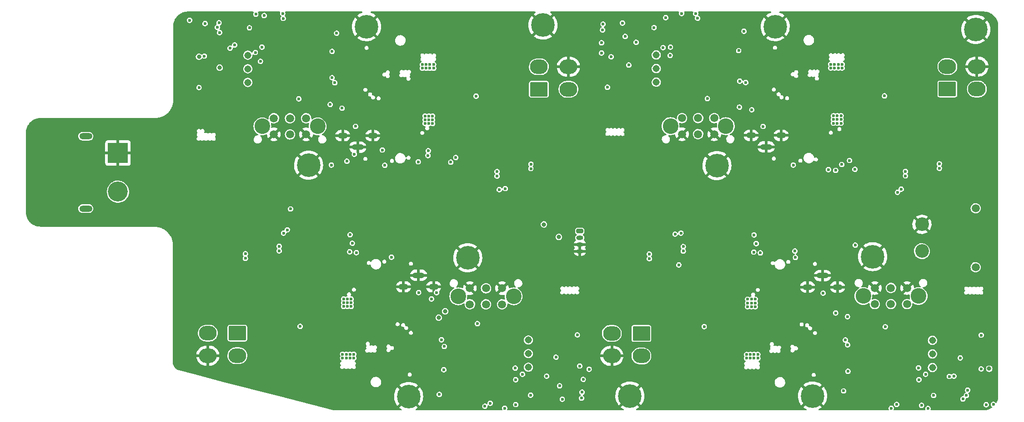
<source format=gbr>
G04 #@! TF.GenerationSoftware,KiCad,Pcbnew,(6.0.4)*
G04 #@! TF.CreationDate,2022-12-04T19:10:42+01:00*
G04 #@! TF.ProjectId,can_controller_board,63616e5f-636f-46e7-9472-6f6c6c65725f,1.0*
G04 #@! TF.SameCoordinates,Original*
G04 #@! TF.FileFunction,Copper,L2,Inr*
G04 #@! TF.FilePolarity,Positive*
%FSLAX46Y46*%
G04 Gerber Fmt 4.6, Leading zero omitted, Abs format (unit mm)*
G04 Created by KiCad (PCBNEW (6.0.4)) date 2022-12-04 19:10:42*
%MOMM*%
%LPD*%
G01*
G04 APERTURE LIST*
G04 Aperture macros list*
%AMRoundRect*
0 Rectangle with rounded corners*
0 $1 Rounding radius*
0 $2 $3 $4 $5 $6 $7 $8 $9 X,Y pos of 4 corners*
0 Add a 4 corners polygon primitive as box body*
4,1,4,$2,$3,$4,$5,$6,$7,$8,$9,$2,$3,0*
0 Add four circle primitives for the rounded corners*
1,1,$1+$1,$2,$3*
1,1,$1+$1,$4,$5*
1,1,$1+$1,$6,$7*
1,1,$1+$1,$8,$9*
0 Add four rect primitives between the rounded corners*
20,1,$1+$1,$2,$3,$4,$5,0*
20,1,$1+$1,$4,$5,$6,$7,0*
20,1,$1+$1,$6,$7,$8,$9,0*
20,1,$1+$1,$8,$9,$2,$3,0*%
G04 Aperture macros list end*
G04 #@! TA.AperFunction,ComponentPad*
%ADD10C,0.700000*%
G04 #@! TD*
G04 #@! TA.AperFunction,ComponentPad*
%ADD11C,4.400000*%
G04 #@! TD*
G04 #@! TA.AperFunction,ComponentPad*
%ADD12C,1.308000*%
G04 #@! TD*
G04 #@! TA.AperFunction,ComponentPad*
%ADD13RoundRect,0.250001X1.399999X-1.099999X1.399999X1.099999X-1.399999X1.099999X-1.399999X-1.099999X0*%
G04 #@! TD*
G04 #@! TA.AperFunction,ComponentPad*
%ADD14O,3.300000X2.700000*%
G04 #@! TD*
G04 #@! TA.AperFunction,ComponentPad*
%ADD15RoundRect,0.250001X-1.399999X1.099999X-1.399999X-1.099999X1.399999X-1.099999X1.399999X1.099999X0*%
G04 #@! TD*
G04 #@! TA.AperFunction,ComponentPad*
%ADD16O,1.800000X1.100000*%
G04 #@! TD*
G04 #@! TA.AperFunction,ComponentPad*
%ADD17O,2.200000X1.100000*%
G04 #@! TD*
G04 #@! TA.AperFunction,ComponentPad*
%ADD18R,3.716000X3.716000*%
G04 #@! TD*
G04 #@! TA.AperFunction,ComponentPad*
%ADD19C,3.716000*%
G04 #@! TD*
G04 #@! TA.AperFunction,ComponentPad*
%ADD20O,2.400000X1.200000*%
G04 #@! TD*
G04 #@! TA.AperFunction,ComponentPad*
%ADD21C,1.520000*%
G04 #@! TD*
G04 #@! TA.AperFunction,ComponentPad*
%ADD22C,2.910000*%
G04 #@! TD*
G04 #@! TA.AperFunction,ComponentPad*
%ADD23RoundRect,0.200000X-0.450000X0.200000X-0.450000X-0.200000X0.450000X-0.200000X0.450000X0.200000X0*%
G04 #@! TD*
G04 #@! TA.AperFunction,ComponentPad*
%ADD24O,1.300000X0.800000*%
G04 #@! TD*
G04 #@! TA.AperFunction,ComponentPad*
%ADD25C,2.550000*%
G04 #@! TD*
G04 #@! TA.AperFunction,ComponentPad*
%ADD26C,1.500000*%
G04 #@! TD*
G04 #@! TA.AperFunction,ViaPad*
%ADD27C,0.600000*%
G04 #@! TD*
G04 #@! TA.AperFunction,ViaPad*
%ADD28C,1.000000*%
G04 #@! TD*
G04 #@! TA.AperFunction,ViaPad*
%ADD29C,0.800000*%
G04 #@! TD*
G04 APERTURE END LIST*
D10*
G04 #@! TO.N,GND*
G04 #@! TO.C,H5*
X168600000Y-139050000D03*
X169766726Y-136233274D03*
X166950000Y-137400000D03*
X168600000Y-135750000D03*
D11*
X168600000Y-137400000D03*
D10*
X167433274Y-138566726D03*
X170250000Y-137400000D03*
X167433274Y-136233274D03*
X169766726Y-138566726D03*
G04 #@! TD*
D12*
G04 #@! TO.N,/Gripper controller/Vsensor*
G04 #@! TO.C,SW7*
X149700000Y-129500000D03*
G04 #@! TO.N,/Gripper controller/Vaux*
X149700000Y-126960000D03*
G04 #@! TO.N,/Gripper controller/VDD*
X149700000Y-132040000D03*
G04 #@! TD*
D13*
G04 #@! TO.N,/5th joint controller/Motor+*
G04 #@! TO.C,J3*
X151653245Y-80171757D03*
D14*
G04 #@! TO.N,/5th joint controller/Motor-*
X151653245Y-75971757D03*
G04 #@! TO.N,/5th joint controller/Motor3*
X157153245Y-80171757D03*
G04 #@! TO.N,GND*
X157153245Y-75971757D03*
G04 #@! TD*
D15*
G04 #@! TO.N,/Gripper controller/Motor+*
G04 #@! TO.C,J33*
X95506176Y-125677317D03*
D14*
G04 #@! TO.N,/Gripper controller/Motor-*
X95506176Y-129877317D03*
G04 #@! TO.N,/Gripper controller/Motor3*
X90006176Y-125677317D03*
G04 #@! TO.N,GND*
X90006176Y-129877317D03*
G04 #@! TD*
D16*
G04 #@! TO.N,GND*
G04 #@! TO.C,J20*
X196768421Y-88780073D03*
X191168421Y-88780073D03*
D17*
X193968421Y-90930073D03*
G04 #@! TD*
D12*
G04 #@! TO.N,/4th joint controller/Vsensor*
G04 #@! TO.C,SW5*
X224926755Y-129548244D03*
G04 #@! TO.N,/4th joint controller/Vaux*
X224926755Y-127008244D03*
G04 #@! TO.N,/4th joint controller/VDD*
X224926755Y-132088244D03*
G04 #@! TD*
D18*
G04 #@! TO.N,GND*
G04 #@! TO.C,J2*
X73275000Y-92075000D03*
D19*
G04 #@! TO.N,VCC*
X73275000Y-99275000D03*
D20*
G04 #@! TO.N,N/C*
X67275000Y-88925000D03*
X67275000Y-102425000D03*
G04 #@! TD*
D11*
G04 #@! TO.N,GND*
G04 #@! TO.C,H1*
X202600000Y-137400000D03*
D10*
X201433274Y-136233274D03*
X201433274Y-138566726D03*
X202600000Y-135750000D03*
X200950000Y-137400000D03*
X202600000Y-139050000D03*
X204250000Y-137400000D03*
X203766726Y-138566726D03*
X203766726Y-136233274D03*
G04 #@! TD*
G04 #@! TO.N,GND*
G04 #@! TO.C,H7*
X151233274Y-67033274D03*
X152400000Y-69850000D03*
D11*
X152400000Y-68200000D03*
D10*
X151233274Y-69366726D03*
X153566726Y-67033274D03*
X153566726Y-69366726D03*
X150750000Y-68200000D03*
X154050000Y-68200000D03*
X152400000Y-66550000D03*
G04 #@! TD*
D15*
G04 #@! TO.N,/4th joint controller/Motor+*
G04 #@! TO.C,J23*
X170732931Y-125725561D03*
D14*
G04 #@! TO.N,/4th joint controller/Motor-*
X170732931Y-129925561D03*
G04 #@! TO.N,/4th joint controller/Motor3*
X165232931Y-125725561D03*
G04 #@! TO.N,GND*
X165232931Y-129925561D03*
G04 #@! TD*
D10*
G04 #@! TO.N,GND*
G04 #@! TO.C,H3*
X195646176Y-70137317D03*
X195646176Y-66837317D03*
X194479450Y-69654043D03*
D11*
X195646176Y-68487317D03*
D10*
X196812902Y-67320591D03*
X197296176Y-68487317D03*
X194479450Y-67320591D03*
X196812902Y-69654043D03*
X193996176Y-68487317D03*
G04 #@! TD*
D12*
G04 #@! TO.N,/5th joint controller/Vsensor*
G04 #@! TO.C,SW1*
X97459421Y-76349074D03*
G04 #@! TO.N,/5th joint controller/Vaux*
X97459421Y-78889074D03*
G04 #@! TO.N,/5th joint controller/VDD*
X97459421Y-73809074D03*
G04 #@! TD*
D16*
G04 #@! TO.N,GND*
G04 #@! TO.C,J10*
X115115000Y-88825001D03*
X120715000Y-88825001D03*
D17*
X117915000Y-90975001D03*
G04 #@! TD*
D21*
G04 #@! TO.N,/4th joint controller/Hall Sensor 1*
G04 #@! TO.C,J24*
X220200000Y-120250000D03*
G04 #@! TO.N,/4th joint controller/Hall Sensor 2*
X217200000Y-120250000D03*
G04 #@! TO.N,/4th joint controller/Hall Sensor 3*
X214200000Y-120250000D03*
G04 #@! TO.N,GND*
X220200000Y-117250000D03*
G04 #@! TO.N,/4th joint controller/Vsensor*
X217200000Y-117250000D03*
G04 #@! TO.N,GND*
X214200000Y-117250000D03*
D22*
G04 #@! TO.N,N/C*
X222350000Y-118750000D03*
X212050000Y-118750000D03*
G04 #@! TD*
D21*
G04 #@! TO.N,/5th joint controller/Hall Sensor 1*
G04 #@! TO.C,J4*
X102307150Y-85585000D03*
G04 #@! TO.N,/5th joint controller/Hall Sensor 2*
X105307150Y-85585000D03*
G04 #@! TO.N,/5th joint controller/Hall Sensor 3*
X108307150Y-85585000D03*
G04 #@! TO.N,GND*
X102307150Y-88585000D03*
G04 #@! TO.N,/5th joint controller/Vsensor*
X105307150Y-88585000D03*
G04 #@! TO.N,GND*
X108307150Y-88585000D03*
D22*
G04 #@! TO.N,N/C*
X100157150Y-87085000D03*
X110457150Y-87085000D03*
G04 #@! TD*
D13*
G04 #@! TO.N,/6th joint controller/Motor+*
G04 #@! TO.C,J13*
X227706666Y-80126829D03*
D14*
G04 #@! TO.N,/6th joint controller/Motor-*
X227706666Y-75926829D03*
G04 #@! TO.N,/6th joint controller/Motor3*
X233206666Y-80126829D03*
G04 #@! TO.N,GND*
X233206666Y-75926829D03*
G04 #@! TD*
D10*
G04 #@! TO.N,GND*
G04 #@! TO.C,H2*
X126229450Y-136320591D03*
D11*
X127396176Y-137487317D03*
D10*
X127396176Y-135837317D03*
X128562902Y-138654043D03*
X127396176Y-139137317D03*
X126229450Y-138654043D03*
X125746176Y-137487317D03*
X129046176Y-137487317D03*
X128562902Y-136320591D03*
G04 #@! TD*
D12*
G04 #@! TO.N,/6th joint controller/Vsensor*
G04 #@! TO.C,SW3*
X173512842Y-76304146D03*
G04 #@! TO.N,/6th joint controller/Vaux*
X173512842Y-78844146D03*
G04 #@! TO.N,/6th joint controller/VDD*
X173512842Y-73764146D03*
G04 #@! TD*
D16*
G04 #@! TO.N,GND*
G04 #@! TO.C,J30*
X207271176Y-117072317D03*
X201671176Y-117072317D03*
D17*
X204471176Y-114922317D03*
G04 #@! TD*
D10*
G04 #@! TO.N,GND*
G04 #@! TO.C,H4*
X118379450Y-67320591D03*
X121196176Y-68487317D03*
X119546176Y-66837317D03*
X120712902Y-67320591D03*
X117896176Y-68487317D03*
X120712902Y-69654043D03*
D11*
X119546176Y-68487317D03*
D10*
X118379450Y-69654043D03*
X119546176Y-70137317D03*
G04 #@! TD*
D16*
G04 #@! TO.N,GND*
G04 #@! TO.C,J40*
X126444421Y-117024073D03*
X132044421Y-117024073D03*
D17*
X129244421Y-114874073D03*
G04 #@! TD*
D21*
G04 #@! TO.N,/6th joint controller/Hall Sensor 1*
G04 #@! TO.C,J14*
X178300000Y-85550000D03*
G04 #@! TO.N,/6th joint controller/Hall Sensor 2*
X181300000Y-85550000D03*
G04 #@! TO.N,/6th joint controller/Hall Sensor 3*
X184300000Y-85550000D03*
G04 #@! TO.N,GND*
X178300000Y-88550000D03*
G04 #@! TO.N,/6th joint controller/Vsensor*
X181300000Y-88550000D03*
G04 #@! TO.N,GND*
X184300000Y-88550000D03*
D22*
G04 #@! TO.N,N/C*
X176150000Y-87050000D03*
X186450000Y-87050000D03*
G04 #@! TD*
D10*
G04 #@! TO.N,GND*
G04 #@! TO.C,H8*
X234166726Y-70166726D03*
X234166726Y-67833274D03*
X231833274Y-67833274D03*
X231350000Y-69000000D03*
X231833274Y-70166726D03*
X233000000Y-70650000D03*
X233000000Y-67350000D03*
D11*
X233000000Y-69000000D03*
D10*
X234650000Y-69000000D03*
G04 #@! TD*
D21*
G04 #@! TO.N,/Gripper controller/Hall Sensor 1*
G04 #@! TO.C,J34*
X144800000Y-120300000D03*
G04 #@! TO.N,/Gripper controller/Hall Sensor 2*
X141800000Y-120300000D03*
G04 #@! TO.N,/Gripper controller/Hall Sensor 3*
X138800000Y-120300000D03*
G04 #@! TO.N,GND*
X144800000Y-117300000D03*
G04 #@! TO.N,/Gripper controller/Vsensor*
X141800000Y-117300000D03*
G04 #@! TO.N,GND*
X138800000Y-117300000D03*
D22*
G04 #@! TO.N,N/C*
X146950000Y-118800000D03*
X136650000Y-118800000D03*
G04 #@! TD*
D10*
G04 #@! TO.N,GND*
G04 #@! TO.C,H6*
X107113245Y-94333274D03*
X107596519Y-95500000D03*
X109929971Y-95500000D03*
X109929971Y-93166548D03*
X110413245Y-94333274D03*
D11*
X108763245Y-94333274D03*
D10*
X107596519Y-93166548D03*
X108763245Y-92683274D03*
X108763245Y-95983274D03*
G04 #@! TD*
G04 #@! TO.N,GND*
G04 #@! TO.C,H24*
X139566726Y-112766726D03*
D11*
X138400000Y-111600000D03*
D10*
X139566726Y-110433274D03*
X138400000Y-113250000D03*
X138400000Y-109950000D03*
X137233274Y-112766726D03*
X137233274Y-110433274D03*
X140050000Y-111600000D03*
X136750000Y-111600000D03*
G04 #@! TD*
G04 #@! TO.N,GND*
G04 #@! TO.C,H18*
X212633274Y-112566726D03*
X214966726Y-110233274D03*
D11*
X213800000Y-111400000D03*
D10*
X214966726Y-112566726D03*
X212633274Y-110233274D03*
X215450000Y-111400000D03*
X212150000Y-111400000D03*
X213800000Y-113050000D03*
X213800000Y-109750000D03*
G04 #@! TD*
G04 #@! TO.N,GND*
G04 #@! TO.C,H12*
X184800000Y-92750000D03*
X185966726Y-93233274D03*
D11*
X184800000Y-94400000D03*
D10*
X186450000Y-94400000D03*
X183633274Y-95566726D03*
X185966726Y-95566726D03*
X184800000Y-96050000D03*
X183150000Y-94400000D03*
X183633274Y-93233274D03*
G04 #@! TD*
D23*
G04 #@! TO.N,CAN high*
G04 #@! TO.C,J7*
X159277500Y-106635000D03*
D24*
G04 #@! TO.N,CAN low*
X159277500Y-107885000D03*
G04 #@! TO.N,GND*
X159277500Y-109135000D03*
X159277500Y-110385000D03*
G04 #@! TD*
D25*
G04 #@! TO.N,VCC*
G04 #@! TO.C,J8*
X222974176Y-110375000D03*
G04 #@! TO.N,GND*
X222974176Y-105375000D03*
D26*
G04 #@! TO.N,N/C*
X232974176Y-102375000D03*
X232974176Y-113375000D03*
G04 #@! TD*
D27*
G04 #@! TO.N,Net-(C1-Pad1)*
X95000000Y-71900000D03*
X92084255Y-67758244D03*
G04 #@! TO.N,GND*
X210500000Y-94050000D03*
D28*
X215850000Y-70200000D03*
X92600000Y-120200000D03*
X222300000Y-66600000D03*
X156850000Y-71400000D03*
X176300000Y-138850000D03*
X124050000Y-138450000D03*
X168950000Y-119200000D03*
X190500000Y-138800000D03*
X228250000Y-67550000D03*
X128400000Y-70200000D03*
D27*
X125700000Y-127000000D03*
X132359421Y-89249074D03*
D28*
X218450000Y-67800000D03*
X194400000Y-138800000D03*
X190050000Y-135450000D03*
X105900000Y-134900000D03*
X131050000Y-70200000D03*
X137100000Y-74450000D03*
X226950000Y-67550000D03*
D27*
X165400000Y-72550000D03*
D28*
X228250000Y-68750000D03*
X228250000Y-69950000D03*
X127400000Y-67650000D03*
X217250000Y-75900000D03*
D27*
X124446176Y-126237317D03*
D28*
X197000000Y-138800000D03*
X209300000Y-66600000D03*
X127400000Y-66550000D03*
X137100000Y-75800000D03*
X145700000Y-67450000D03*
X213200000Y-67800000D03*
D27*
X229026755Y-121648244D03*
D28*
X113650000Y-138400000D03*
D27*
X191400000Y-72900000D03*
D28*
X148300000Y-68650000D03*
X213200000Y-66600000D03*
D27*
X224126755Y-123048244D03*
D28*
X155500000Y-71400000D03*
D27*
X184721176Y-117197317D03*
X198526755Y-109648244D03*
D28*
X118800000Y-138450000D03*
X93000000Y-133900000D03*
D27*
X233126755Y-133548244D03*
D28*
X109850000Y-137300000D03*
X96500000Y-119000000D03*
X185350000Y-133800000D03*
X140400000Y-67700000D03*
D27*
X125700000Y-122400000D03*
D28*
X204100000Y-67750000D03*
X217150000Y-67800000D03*
X113650000Y-137300000D03*
X215850000Y-67800000D03*
X180100000Y-137650000D03*
X145700000Y-68650000D03*
D27*
X128025000Y-93550000D03*
D28*
X91350000Y-119000000D03*
D27*
X121400000Y-91600000D03*
X123846176Y-125887317D03*
D28*
X110150000Y-132350000D03*
X133700000Y-70200000D03*
D27*
X169412842Y-84204146D03*
X125800000Y-126200000D03*
D28*
X185350000Y-129850000D03*
D27*
X125116176Y-125867317D03*
D28*
X178800000Y-138750000D03*
D27*
X126400000Y-126700000D03*
D28*
X173700000Y-138850000D03*
X92600000Y-119000000D03*
X93900000Y-119000000D03*
X124050000Y-137250000D03*
X219700000Y-66600000D03*
X129950000Y-67700000D03*
X91350000Y-120200000D03*
X226150000Y-86800000D03*
X181150000Y-131200000D03*
D27*
X175500000Y-68350000D03*
X148900000Y-123000000D03*
D28*
X120150000Y-138450000D03*
X112400000Y-138400000D03*
X150013245Y-86511757D03*
D27*
X115300000Y-72700000D03*
X222700000Y-138100000D03*
D28*
X194400000Y-137600000D03*
X111150000Y-137300000D03*
D27*
X208412842Y-89204146D03*
X199366666Y-79266829D03*
D28*
X209650000Y-70300000D03*
X135200000Y-67700000D03*
X185350000Y-128550000D03*
X190500000Y-137600000D03*
D27*
X130325000Y-93375000D03*
D28*
X217250000Y-78550000D03*
X132600000Y-66500000D03*
X230850000Y-84400000D03*
X201550000Y-66650000D03*
D27*
X174312842Y-82804146D03*
D28*
X197000000Y-137600000D03*
D27*
X200572931Y-123235561D03*
D28*
X228450000Y-86800000D03*
X210600000Y-66600000D03*
X207950000Y-67800000D03*
X122750000Y-137250000D03*
D27*
X123846176Y-126537317D03*
D28*
X229600000Y-86800000D03*
D27*
X114800000Y-116600000D03*
X125136176Y-126527317D03*
D28*
X141300000Y-74450000D03*
X132400000Y-70200000D03*
X141300000Y-73150000D03*
D27*
X117600000Y-109400000D03*
D28*
X141700000Y-67550000D03*
D27*
X196912842Y-82604146D03*
D28*
X217250000Y-73250000D03*
X117550000Y-137300000D03*
X208350000Y-70300000D03*
D27*
X200150000Y-94400000D03*
D28*
X172372931Y-119200000D03*
D27*
X191650000Y-116550000D03*
X194300000Y-86550000D03*
D28*
X229550000Y-69950000D03*
X225600000Y-67550000D03*
D27*
X201526755Y-123248244D03*
D28*
X151163245Y-86511757D03*
X214550000Y-69000000D03*
X173700000Y-137650000D03*
D27*
X116400000Y-116650000D03*
D28*
X211900000Y-66600000D03*
X147000000Y-67450000D03*
X141700000Y-68750000D03*
D27*
X220000000Y-97850000D03*
D28*
X206700000Y-66650000D03*
X217250000Y-74550000D03*
D27*
X88000000Y-66000000D03*
X206850000Y-93850000D03*
X192826755Y-109448244D03*
D28*
X177550000Y-138750000D03*
X114950000Y-138400000D03*
X116250000Y-137300000D03*
D27*
X145500000Y-114400000D03*
D28*
X141300000Y-71850000D03*
D27*
X205612842Y-96404146D03*
D28*
X185350000Y-132500000D03*
D27*
X201000000Y-126200000D03*
D28*
X152313245Y-86511757D03*
X222300000Y-67800000D03*
D27*
X122023245Y-79321757D03*
X144400000Y-100050000D03*
D28*
X192700000Y-135450000D03*
X202800000Y-66650000D03*
D27*
X120859421Y-82649074D03*
D28*
X229600000Y-84400000D03*
X141300000Y-77100000D03*
X133900000Y-67700000D03*
D27*
X198076666Y-79276829D03*
D28*
X126100000Y-66550000D03*
X230850000Y-85600000D03*
D27*
X98259421Y-82849074D03*
D28*
X120150000Y-137250000D03*
D27*
X176450000Y-69500000D03*
X117050000Y-112400000D03*
D28*
X191400000Y-135450000D03*
X175000000Y-137650000D03*
X137800000Y-66500000D03*
X176300000Y-137650000D03*
X187450000Y-135450000D03*
X107250000Y-136100000D03*
X147000000Y-68650000D03*
X137100000Y-73150000D03*
X227300000Y-86800000D03*
D27*
X109494421Y-117149073D03*
D28*
X201550000Y-67750000D03*
D27*
X155100000Y-124900000D03*
X198766666Y-79566829D03*
D28*
X191800000Y-137600000D03*
X195700000Y-137600000D03*
X181150000Y-132500000D03*
X95200000Y-119000000D03*
D27*
X200362931Y-126575561D03*
X153800000Y-121600000D03*
X189400000Y-73900000D03*
D28*
X226950000Y-68750000D03*
X213050000Y-71950000D03*
D27*
X90200000Y-72600000D03*
D28*
X131300000Y-67700000D03*
X105950000Y-133650000D03*
D27*
X93800000Y-83600000D03*
D28*
X105950000Y-131050000D03*
D27*
X126300000Y-123200000D03*
D28*
X105950000Y-127050000D03*
X185350000Y-127200000D03*
X178800000Y-137650000D03*
X180100000Y-138750000D03*
X105900000Y-137300000D03*
X152850000Y-71400000D03*
D27*
X113300000Y-74300000D03*
D28*
X202800000Y-67750000D03*
X171222931Y-119200000D03*
D27*
X225700000Y-133200000D03*
D28*
X219700000Y-67800000D03*
X218450000Y-66600000D03*
D27*
X197512842Y-83404146D03*
D28*
X181400000Y-138750000D03*
X167850000Y-121100000D03*
X140400000Y-68900000D03*
X137100000Y-77100000D03*
X206700000Y-67750000D03*
D27*
X199672931Y-126285561D03*
D28*
X107250000Y-134900000D03*
X136500000Y-66500000D03*
D27*
X199072931Y-126585561D03*
D28*
X209300000Y-67800000D03*
D27*
X121459421Y-83449074D03*
X100500000Y-69650000D03*
D28*
X126100000Y-67650000D03*
X214550000Y-66600000D03*
X229550000Y-68750000D03*
X210600000Y-67800000D03*
X213050000Y-73250000D03*
X117500000Y-135300000D03*
D27*
X230000000Y-136500000D03*
D28*
X191800000Y-138800000D03*
X224350000Y-67550000D03*
X213050000Y-77200000D03*
X182700000Y-137650000D03*
D27*
X198096666Y-79936829D03*
D28*
X122750000Y-138450000D03*
D27*
X190026755Y-116648244D03*
D28*
X215850000Y-69000000D03*
X193100000Y-138800000D03*
X167850000Y-119950000D03*
X177550000Y-137650000D03*
X112400000Y-137300000D03*
X135200000Y-66500000D03*
D27*
X201700000Y-126500000D03*
D28*
X113550000Y-135300000D03*
X185350000Y-131200000D03*
X144350000Y-67450000D03*
X110150000Y-131050000D03*
X181150000Y-129850000D03*
X186600000Y-137600000D03*
D27*
X147700000Y-137700000D03*
X191400000Y-77500000D03*
D28*
X225600000Y-68750000D03*
D27*
X199072931Y-125935561D03*
D28*
X114850000Y-135300000D03*
X181150000Y-133800000D03*
X172400000Y-138850000D03*
X141300000Y-75800000D03*
X116250000Y-138400000D03*
X108550000Y-137300000D03*
X121450000Y-138450000D03*
X140400000Y-66500000D03*
D27*
X209000000Y-131700000D03*
D28*
X213050000Y-75900000D03*
X110150000Y-133650000D03*
D27*
X222800000Y-136900000D03*
X168112842Y-80904146D03*
X115300000Y-76900000D03*
D28*
X132600000Y-67700000D03*
D27*
X200926755Y-122448244D03*
X125346176Y-123187317D03*
D28*
X123550000Y-66550000D03*
D27*
X197866666Y-82616829D03*
D28*
X187900000Y-137600000D03*
X181400000Y-137650000D03*
X205400000Y-66650000D03*
X187900000Y-138800000D03*
D27*
X207100000Y-129300000D03*
D28*
X207950000Y-66600000D03*
D27*
X230326755Y-124948244D03*
D28*
X186600000Y-138800000D03*
X229600000Y-85600000D03*
X189200000Y-137600000D03*
X143000000Y-67500000D03*
X226950000Y-69950000D03*
X107250000Y-137300000D03*
X139100000Y-67700000D03*
X91350000Y-121400000D03*
D27*
X146700000Y-135750000D03*
D28*
X147000000Y-66250000D03*
X144350000Y-68650000D03*
X105900000Y-136100000D03*
D27*
X157900000Y-133500000D03*
D28*
X143000000Y-68700000D03*
D27*
X123313245Y-79311757D03*
D28*
X214550000Y-67800000D03*
X139100000Y-68900000D03*
X213050000Y-74550000D03*
D27*
X199366666Y-79916829D03*
X90700000Y-67900000D03*
D28*
X128700000Y-67650000D03*
X140400000Y-70100000D03*
D27*
X122043245Y-79981757D03*
D28*
X117550000Y-138400000D03*
X170072931Y-119200000D03*
X124800000Y-67650000D03*
D27*
X121813245Y-82661757D03*
D28*
X183950000Y-138800000D03*
D27*
X93100000Y-69300000D03*
D28*
X137100000Y-78450000D03*
X137100000Y-71850000D03*
X108550000Y-136100000D03*
X188750000Y-135450000D03*
X182700000Y-138750000D03*
D27*
X101400000Y-89800000D03*
D28*
X185300000Y-137600000D03*
D27*
X91800000Y-81300000D03*
X213718421Y-88655073D03*
D28*
X148300000Y-67450000D03*
X185300000Y-138800000D03*
X92600000Y-121400000D03*
X123550000Y-67650000D03*
X214550000Y-70200000D03*
X215850000Y-66600000D03*
X110150000Y-127050000D03*
X112250000Y-135300000D03*
D27*
X100100000Y-68050000D03*
D28*
X229550000Y-67550000D03*
X181150000Y-128550000D03*
X114950000Y-137300000D03*
X124800000Y-66550000D03*
X129950000Y-66500000D03*
X221000000Y-67800000D03*
X195700000Y-138800000D03*
X207000000Y-70300000D03*
X143000000Y-66250000D03*
X141300000Y-78450000D03*
X133900000Y-66500000D03*
X230850000Y-86800000D03*
X217250000Y-71950000D03*
D27*
X207100000Y-133000000D03*
D28*
X136500000Y-67700000D03*
X131300000Y-66500000D03*
X189200000Y-138800000D03*
X110150000Y-129700000D03*
D27*
X190850000Y-82350000D03*
D28*
X154200000Y-71400000D03*
D27*
X201000000Y-126900000D03*
D28*
X213050000Y-78550000D03*
D27*
X200342931Y-125915561D03*
D28*
X205700000Y-70300000D03*
X144350000Y-66250000D03*
X137800000Y-67700000D03*
X94300000Y-133900000D03*
X204100000Y-66650000D03*
X135000000Y-70200000D03*
X172400000Y-137650000D03*
X175000000Y-138850000D03*
X211900000Y-67800000D03*
D27*
X137665000Y-88700001D03*
X192350000Y-112350000D03*
X144900000Y-95700000D03*
D28*
X121450000Y-137250000D03*
X148300000Y-66250000D03*
D27*
X123300000Y-109600000D03*
D28*
X225600000Y-69950000D03*
X183950000Y-137600000D03*
X145700000Y-66250000D03*
X181150000Y-127200000D03*
X217250000Y-77200000D03*
X204300000Y-70300000D03*
D27*
X221950000Y-135500000D03*
X123313245Y-79961757D03*
D28*
X205400000Y-67750000D03*
X110150000Y-128400000D03*
X105950000Y-128400000D03*
D27*
X227200000Y-137850000D03*
D28*
X118800000Y-137250000D03*
X217150000Y-66600000D03*
D27*
X122713245Y-79611757D03*
D28*
X210950000Y-70300000D03*
X193100000Y-137600000D03*
X129750000Y-70200000D03*
X221000000Y-66600000D03*
X141700000Y-66250000D03*
X116200000Y-135300000D03*
X105950000Y-129700000D03*
X128700000Y-66550000D03*
X139100000Y-66500000D03*
X105950000Y-132350000D03*
D27*
G04 #@! TO.N,Net-(C2-Pad1)*
X91784255Y-68608244D03*
X86600000Y-67300000D03*
G04 #@! TO.N,Net-(C9-Pad1)*
X167212842Y-67804146D03*
X169750000Y-71400000D03*
G04 #@! TO.N,Net-(C10-Pad1)*
X167712842Y-70304146D03*
G04 #@! TO.N,Net-(J1-Pad13)*
X130659421Y-75549074D03*
X131859421Y-85849074D03*
X130659421Y-76249074D03*
X131359421Y-75549074D03*
X129959421Y-75549074D03*
X131359421Y-76249074D03*
X131159421Y-85149074D03*
X131859421Y-85149074D03*
X131159421Y-86549074D03*
X130459421Y-86549074D03*
X130459421Y-85849074D03*
X132059421Y-76249074D03*
X131159421Y-85849074D03*
X132059421Y-75549074D03*
X131859421Y-86549074D03*
X130459421Y-85149074D03*
X129959421Y-76249074D03*
G04 #@! TO.N,Net-(J11-Pad13)*
X206712842Y-75504146D03*
X206712842Y-76204146D03*
X207212842Y-85104146D03*
X206512842Y-85104146D03*
X207412842Y-76204146D03*
X207212842Y-86504146D03*
X208112842Y-75504146D03*
X207912842Y-86504146D03*
X206512842Y-86504146D03*
X206012842Y-76204146D03*
X208112842Y-76204146D03*
X206012842Y-75504146D03*
X207912842Y-85804146D03*
X207412842Y-75504146D03*
X207912842Y-85104146D03*
X206512842Y-85804146D03*
X207212842Y-85804146D03*
G04 #@! TO.N,Net-(C17-Pad1)*
X228075500Y-133748244D03*
X230600000Y-137950000D03*
G04 #@! TO.N,Net-(C18-Pad1)*
X236275000Y-138975000D03*
X231250000Y-137300000D03*
G04 #@! TO.N,Net-(C25-Pad1)*
X156000000Y-138000000D03*
X153100000Y-133700000D03*
G04 #@! TO.N,Net-(C26-Pad1)*
X155500000Y-135500000D03*
G04 #@! TO.N,Net-(J21-Pad13)*
X190526755Y-119348244D03*
X192426755Y-130348244D03*
X191226755Y-120748244D03*
X191726755Y-129648244D03*
X191926755Y-119348244D03*
X191726755Y-130348244D03*
X190326755Y-130348244D03*
X190326755Y-129648244D03*
X191226755Y-120048244D03*
X190526755Y-120748244D03*
X191226755Y-119348244D03*
X191926755Y-120748244D03*
X190526755Y-120048244D03*
X191926755Y-120048244D03*
X192426755Y-129648244D03*
X191026755Y-129648244D03*
X191026755Y-130348244D03*
G04 #@! TO.N,Net-(J31-Pad13)*
X115800000Y-129600000D03*
X116700000Y-120000000D03*
X117200000Y-129600000D03*
X117200000Y-130300000D03*
X115300000Y-119300000D03*
X116000000Y-120000000D03*
X116500000Y-129600000D03*
X116000000Y-120700000D03*
X115100000Y-130300000D03*
X115800000Y-130300000D03*
X115100000Y-129600000D03*
X115300000Y-120700000D03*
X115300000Y-120000000D03*
X116700000Y-120700000D03*
X116500000Y-130300000D03*
X116700000Y-119300000D03*
X116000000Y-119300000D03*
G04 #@! TO.N,/5th joint controller/Vaux*
X113659421Y-78949074D03*
X89364784Y-73974500D03*
X106959421Y-81949074D03*
X92200000Y-69600000D03*
X94150000Y-72500000D03*
G04 #@! TO.N,/5th joint controller/VBus*
X112800000Y-83000000D03*
X122959421Y-94349074D03*
X129175000Y-93700000D03*
G04 #@! TO.N,/6th joint controller/Vaux*
X163312842Y-71504146D03*
X163512842Y-69104146D03*
X183012842Y-81904146D03*
X190150000Y-78900000D03*
X165100000Y-74100000D03*
G04 #@! TO.N,/6th joint controller/VBus*
X199012842Y-94304146D03*
X205556609Y-95160379D03*
X189000000Y-83500000D03*
G04 #@! TO.N,/4th joint controller/Vaux*
X234000000Y-132350000D03*
X208726755Y-126948244D03*
X216150000Y-124477064D03*
X228927255Y-133700000D03*
X231500000Y-136300000D03*
G04 #@! TO.N,/4th joint controller/VBus*
X192882988Y-110692011D03*
X199426755Y-111548244D03*
X209100000Y-122600000D03*
G04 #@! TO.N,/Gripper controller/Vaux*
X159250000Y-131800000D03*
X159900000Y-134300000D03*
X133500000Y-126900000D03*
X140200000Y-123900000D03*
X159700000Y-136700000D03*
G04 #@! TO.N,/Gripper controller/VBus*
X132600000Y-118100000D03*
D29*
X133000000Y-122800000D03*
D27*
X117656233Y-110643767D03*
D29*
X134200000Y-121600000D03*
D27*
X124200000Y-111500000D03*
G04 #@! TO.N,/5th joint controller/Channel_A_+*
X150159421Y-94124074D03*
G04 #@! TO.N,/5th joint controller/Channel_A_-*
X150159421Y-94974074D03*
G04 #@! TO.N,/5th joint controller/Vsensor*
X114000000Y-69700000D03*
X139959421Y-81449074D03*
G04 #@! TO.N,/5th joint controller/Data{slash}HsDigIN4*
X104059421Y-66949074D03*
D29*
X88358278Y-74108824D03*
D27*
G04 #@! TO.N,/5th joint controller/Clock{slash}HsDigOUT1*
X98934255Y-66160000D03*
X89500000Y-67900000D03*
G04 #@! TO.N,/5th joint controller/USB_D-*
X115000000Y-83700000D03*
G04 #@! TO.N,/5th joint controller/USB_D+*
X117506233Y-87093767D03*
G04 #@! TO.N,/6th joint controller/Channel_A_+*
X226212842Y-94079146D03*
G04 #@! TO.N,/6th joint controller/Channel_A_-*
X226212842Y-94929146D03*
G04 #@! TO.N,/6th joint controller/Vsensor*
X216012842Y-81404146D03*
X189850000Y-69350000D03*
G04 #@! TO.N,/6th joint controller/Data{slash}HsDigIN4*
X163312842Y-73404146D03*
X181200000Y-66904146D03*
G04 #@! TO.N,/6th joint controller/Clock{slash}HsDigOUT1*
X178225000Y-66025500D03*
X163612842Y-68004146D03*
G04 #@! TO.N,/6th joint controller/USB_D-*
X191300000Y-84000000D03*
G04 #@! TO.N,/6th joint controller/USB_D+*
X193400000Y-87100000D03*
G04 #@! TO.N,/4th joint controller/Channel_A_+*
X172226755Y-111773244D03*
G04 #@! TO.N,/4th joint controller/Channel_A_-*
X172226755Y-110923244D03*
G04 #@! TO.N,/4th joint controller/Vsensor*
X182426755Y-124448244D03*
X208400000Y-136450000D03*
G04 #@! TO.N,/4th joint controller/Data{slash}HsDigIN4*
X218268741Y-138980360D03*
D29*
X235500000Y-132300000D03*
D27*
G04 #@! TO.N,/4th joint controller/Clock{slash}HsDigOUT1*
X234950000Y-139025000D03*
X224100000Y-139748244D03*
G04 #@! TO.N,/4th joint controller/USB_D-*
X206900000Y-121900000D03*
G04 #@! TO.N,/4th joint controller/USB_D+*
X204577773Y-118207626D03*
G04 #@! TO.N,/Gripper controller/Channel_A_+*
X97000000Y-111725000D03*
G04 #@! TO.N,/Gripper controller/Channel_A_-*
X97000000Y-110875000D03*
G04 #@! TO.N,/5th joint controller/Channel_B_+*
X143859421Y-95524074D03*
G04 #@! TO.N,/Gripper controller/Vsensor*
X107200000Y-124400000D03*
X133100000Y-137100000D03*
G04 #@! TO.N,/5th joint controller/Channel_B_-*
X143859421Y-96374074D03*
G04 #@! TO.N,CAN high*
X206900000Y-95300000D03*
X135250000Y-93775000D03*
X210550000Y-109250000D03*
X199326755Y-110348244D03*
X191650775Y-110548244D03*
X210500000Y-95100000D03*
X177700000Y-112950000D03*
X115900000Y-93600000D03*
X131000000Y-92525000D03*
X117300000Y-92300000D03*
X105400000Y-102500000D03*
X116424020Y-110500000D03*
X113000000Y-94300000D03*
X122500000Y-91500000D03*
G04 #@! TO.N,CAN low*
X208050000Y-94200000D03*
X136175000Y-92900000D03*
X116500000Y-107300000D03*
X131050000Y-91650000D03*
X116900000Y-108900000D03*
X209500000Y-93450000D03*
X191726755Y-107348244D03*
X192126755Y-108948244D03*
D29*
X155390000Y-107740000D03*
X152580000Y-105390000D03*
D27*
G04 #@! TO.N,Net-(R7-Pad2)*
X88359421Y-79849074D03*
D29*
X92200000Y-76150000D03*
D27*
G04 #@! TO.N,Net-(R16-Pad2)*
X168392819Y-75653646D03*
X164412842Y-79804146D03*
G04 #@! TO.N,Net-(R25-Pad2)*
X230100000Y-130300000D03*
X234026755Y-126048244D03*
G04 #@! TO.N,Net-(R34-Pad2)*
X154820023Y-130150500D03*
X158800000Y-126000000D03*
G04 #@! TO.N,/Gripper controller/Data{slash}HsDigIN4*
X142600000Y-138749500D03*
X161000000Y-132400000D03*
G04 #@! TO.N,/Gripper controller/Clock{slash}HsDigOUT1*
X159600000Y-137800000D03*
X145275000Y-139674500D03*
G04 #@! TO.N,/Gripper controller/USB_D-*
X131647257Y-119296062D03*
G04 #@! TO.N,/Gripper controller/USB_D+*
X129251188Y-118100000D03*
G04 #@! TO.N,/5th joint controller/Channel_I_+*
X145386176Y-98697318D03*
G04 #@! TO.N,/6th joint controller/Channel_B_+*
X219912842Y-95479146D03*
G04 #@! TO.N,/6th joint controller/Channel_B_-*
X219912842Y-96329146D03*
G04 #@! TO.N,/6th joint controller/Channel_I_+*
X219112842Y-98804146D03*
G04 #@! TO.N,/4th joint controller/Channel_B_+*
X178526755Y-110373244D03*
G04 #@! TO.N,/4th joint controller/Channel_B_-*
X178526755Y-109523244D03*
G04 #@! TO.N,/4th joint controller/Channel_I_+*
X177000000Y-107200000D03*
G04 #@! TO.N,/Gripper controller/Channel_B_+*
X103300000Y-110325000D03*
G04 #@! TO.N,/Gripper controller/Channel_B_-*
X103300000Y-109475000D03*
G04 #@! TO.N,/Gripper controller/Channel_I_+*
X104100000Y-107000000D03*
G04 #@! TO.N,/5th joint controller/Channel_I_-*
X144286176Y-98897318D03*
G04 #@! TO.N,/6th joint controller/Channel_I_-*
X218412842Y-99404146D03*
G04 #@! TO.N,/4th joint controller/Channel_I_-*
X178100000Y-107000000D03*
G04 #@! TO.N,/Gripper controller/Channel_I_-*
X104800000Y-106400000D03*
G04 #@! TO.N,/5th joint controller/IN_Clock{slash}HsDigOUT1_+*
X99800000Y-74950000D03*
X98850500Y-73300000D03*
X97750000Y-68700000D03*
G04 #@! TO.N,/5th joint controller/IN_Clock{slash}HsDigOUT1_-*
X113150000Y-78000000D03*
G04 #@! TO.N,/5th joint controller/IN_Data_+*
X100100000Y-72300000D03*
G04 #@! TO.N,/5th joint controller/IN_Data_-*
X113150000Y-73100000D03*
X100500000Y-66424500D03*
X103950000Y-66050000D03*
G04 #@! TO.N,/6th joint controller/IN_Clock{slash}HsDigOUT1_+*
X176081233Y-73868767D03*
X173100000Y-68650000D03*
X174775355Y-72400631D03*
G04 #@! TO.N,/6th joint controller/IN_Clock{slash}HsDigOUT1_-*
X189050000Y-78650000D03*
G04 #@! TO.N,/6th joint controller/IN_Data_+*
X176150000Y-72300000D03*
G04 #@! TO.N,/6th joint controller/IN_Data_-*
X188850000Y-72950000D03*
X180850000Y-66050000D03*
X175250000Y-66800000D03*
G04 #@! TO.N,/4th joint controller/IN_Clock{slash}HsDigOUT1_+*
X222350000Y-132150000D03*
X223650000Y-133350000D03*
X225150000Y-137300000D03*
G04 #@! TO.N,/4th joint controller/IN_Clock{slash}HsDigOUT1_-*
X209150000Y-127850000D03*
G04 #@! TO.N,/4th joint controller/IN_Data_+*
X222427255Y-134350000D03*
G04 #@! TO.N,/4th joint controller/IN_Data_-*
X209200000Y-132800000D03*
X217250000Y-139700000D03*
X222900000Y-139150000D03*
G04 #@! TO.N,/Gripper controller/IN_Clock{slash}HsDigOUT1_+*
X150100000Y-137250000D03*
X147250000Y-132200000D03*
X148599500Y-133344903D03*
G04 #@! TO.N,/Gripper controller/IN_Clock{slash}HsDigOUT1_-*
X134050000Y-128150000D03*
G04 #@! TO.N,/Gripper controller/IN_Data_+*
X147350000Y-134350000D03*
G04 #@! TO.N,/Gripper controller/IN_Data_-*
X147350000Y-138999500D03*
X133950000Y-132500000D03*
X141600000Y-139300000D03*
G04 #@! TD*
G04 #@! TA.AperFunction,Conductor*
G04 #@! TO.N,GND*
G36*
X234470754Y-65659734D02*
G01*
X234475320Y-65660539D01*
X234475323Y-65660539D01*
X234486178Y-65662453D01*
X234497033Y-65660539D01*
X234507466Y-65660539D01*
X234520688Y-65659755D01*
X234781369Y-65674393D01*
X234795397Y-65675973D01*
X235052159Y-65719597D01*
X235079901Y-65724310D01*
X235093672Y-65727453D01*
X235352535Y-65802028D01*
X235370970Y-65807339D01*
X235384307Y-65812006D01*
X235650919Y-65922439D01*
X235663649Y-65928570D01*
X235916208Y-66068154D01*
X235928172Y-66075671D01*
X236163527Y-66242663D01*
X236174574Y-66251473D01*
X236389740Y-66443756D01*
X236399732Y-66453747D01*
X236592023Y-66668921D01*
X236600833Y-66679968D01*
X236767829Y-66915326D01*
X236775346Y-66927291D01*
X236914927Y-67179846D01*
X236921058Y-67192576D01*
X237031490Y-67459185D01*
X237036156Y-67472521D01*
X237116045Y-67749819D01*
X237119188Y-67763589D01*
X237160060Y-68004146D01*
X237167526Y-68048090D01*
X237169107Y-68062126D01*
X237183530Y-68318963D01*
X237183744Y-68322773D01*
X237182955Y-68336070D01*
X237182955Y-68346458D01*
X237181040Y-68357315D01*
X237182954Y-68368171D01*
X237183762Y-68372752D01*
X237185676Y-68394631D01*
X237185676Y-137341630D01*
X237183749Y-137363581D01*
X237181040Y-137378893D01*
X237182948Y-137389751D01*
X237182942Y-137400193D01*
X237183719Y-137413402D01*
X237169333Y-137666968D01*
X237168926Y-137674149D01*
X237167336Y-137688184D01*
X237118832Y-137972740D01*
X237115683Y-137986508D01*
X237035637Y-138263844D01*
X237030965Y-138277174D01*
X236920381Y-138543808D01*
X236914247Y-138556531D01*
X236869251Y-138637867D01*
X236818774Y-138687792D01*
X236749317Y-138702502D01*
X236682935Y-138677325D01*
X236663545Y-138659122D01*
X236613260Y-138600763D01*
X236613257Y-138600760D01*
X236607400Y-138593963D01*
X236487095Y-138515985D01*
X236349739Y-138474907D01*
X236340763Y-138474852D01*
X236340762Y-138474852D01*
X236280555Y-138474484D01*
X236206376Y-138474031D01*
X236068529Y-138513428D01*
X235947280Y-138589930D01*
X235941338Y-138596658D01*
X235941337Y-138596659D01*
X235903122Y-138639930D01*
X235852377Y-138697388D01*
X235791447Y-138827163D01*
X235783140Y-138880514D01*
X235778571Y-138909865D01*
X235769391Y-138968823D01*
X235770555Y-138977725D01*
X235770555Y-138977728D01*
X235777717Y-139032493D01*
X235787980Y-139110979D01*
X235804483Y-139148484D01*
X235840989Y-139231450D01*
X235845720Y-139242203D01*
X235851497Y-139249076D01*
X235851498Y-139249077D01*
X235915959Y-139325763D01*
X235937970Y-139351948D01*
X236004175Y-139396018D01*
X236049797Y-139450414D01*
X236058768Y-139520842D01*
X236028238Y-139584939D01*
X236007243Y-139603682D01*
X235926859Y-139660688D01*
X235914896Y-139668201D01*
X235662234Y-139807773D01*
X235649508Y-139813899D01*
X235479651Y-139884223D01*
X235436769Y-139901977D01*
X235382800Y-139924321D01*
X235369470Y-139928983D01*
X235092081Y-140008860D01*
X235078323Y-140011999D01*
X234793718Y-140060330D01*
X234779696Y-140061908D01*
X234650456Y-140069160D01*
X234518525Y-140076562D01*
X234506310Y-140075838D01*
X234506310Y-140075851D01*
X234495283Y-140075851D01*
X234484429Y-140073937D01*
X234468988Y-140076659D01*
X234447114Y-140078573D01*
X230107294Y-140078510D01*
X224696531Y-140078431D01*
X224628411Y-140058428D01*
X224581919Y-140004772D01*
X224571816Y-139934498D01*
X224576498Y-139914120D01*
X224577794Y-139910060D01*
X224581710Y-139901977D01*
X224587238Y-139869123D01*
X224604689Y-139765393D01*
X224605496Y-139760598D01*
X224605647Y-139748244D01*
X224596159Y-139681993D01*
X224586596Y-139615212D01*
X224586595Y-139615209D01*
X224585323Y-139606326D01*
X224577631Y-139589407D01*
X224559674Y-139549913D01*
X224525984Y-139475816D01*
X224494612Y-139439407D01*
X224438260Y-139374007D01*
X224438257Y-139374004D01*
X224432400Y-139367207D01*
X224312095Y-139289229D01*
X224174739Y-139248151D01*
X224165763Y-139248096D01*
X224165762Y-139248096D01*
X224105555Y-139247728D01*
X224031376Y-139247275D01*
X223893529Y-139286672D01*
X223772280Y-139363174D01*
X223766338Y-139369902D01*
X223766337Y-139369903D01*
X223760557Y-139376448D01*
X223677377Y-139470632D01*
X223616447Y-139600407D01*
X223608818Y-139649408D01*
X223598271Y-139717149D01*
X223594391Y-139742067D01*
X223595555Y-139750969D01*
X223595555Y-139750972D01*
X223603686Y-139813145D01*
X223612980Y-139884223D01*
X223620613Y-139901570D01*
X223620656Y-139901668D01*
X223629784Y-139972075D01*
X223599397Y-140036240D01*
X223539144Y-140073791D01*
X223505326Y-140078414D01*
X222093467Y-140078393D01*
X217823947Y-140078331D01*
X217755827Y-140058328D01*
X217709335Y-140004672D01*
X217699232Y-139934398D01*
X217710557Y-139897393D01*
X217727795Y-139861814D01*
X217727795Y-139861813D01*
X217731710Y-139853733D01*
X217755496Y-139712354D01*
X217755647Y-139700000D01*
X217742232Y-139606326D01*
X217736596Y-139566968D01*
X217736595Y-139566965D01*
X217735323Y-139558082D01*
X217727769Y-139541468D01*
X217685822Y-139449209D01*
X217679130Y-139402104D01*
X217621589Y-139364444D01*
X217610822Y-139351948D01*
X217582400Y-139318963D01*
X217462095Y-139240985D01*
X217324739Y-139199907D01*
X217315763Y-139199852D01*
X217315762Y-139199852D01*
X217255555Y-139199484D01*
X217181376Y-139199031D01*
X217043529Y-139238428D01*
X216922280Y-139314930D01*
X216916338Y-139321658D01*
X216916337Y-139321659D01*
X216884853Y-139357308D01*
X216827377Y-139422388D01*
X216766447Y-139552163D01*
X216761344Y-139584939D01*
X216746171Y-139682391D01*
X216744391Y-139693823D01*
X216745555Y-139702725D01*
X216745555Y-139702728D01*
X216752923Y-139759069D01*
X216762980Y-139835979D01*
X216791382Y-139900526D01*
X216791841Y-139901570D01*
X216800969Y-139971977D01*
X216770582Y-140036142D01*
X216710329Y-140073693D01*
X216676513Y-140078316D01*
X210397614Y-140078225D01*
X203839181Y-140078129D01*
X203771061Y-140058126D01*
X203724569Y-140004470D01*
X203714466Y-139934196D01*
X203743960Y-139869615D01*
X203789446Y-139836361D01*
X203815491Y-139825172D01*
X203822263Y-139821765D01*
X204098042Y-139661580D01*
X204104349Y-139657390D01*
X204314305Y-139498889D01*
X204322761Y-139487496D01*
X204316045Y-139475256D01*
X202612810Y-137772020D01*
X202598869Y-137764408D01*
X202597034Y-137764539D01*
X202590420Y-137768790D01*
X200885818Y-139473393D01*
X200878703Y-139486423D01*
X200886227Y-139496854D01*
X201025483Y-139609020D01*
X201031657Y-139613408D01*
X201302271Y-139782178D01*
X201308937Y-139785797D01*
X201420514Y-139837945D01*
X201473759Y-139884908D01*
X201493160Y-139953202D01*
X201472559Y-140021144D01*
X201418496Y-140067163D01*
X201367163Y-140078093D01*
X179933063Y-140077783D01*
X169840325Y-140077637D01*
X169772206Y-140057634D01*
X169725714Y-140003978D01*
X169715611Y-139933704D01*
X169745105Y-139869123D01*
X169790591Y-139835869D01*
X169815491Y-139825172D01*
X169822263Y-139821765D01*
X170098042Y-139661580D01*
X170104349Y-139657390D01*
X170314305Y-139498889D01*
X170322761Y-139487496D01*
X170316045Y-139475256D01*
X168612810Y-137772020D01*
X168598869Y-137764408D01*
X168597034Y-137764539D01*
X168590420Y-137768790D01*
X166885818Y-139473393D01*
X166878703Y-139486423D01*
X166886227Y-139496854D01*
X167025483Y-139609020D01*
X167031657Y-139613408D01*
X167302271Y-139782178D01*
X167308937Y-139785797D01*
X167419461Y-139837453D01*
X167472706Y-139884416D01*
X167492107Y-139952710D01*
X167471506Y-140020652D01*
X167417443Y-140066671D01*
X167366111Y-140077601D01*
X145837096Y-140077289D01*
X145768977Y-140057286D01*
X145722485Y-140003630D01*
X145712382Y-139933356D01*
X145723707Y-139896351D01*
X145756710Y-139828233D01*
X145780496Y-139686854D01*
X145780647Y-139674500D01*
X145768872Y-139592280D01*
X145761596Y-139541468D01*
X145761595Y-139541465D01*
X145760323Y-139532582D01*
X145744892Y-139498642D01*
X145737309Y-139481965D01*
X145700984Y-139402072D01*
X145670942Y-139367207D01*
X145613260Y-139300263D01*
X145613257Y-139300260D01*
X145607400Y-139293463D01*
X145487095Y-139215485D01*
X145349739Y-139174407D01*
X145340763Y-139174352D01*
X145340762Y-139174352D01*
X145280555Y-139173984D01*
X145206376Y-139173531D01*
X145068529Y-139212928D01*
X144947280Y-139289430D01*
X144941338Y-139296158D01*
X144941337Y-139296159D01*
X144918595Y-139321910D01*
X144852377Y-139396888D01*
X144791447Y-139526663D01*
X144785856Y-139562573D01*
X144771994Y-139651605D01*
X144769391Y-139668323D01*
X144770555Y-139677225D01*
X144770555Y-139677228D01*
X144774513Y-139707493D01*
X144787980Y-139810479D01*
X144814001Y-139869615D01*
X144827602Y-139900526D01*
X144836730Y-139970933D01*
X144806343Y-140035098D01*
X144746090Y-140072649D01*
X144712271Y-140077272D01*
X139414659Y-140077195D01*
X128797060Y-140077042D01*
X128728941Y-140057039D01*
X128682449Y-140003383D01*
X128672346Y-139933109D01*
X128701840Y-139868528D01*
X128733778Y-139842088D01*
X128894218Y-139748897D01*
X128900525Y-139744707D01*
X129110481Y-139586206D01*
X129118937Y-139574813D01*
X129112221Y-139562573D01*
X128843471Y-139293823D01*
X141094391Y-139293823D01*
X141095555Y-139302725D01*
X141095555Y-139302728D01*
X141102693Y-139357308D01*
X141112980Y-139435979D01*
X141170720Y-139567203D01*
X141176497Y-139574076D01*
X141176498Y-139574077D01*
X141239597Y-139649142D01*
X141262970Y-139676948D01*
X141304900Y-139704859D01*
X141371057Y-139748897D01*
X141382313Y-139756390D01*
X141519157Y-139799142D01*
X141528129Y-139799306D01*
X141528132Y-139799307D01*
X141593463Y-139800504D01*
X141662499Y-139801770D01*
X141671533Y-139799307D01*
X141792158Y-139766421D01*
X141792160Y-139766420D01*
X141800817Y-139764060D01*
X141922991Y-139689045D01*
X141941748Y-139668323D01*
X142013178Y-139589407D01*
X142019200Y-139582754D01*
X142065872Y-139486423D01*
X142077795Y-139461814D01*
X142077795Y-139461813D01*
X142081710Y-139453733D01*
X142105496Y-139312354D01*
X142105647Y-139300000D01*
X142101527Y-139271232D01*
X142111669Y-139200966D01*
X142158191Y-139147336D01*
X142226323Y-139127371D01*
X142296073Y-139148484D01*
X142373242Y-139199852D01*
X142382313Y-139205890D01*
X142519157Y-139248642D01*
X142528129Y-139248806D01*
X142528132Y-139248807D01*
X142593463Y-139250004D01*
X142662499Y-139251270D01*
X142671533Y-139248807D01*
X142792158Y-139215921D01*
X142792160Y-139215920D01*
X142800817Y-139213560D01*
X142922991Y-139138545D01*
X142935651Y-139124559D01*
X143013178Y-139038907D01*
X143019200Y-139032254D01*
X143038062Y-138993323D01*
X146844391Y-138993323D01*
X146845555Y-139002225D01*
X146845555Y-139002228D01*
X146849254Y-139030514D01*
X146862980Y-139135479D01*
X146880085Y-139174352D01*
X146912846Y-139248807D01*
X146920720Y-139266703D01*
X146926497Y-139273576D01*
X146926498Y-139273577D01*
X147005202Y-139367207D01*
X147012970Y-139376448D01*
X147020447Y-139381425D01*
X147124087Y-139450414D01*
X147132313Y-139455890D01*
X147269157Y-139498642D01*
X147278129Y-139498806D01*
X147278132Y-139498807D01*
X147343463Y-139500004D01*
X147412499Y-139501270D01*
X147421163Y-139498908D01*
X147542158Y-139465921D01*
X147542160Y-139465920D01*
X147550817Y-139463560D01*
X147672991Y-139388545D01*
X147695956Y-139363174D01*
X147763178Y-139288907D01*
X147769200Y-139282254D01*
X147809123Y-139199852D01*
X147827795Y-139161314D01*
X147827795Y-139161313D01*
X147831710Y-139153233D01*
X147855496Y-139011854D01*
X147855647Y-138999500D01*
X147844533Y-138921890D01*
X147836596Y-138866468D01*
X147836595Y-138866465D01*
X147835323Y-138857582D01*
X147829999Y-138845871D01*
X147804983Y-138790853D01*
X147775984Y-138727072D01*
X147753630Y-138701129D01*
X147688260Y-138625263D01*
X147688257Y-138625260D01*
X147682400Y-138618463D01*
X147562095Y-138540485D01*
X147424739Y-138499407D01*
X147415763Y-138499352D01*
X147415762Y-138499352D01*
X147355555Y-138498984D01*
X147281376Y-138498531D01*
X147143529Y-138537928D01*
X147022280Y-138614430D01*
X147016338Y-138621158D01*
X147016337Y-138621159D01*
X146991722Y-138649031D01*
X146927377Y-138721888D01*
X146866447Y-138851663D01*
X146860172Y-138891968D01*
X146845985Y-138983088D01*
X146844391Y-138993323D01*
X143038062Y-138993323D01*
X143081710Y-138903233D01*
X143105496Y-138761854D01*
X143105572Y-138755636D01*
X143105588Y-138754359D01*
X143105588Y-138754354D01*
X143105647Y-138749500D01*
X143091507Y-138650763D01*
X143086596Y-138616468D01*
X143086595Y-138616465D01*
X143085323Y-138607582D01*
X143025984Y-138477072D01*
X142979500Y-138423125D01*
X142938260Y-138375263D01*
X142938257Y-138375260D01*
X142932400Y-138368463D01*
X142812095Y-138290485D01*
X142674739Y-138249407D01*
X142665763Y-138249352D01*
X142665762Y-138249352D01*
X142605555Y-138248984D01*
X142531376Y-138248531D01*
X142393529Y-138287928D01*
X142272280Y-138364430D01*
X142266338Y-138371158D01*
X142266337Y-138371159D01*
X142240309Y-138400631D01*
X142177377Y-138471888D01*
X142116447Y-138601663D01*
X142111268Y-138634929D01*
X142097464Y-138723589D01*
X142094391Y-138743323D01*
X142095555Y-138752225D01*
X142095555Y-138752227D01*
X142099130Y-138779562D01*
X142088130Y-138849702D01*
X142040956Y-138902759D01*
X141972585Y-138921890D01*
X141905662Y-138901632D01*
X141819633Y-138845871D01*
X141819634Y-138845871D01*
X141812095Y-138840985D01*
X141674739Y-138799907D01*
X141665763Y-138799852D01*
X141665762Y-138799852D01*
X141605555Y-138799484D01*
X141531376Y-138799031D01*
X141393529Y-138838428D01*
X141272280Y-138914930D01*
X141177377Y-139022388D01*
X141116447Y-139152163D01*
X141113120Y-139173531D01*
X141095821Y-139284640D01*
X141094391Y-139293823D01*
X128843471Y-139293823D01*
X127408986Y-137859337D01*
X127395045Y-137851725D01*
X127393210Y-137851856D01*
X127386596Y-137856107D01*
X125681994Y-139560710D01*
X125674879Y-139573740D01*
X125682403Y-139584171D01*
X125821659Y-139696337D01*
X125827840Y-139700730D01*
X126057709Y-139844089D01*
X126104926Y-139897109D01*
X126115982Y-139967239D01*
X126087368Y-140032214D01*
X126028168Y-140071404D01*
X125991031Y-140077001D01*
X113370703Y-140076818D01*
X113339007Y-140072766D01*
X103297757Y-137462700D01*
X124683564Y-137462700D01*
X124699421Y-137781231D01*
X124700252Y-137788760D01*
X124754261Y-138103076D01*
X124755994Y-138110463D01*
X124847372Y-138416012D01*
X124849975Y-138423125D01*
X124977403Y-138715490D01*
X124980845Y-138722246D01*
X125142472Y-138997182D01*
X125146695Y-139003467D01*
X125297639Y-139201251D01*
X125309165Y-139209713D01*
X125321230Y-139203052D01*
X127024156Y-137500127D01*
X127030533Y-137488448D01*
X127760584Y-137488448D01*
X127760715Y-137490283D01*
X127764966Y-137496897D01*
X129469461Y-139201391D01*
X129482584Y-139208557D01*
X129492885Y-139201168D01*
X129596927Y-139073372D01*
X129601340Y-139067231D01*
X129771525Y-138797504D01*
X129775181Y-138790853D01*
X129911720Y-138502652D01*
X129914551Y-138495612D01*
X130015482Y-138193084D01*
X130017446Y-138185750D01*
X130056669Y-137993823D01*
X155494391Y-137993823D01*
X155495555Y-138002725D01*
X155495555Y-138002728D01*
X155496814Y-138012354D01*
X155512980Y-138135979D01*
X155516597Y-138144199D01*
X155562890Y-138249407D01*
X155570720Y-138267203D01*
X155576497Y-138274076D01*
X155576498Y-138274077D01*
X155657190Y-138370072D01*
X155662970Y-138376948D01*
X155670447Y-138381925D01*
X155771425Y-138449142D01*
X155782313Y-138456390D01*
X155919157Y-138499142D01*
X155928129Y-138499306D01*
X155928132Y-138499307D01*
X155993463Y-138500504D01*
X156062499Y-138501770D01*
X156071163Y-138499408D01*
X156192158Y-138466421D01*
X156192160Y-138466420D01*
X156200817Y-138464060D01*
X156322991Y-138389045D01*
X156339181Y-138371159D01*
X156413178Y-138289407D01*
X156419200Y-138282754D01*
X156468051Y-138181925D01*
X156477795Y-138161814D01*
X156477795Y-138161813D01*
X156481710Y-138153733D01*
X156505496Y-138012354D01*
X156505647Y-138000000D01*
X156495203Y-137927074D01*
X156486596Y-137866968D01*
X156486595Y-137866965D01*
X156485323Y-137858082D01*
X156456106Y-137793823D01*
X159094391Y-137793823D01*
X159095555Y-137802725D01*
X159095555Y-137802728D01*
X159102794Y-137858082D01*
X159112980Y-137935979D01*
X159170720Y-138067203D01*
X159176497Y-138074076D01*
X159176498Y-138074077D01*
X159257190Y-138170072D01*
X159262970Y-138176948D01*
X159270447Y-138181925D01*
X159371823Y-138249407D01*
X159382313Y-138256390D01*
X159519157Y-138299142D01*
X159528129Y-138299306D01*
X159528132Y-138299307D01*
X159593463Y-138300504D01*
X159662499Y-138301770D01*
X159671533Y-138299307D01*
X159792158Y-138266421D01*
X159792160Y-138266420D01*
X159800817Y-138264060D01*
X159922991Y-138189045D01*
X160019200Y-138082754D01*
X160081710Y-137953733D01*
X160105496Y-137812354D01*
X160105647Y-137800000D01*
X160095275Y-137727572D01*
X160086596Y-137666968D01*
X160086595Y-137666965D01*
X160085323Y-137658082D01*
X160076668Y-137639045D01*
X160057307Y-137596464D01*
X160025984Y-137527572D01*
X159992787Y-137489045D01*
X159938260Y-137425763D01*
X159938257Y-137425760D01*
X159932400Y-137418963D01*
X159880046Y-137385028D01*
X159871754Y-137375383D01*
X165887388Y-137375383D01*
X165903245Y-137693914D01*
X165904076Y-137701443D01*
X165958085Y-138015759D01*
X165959818Y-138023146D01*
X166051196Y-138328695D01*
X166053799Y-138335808D01*
X166181227Y-138628173D01*
X166184669Y-138634929D01*
X166346296Y-138909865D01*
X166350519Y-138916150D01*
X166501463Y-139113934D01*
X166512989Y-139122396D01*
X166525054Y-139115735D01*
X168227980Y-137412810D01*
X168234357Y-137401131D01*
X168964408Y-137401131D01*
X168964539Y-137402966D01*
X168968790Y-137409580D01*
X170673285Y-139114074D01*
X170686408Y-139121240D01*
X170696709Y-139113851D01*
X170800751Y-138986055D01*
X170805164Y-138979914D01*
X170975349Y-138710187D01*
X170979005Y-138703536D01*
X171115544Y-138415335D01*
X171118375Y-138408295D01*
X171219306Y-138105767D01*
X171221270Y-138098433D01*
X171285122Y-137785989D01*
X171286194Y-137778465D01*
X171312173Y-137459051D01*
X171312378Y-137454576D01*
X171312927Y-137402221D01*
X171312817Y-137397789D01*
X171311466Y-137375383D01*
X199887388Y-137375383D01*
X199903245Y-137693914D01*
X199904076Y-137701443D01*
X199958085Y-138015759D01*
X199959818Y-138023146D01*
X200051196Y-138328695D01*
X200053799Y-138335808D01*
X200181227Y-138628173D01*
X200184669Y-138634929D01*
X200346296Y-138909865D01*
X200350519Y-138916150D01*
X200501463Y-139113934D01*
X200512989Y-139122396D01*
X200525054Y-139115735D01*
X202227980Y-137412810D01*
X202234357Y-137401131D01*
X202964408Y-137401131D01*
X202964539Y-137402966D01*
X202968790Y-137409580D01*
X204673285Y-139114074D01*
X204686408Y-139121240D01*
X204696709Y-139113851D01*
X204800751Y-138986055D01*
X204805164Y-138979914D01*
X204808780Y-138974183D01*
X217763132Y-138974183D01*
X217764296Y-138983085D01*
X217764296Y-138983088D01*
X217771596Y-139038907D01*
X217781721Y-139116339D01*
X217801968Y-139162354D01*
X217832371Y-139231450D01*
X217838356Y-139277617D01*
X217896974Y-139315983D01*
X217931711Y-139357308D01*
X218051054Y-139436750D01*
X218187898Y-139479502D01*
X218196870Y-139479666D01*
X218196873Y-139479667D01*
X218262204Y-139480864D01*
X218331240Y-139482130D01*
X218340274Y-139479667D01*
X218460899Y-139446781D01*
X218460901Y-139446780D01*
X218469558Y-139444420D01*
X218591732Y-139369405D01*
X218631235Y-139325763D01*
X218681919Y-139269767D01*
X218687941Y-139263114D01*
X218728823Y-139178733D01*
X218745737Y-139143823D01*
X222394391Y-139143823D01*
X222395555Y-139152725D01*
X222395555Y-139152728D01*
X222403510Y-139213560D01*
X222412980Y-139285979D01*
X222416597Y-139294199D01*
X222466198Y-139406925D01*
X222470720Y-139417203D01*
X222476497Y-139424076D01*
X222476498Y-139424077D01*
X222536925Y-139495964D01*
X222562970Y-139526948D01*
X222614178Y-139561035D01*
X222658779Y-139590724D01*
X222682313Y-139606390D01*
X222819157Y-139649142D01*
X222828129Y-139649306D01*
X222828132Y-139649307D01*
X222893463Y-139650504D01*
X222962499Y-139651770D01*
X222971533Y-139649307D01*
X223092158Y-139616421D01*
X223092160Y-139616420D01*
X223100817Y-139614060D01*
X223222991Y-139539045D01*
X223236481Y-139524142D01*
X223295834Y-139458569D01*
X223319200Y-139432754D01*
X223359085Y-139350432D01*
X223377795Y-139311814D01*
X223377795Y-139311813D01*
X223381710Y-139303733D01*
X223405496Y-139162354D01*
X223405647Y-139150000D01*
X223390202Y-139042149D01*
X223386862Y-139018823D01*
X234444391Y-139018823D01*
X234445555Y-139027725D01*
X234445555Y-139027728D01*
X234446814Y-139037354D01*
X234462980Y-139160979D01*
X234484753Y-139210462D01*
X234507921Y-139263114D01*
X234520720Y-139292203D01*
X234526497Y-139299076D01*
X234526498Y-139299077D01*
X234603060Y-139390159D01*
X234612970Y-139401948D01*
X234625436Y-139410246D01*
X234716152Y-139470632D01*
X234732313Y-139481390D01*
X234869157Y-139524142D01*
X234878129Y-139524306D01*
X234878132Y-139524307D01*
X234943463Y-139525504D01*
X235012499Y-139526770D01*
X235021533Y-139524307D01*
X235142158Y-139491421D01*
X235142160Y-139491420D01*
X235150817Y-139489060D01*
X235272991Y-139414045D01*
X235281166Y-139405014D01*
X235360696Y-139317149D01*
X235369200Y-139307754D01*
X235411537Y-139220371D01*
X235427795Y-139186814D01*
X235427795Y-139186813D01*
X235431710Y-139178733D01*
X235455496Y-139037354D01*
X235455647Y-139025000D01*
X235440848Y-138921659D01*
X235436596Y-138891968D01*
X235436595Y-138891965D01*
X235435323Y-138883082D01*
X235375984Y-138752572D01*
X235327127Y-138695871D01*
X235288260Y-138650763D01*
X235288257Y-138650760D01*
X235282400Y-138643963D01*
X235162095Y-138565985D01*
X235024739Y-138524907D01*
X235015763Y-138524852D01*
X235015762Y-138524852D01*
X234955555Y-138524484D01*
X234881376Y-138524031D01*
X234743529Y-138563428D01*
X234622280Y-138639930D01*
X234616338Y-138646658D01*
X234616337Y-138646659D01*
X234611196Y-138652480D01*
X234527377Y-138747388D01*
X234466447Y-138877163D01*
X234461313Y-138910140D01*
X234446233Y-139006993D01*
X234444391Y-139018823D01*
X223386862Y-139018823D01*
X223386596Y-139016968D01*
X223386595Y-139016965D01*
X223385323Y-139008082D01*
X223376126Y-138987853D01*
X223343524Y-138916150D01*
X223325984Y-138877572D01*
X223294812Y-138841395D01*
X223238260Y-138775763D01*
X223238257Y-138775760D01*
X223232400Y-138768963D01*
X223112095Y-138690985D01*
X222974739Y-138649907D01*
X222965763Y-138649852D01*
X222965762Y-138649852D01*
X222905555Y-138649484D01*
X222831376Y-138649031D01*
X222693529Y-138688428D01*
X222572280Y-138764930D01*
X222566338Y-138771658D01*
X222566337Y-138771659D01*
X222549386Y-138790853D01*
X222477377Y-138872388D01*
X222416447Y-139002163D01*
X222412491Y-139027572D01*
X222395906Y-139134093D01*
X222394391Y-139143823D01*
X218745737Y-139143823D01*
X218746536Y-139142174D01*
X218746536Y-139142173D01*
X218750451Y-139134093D01*
X218774237Y-138992714D01*
X218774313Y-138986496D01*
X218774329Y-138985219D01*
X218774329Y-138985214D01*
X218774388Y-138980360D01*
X218764332Y-138910140D01*
X218755337Y-138847328D01*
X218755336Y-138847325D01*
X218754064Y-138838442D01*
X218694725Y-138707932D01*
X218668352Y-138677325D01*
X218607001Y-138606123D01*
X218606998Y-138606120D01*
X218601141Y-138599323D01*
X218480836Y-138521345D01*
X218343480Y-138480267D01*
X218334504Y-138480212D01*
X218334503Y-138480212D01*
X218274296Y-138479844D01*
X218200117Y-138479391D01*
X218062270Y-138518788D01*
X217941021Y-138595290D01*
X217935079Y-138602018D01*
X217935078Y-138602019D01*
X217902347Y-138639080D01*
X217846118Y-138702748D01*
X217785188Y-138832523D01*
X217780827Y-138860535D01*
X217771730Y-138918963D01*
X217763132Y-138974183D01*
X204808780Y-138974183D01*
X204975349Y-138710187D01*
X204979005Y-138703536D01*
X205115544Y-138415335D01*
X205118375Y-138408295D01*
X205219306Y-138105767D01*
X205221270Y-138098433D01*
X205252867Y-137943823D01*
X230094391Y-137943823D01*
X230095555Y-137952725D01*
X230095555Y-137952728D01*
X230100929Y-137993823D01*
X230112980Y-138085979D01*
X230116597Y-138094199D01*
X230142793Y-138153733D01*
X230170720Y-138217203D01*
X230176497Y-138224076D01*
X230176498Y-138224077D01*
X230239597Y-138299142D01*
X230262970Y-138326948D01*
X230382313Y-138406390D01*
X230519157Y-138449142D01*
X230528129Y-138449306D01*
X230528132Y-138449307D01*
X230593463Y-138450504D01*
X230662499Y-138451770D01*
X230671533Y-138449307D01*
X230792158Y-138416421D01*
X230792160Y-138416420D01*
X230800817Y-138414060D01*
X230922991Y-138339045D01*
X230984909Y-138270639D01*
X231013178Y-138239407D01*
X231019200Y-138232754D01*
X231061774Y-138144881D01*
X231077795Y-138111814D01*
X231077795Y-138111813D01*
X231081710Y-138103733D01*
X231105496Y-137962354D01*
X231105647Y-137950000D01*
X231104805Y-137944123D01*
X231104862Y-137943728D01*
X231104641Y-137940329D01*
X231105360Y-137940282D01*
X231114953Y-137873857D01*
X231161479Y-137820230D01*
X231231843Y-137800291D01*
X231312499Y-137801770D01*
X231321533Y-137799307D01*
X231442158Y-137766421D01*
X231442160Y-137766420D01*
X231450817Y-137764060D01*
X231572991Y-137689045D01*
X231669200Y-137582754D01*
X231714891Y-137488448D01*
X231727795Y-137461814D01*
X231727795Y-137461813D01*
X231731710Y-137453733D01*
X231755496Y-137312354D01*
X231755647Y-137300000D01*
X231740813Y-137196415D01*
X231736596Y-137166968D01*
X231736595Y-137166965D01*
X231735323Y-137158082D01*
X231675984Y-137027572D01*
X231627196Y-136970952D01*
X231597884Y-136906292D01*
X231608183Y-136836047D01*
X231654824Y-136782520D01*
X231689507Y-136767144D01*
X231700817Y-136764060D01*
X231822991Y-136689045D01*
X231919200Y-136582754D01*
X231981710Y-136453733D01*
X232005496Y-136312354D01*
X232005647Y-136300000D01*
X231997473Y-136242924D01*
X231986596Y-136166968D01*
X231986595Y-136166965D01*
X231985323Y-136158082D01*
X231925984Y-136027572D01*
X231901487Y-135999142D01*
X231838260Y-135925763D01*
X231838257Y-135925760D01*
X231832400Y-135918963D01*
X231712095Y-135840985D01*
X231574739Y-135799907D01*
X231565763Y-135799852D01*
X231565762Y-135799852D01*
X231505555Y-135799484D01*
X231431376Y-135799031D01*
X231293529Y-135838428D01*
X231172280Y-135914930D01*
X231166338Y-135921658D01*
X231166337Y-135921659D01*
X231128890Y-135964060D01*
X231077377Y-136022388D01*
X231016447Y-136152163D01*
X230994391Y-136293823D01*
X230995555Y-136302725D01*
X230995555Y-136302728D01*
X231003685Y-136364901D01*
X231012980Y-136435979D01*
X231070720Y-136567203D01*
X231124196Y-136630821D01*
X231152716Y-136695834D01*
X231141560Y-136765949D01*
X231094268Y-136818901D01*
X231062372Y-136833042D01*
X231052160Y-136835961D01*
X231052159Y-136835962D01*
X231043529Y-136838428D01*
X230922280Y-136914930D01*
X230827377Y-137022388D01*
X230766447Y-137152163D01*
X230765066Y-137161035D01*
X230749291Y-137262354D01*
X230744391Y-137293823D01*
X230745555Y-137302725D01*
X230745555Y-137302727D01*
X230746146Y-137307244D01*
X230735143Y-137377383D01*
X230687967Y-137430439D01*
X230620439Y-137449575D01*
X230575178Y-137449299D01*
X230531376Y-137449031D01*
X230393529Y-137488428D01*
X230272280Y-137564930D01*
X230266338Y-137571658D01*
X230266337Y-137571659D01*
X230228122Y-137614930D01*
X230177377Y-137672388D01*
X230116447Y-137802163D01*
X230108730Y-137851725D01*
X230096999Y-137927074D01*
X230094391Y-137943823D01*
X205252867Y-137943823D01*
X205285122Y-137785989D01*
X205286194Y-137778465D01*
X205312173Y-137459051D01*
X205312378Y-137454576D01*
X205312927Y-137402221D01*
X205312817Y-137397789D01*
X205306549Y-137293823D01*
X224644391Y-137293823D01*
X224645555Y-137302725D01*
X224645555Y-137302728D01*
X224646814Y-137312354D01*
X224662980Y-137435979D01*
X224669809Y-137451498D01*
X224700289Y-137520769D01*
X224720720Y-137567203D01*
X224726497Y-137574076D01*
X224726498Y-137574077D01*
X224804581Y-137666968D01*
X224812970Y-137676948D01*
X224849723Y-137701413D01*
X224921425Y-137749142D01*
X224932313Y-137756390D01*
X225069157Y-137799142D01*
X225078129Y-137799306D01*
X225078132Y-137799307D01*
X225143463Y-137800504D01*
X225212499Y-137801770D01*
X225221533Y-137799307D01*
X225342158Y-137766421D01*
X225342160Y-137766420D01*
X225350817Y-137764060D01*
X225472991Y-137689045D01*
X225569200Y-137582754D01*
X225614891Y-137488448D01*
X225627795Y-137461814D01*
X225627795Y-137461813D01*
X225631710Y-137453733D01*
X225655496Y-137312354D01*
X225655647Y-137300000D01*
X225640813Y-137196415D01*
X225636596Y-137166968D01*
X225636595Y-137166965D01*
X225635323Y-137158082D01*
X225575984Y-137027572D01*
X225528434Y-136972388D01*
X225488260Y-136925763D01*
X225488257Y-136925760D01*
X225482400Y-136918963D01*
X225362095Y-136840985D01*
X225224739Y-136799907D01*
X225215763Y-136799852D01*
X225215762Y-136799852D01*
X225155555Y-136799484D01*
X225081376Y-136799031D01*
X224943529Y-136838428D01*
X224822280Y-136914930D01*
X224727377Y-137022388D01*
X224666447Y-137152163D01*
X224665066Y-137161035D01*
X224649291Y-137262354D01*
X224644391Y-137293823D01*
X205306549Y-137293823D01*
X205293529Y-137077853D01*
X205292621Y-137070351D01*
X205235319Y-136756593D01*
X205233518Y-136749260D01*
X205138935Y-136444655D01*
X205138621Y-136443823D01*
X207894391Y-136443823D01*
X207895555Y-136452725D01*
X207895555Y-136452728D01*
X207902449Y-136505442D01*
X207912980Y-136585979D01*
X207919809Y-136601498D01*
X207965289Y-136704859D01*
X207970720Y-136717203D01*
X207976497Y-136724076D01*
X207976498Y-136724077D01*
X208054068Y-136816358D01*
X208062970Y-136826948D01*
X208182313Y-136906390D01*
X208319157Y-136949142D01*
X208328129Y-136949306D01*
X208328132Y-136949307D01*
X208393463Y-136950504D01*
X208462499Y-136951770D01*
X208471533Y-136949307D01*
X208592158Y-136916421D01*
X208592160Y-136916420D01*
X208600817Y-136914060D01*
X208722991Y-136839045D01*
X208739534Y-136820769D01*
X208813178Y-136739407D01*
X208819200Y-136732754D01*
X208863662Y-136640985D01*
X208877795Y-136611814D01*
X208877795Y-136611813D01*
X208881710Y-136603733D01*
X208905496Y-136462354D01*
X208905647Y-136450000D01*
X208887855Y-136325763D01*
X208886596Y-136316968D01*
X208886595Y-136316965D01*
X208885323Y-136308082D01*
X208825984Y-136177572D01*
X208797087Y-136144036D01*
X208738260Y-136075763D01*
X208738257Y-136075760D01*
X208732400Y-136068963D01*
X208612095Y-135990985D01*
X208474739Y-135949907D01*
X208465763Y-135949852D01*
X208465762Y-135949852D01*
X208405555Y-135949484D01*
X208331376Y-135949031D01*
X208193529Y-135988428D01*
X208072280Y-136064930D01*
X207977377Y-136172388D01*
X207916447Y-136302163D01*
X207913412Y-136321659D01*
X207896999Y-136427074D01*
X207894391Y-136443823D01*
X205138621Y-136443823D01*
X205136263Y-136437583D01*
X205005781Y-136146570D01*
X205002264Y-136139843D01*
X204837771Y-135866621D01*
X204833481Y-135860377D01*
X204697991Y-135686647D01*
X204686199Y-135678178D01*
X204674486Y-135684725D01*
X202972020Y-137387190D01*
X202964408Y-137401131D01*
X202234357Y-137401131D01*
X202235592Y-137398869D01*
X202235461Y-137397034D01*
X202231210Y-137390420D01*
X200526445Y-135685656D01*
X200513510Y-135678592D01*
X200502949Y-135686252D01*
X200382766Y-135837072D01*
X200378410Y-135843270D01*
X200211059Y-136114764D01*
X200207479Y-136121440D01*
X200073956Y-136411074D01*
X200071206Y-136418125D01*
X199973444Y-136721708D01*
X199971561Y-136729041D01*
X199910979Y-137042170D01*
X199909992Y-137049670D01*
X199887467Y-137367802D01*
X199887388Y-137375383D01*
X171311466Y-137375383D01*
X171293529Y-137077853D01*
X171292621Y-137070351D01*
X171235319Y-136756593D01*
X171233518Y-136749260D01*
X171138935Y-136444655D01*
X171136263Y-136437583D01*
X171005781Y-136146570D01*
X171002264Y-136139843D01*
X170837771Y-135866621D01*
X170833481Y-135860377D01*
X170697991Y-135686647D01*
X170686199Y-135678178D01*
X170674486Y-135684725D01*
X168972020Y-137387190D01*
X168964408Y-137401131D01*
X168234357Y-137401131D01*
X168235592Y-137398869D01*
X168235461Y-137397034D01*
X168231210Y-137390420D01*
X166526445Y-135685656D01*
X166513510Y-135678592D01*
X166502949Y-135686252D01*
X166382766Y-135837072D01*
X166378410Y-135843270D01*
X166211059Y-136114764D01*
X166207479Y-136121440D01*
X166073956Y-136411074D01*
X166071206Y-136418125D01*
X165973444Y-136721708D01*
X165971561Y-136729041D01*
X165910979Y-137042170D01*
X165909992Y-137049670D01*
X165887467Y-137367802D01*
X165887388Y-137375383D01*
X159871754Y-137375383D01*
X159833762Y-137331194D01*
X159823931Y-137260881D01*
X159853675Y-137196415D01*
X159896304Y-137165290D01*
X159900817Y-137164060D01*
X159911228Y-137157668D01*
X159944910Y-137136987D01*
X160022991Y-137089045D01*
X160033122Y-137077853D01*
X160113178Y-136989407D01*
X160119200Y-136982754D01*
X160181710Y-136853733D01*
X160205496Y-136712354D01*
X160205647Y-136700000D01*
X160197473Y-136642924D01*
X160186596Y-136566968D01*
X160186595Y-136566965D01*
X160185323Y-136558082D01*
X160125984Y-136427572D01*
X160107598Y-136406234D01*
X160038260Y-136325763D01*
X160038257Y-136325760D01*
X160032400Y-136318963D01*
X159912095Y-136240985D01*
X159774739Y-136199907D01*
X159765763Y-136199852D01*
X159765762Y-136199852D01*
X159705555Y-136199484D01*
X159631376Y-136199031D01*
X159493529Y-136238428D01*
X159372280Y-136314930D01*
X159277377Y-136422388D01*
X159216447Y-136552163D01*
X159211684Y-136582754D01*
X159196171Y-136682391D01*
X159194391Y-136693823D01*
X159195555Y-136702725D01*
X159195555Y-136702728D01*
X159202599Y-136756593D01*
X159212980Y-136835979D01*
X159216597Y-136844199D01*
X159262846Y-136949307D01*
X159270720Y-136967203D01*
X159276497Y-136974076D01*
X159276498Y-136974077D01*
X159357190Y-137070072D01*
X159362970Y-137076948D01*
X159421243Y-137115738D01*
X159466866Y-137170135D01*
X159475837Y-137240563D01*
X159445307Y-137304660D01*
X159402873Y-137335642D01*
X159402158Y-137335962D01*
X159393529Y-137338428D01*
X159272280Y-137414930D01*
X159266338Y-137421658D01*
X159266337Y-137421659D01*
X159233314Y-137459051D01*
X159177377Y-137522388D01*
X159116447Y-137652163D01*
X159109947Y-137693914D01*
X159096352Y-137781231D01*
X159094391Y-137793823D01*
X156456106Y-137793823D01*
X156425984Y-137727572D01*
X156392045Y-137688184D01*
X156338260Y-137625763D01*
X156338257Y-137625760D01*
X156332400Y-137618963D01*
X156212095Y-137540985D01*
X156074739Y-137499907D01*
X156065763Y-137499852D01*
X156065762Y-137499852D01*
X156005555Y-137499484D01*
X155931376Y-137499031D01*
X155793529Y-137538428D01*
X155672280Y-137614930D01*
X155666338Y-137621658D01*
X155666337Y-137621659D01*
X155646835Y-137643741D01*
X155577377Y-137722388D01*
X155516447Y-137852163D01*
X155507210Y-137911490D01*
X155497674Y-137972740D01*
X155494391Y-137993823D01*
X130056669Y-137993823D01*
X130081298Y-137873306D01*
X130082370Y-137865782D01*
X130108349Y-137546368D01*
X130108554Y-137541893D01*
X130109103Y-137489538D01*
X130108993Y-137485106D01*
X130089705Y-137165170D01*
X130088797Y-137157668D01*
X130077137Y-137093823D01*
X132594391Y-137093823D01*
X132595555Y-137102725D01*
X132595555Y-137102728D01*
X132602740Y-137157668D01*
X132612980Y-137235979D01*
X132670720Y-137367203D01*
X132676497Y-137374076D01*
X132676498Y-137374077D01*
X132750993Y-137462700D01*
X132762970Y-137476948D01*
X132788198Y-137493741D01*
X132866511Y-137545871D01*
X132882313Y-137556390D01*
X133019157Y-137599142D01*
X133028129Y-137599306D01*
X133028132Y-137599307D01*
X133093463Y-137600504D01*
X133162499Y-137601770D01*
X133171533Y-137599307D01*
X133292158Y-137566421D01*
X133292160Y-137566420D01*
X133300817Y-137564060D01*
X133422991Y-137489045D01*
X133433227Y-137477737D01*
X133513178Y-137389407D01*
X133519200Y-137382754D01*
X133581710Y-137253733D01*
X133583377Y-137243823D01*
X149594391Y-137243823D01*
X149595555Y-137252725D01*
X149595555Y-137252728D01*
X149602094Y-137302728D01*
X149612980Y-137385979D01*
X149620792Y-137403733D01*
X149663110Y-137499907D01*
X149670720Y-137517203D01*
X149676497Y-137524076D01*
X149676498Y-137524077D01*
X149739597Y-137599142D01*
X149762970Y-137626948D01*
X149882313Y-137706390D01*
X150019157Y-137749142D01*
X150028129Y-137749306D01*
X150028132Y-137749307D01*
X150093463Y-137750504D01*
X150162499Y-137751770D01*
X150171533Y-137749307D01*
X150292158Y-137716421D01*
X150292160Y-137716420D01*
X150300817Y-137714060D01*
X150422991Y-137639045D01*
X150519200Y-137532754D01*
X150561774Y-137444881D01*
X150577795Y-137411814D01*
X150577795Y-137411813D01*
X150581710Y-137403733D01*
X150605496Y-137262354D01*
X150605647Y-137250000D01*
X150593282Y-137163660D01*
X150586596Y-137116968D01*
X150586595Y-137116965D01*
X150585323Y-137108082D01*
X150576668Y-137089045D01*
X150552304Y-137035461D01*
X150525984Y-136977572D01*
X150501487Y-136949142D01*
X150438260Y-136875763D01*
X150438257Y-136875760D01*
X150432400Y-136868963D01*
X150312095Y-136790985D01*
X150174739Y-136749907D01*
X150165763Y-136749852D01*
X150165762Y-136749852D01*
X150105555Y-136749484D01*
X150031376Y-136749031D01*
X149893529Y-136788428D01*
X149772280Y-136864930D01*
X149766338Y-136871658D01*
X149766337Y-136871659D01*
X149728122Y-136914930D01*
X149677377Y-136972388D01*
X149616447Y-137102163D01*
X149608662Y-137152163D01*
X149596999Y-137227074D01*
X149594391Y-137243823D01*
X133583377Y-137243823D01*
X133605496Y-137112354D01*
X133605647Y-137100000D01*
X133589285Y-136985746D01*
X133586596Y-136966968D01*
X133586595Y-136966965D01*
X133585323Y-136958082D01*
X133525984Y-136827572D01*
X133496382Y-136793217D01*
X133438260Y-136725763D01*
X133438257Y-136725760D01*
X133432400Y-136718963D01*
X133312095Y-136640985D01*
X133174739Y-136599907D01*
X133165763Y-136599852D01*
X133165762Y-136599852D01*
X133105555Y-136599484D01*
X133031376Y-136599031D01*
X132893529Y-136638428D01*
X132772280Y-136714930D01*
X132766338Y-136721658D01*
X132766337Y-136721659D01*
X132728890Y-136764060D01*
X132677377Y-136822388D01*
X132616447Y-136952163D01*
X132613550Y-136970769D01*
X132596171Y-137082391D01*
X132594391Y-137093823D01*
X130077137Y-137093823D01*
X130031495Y-136843910D01*
X130029694Y-136836577D01*
X129935111Y-136531972D01*
X129932439Y-136524900D01*
X129801957Y-136233887D01*
X129798440Y-136227160D01*
X129633947Y-135953938D01*
X129629657Y-135947694D01*
X129494167Y-135773964D01*
X129482375Y-135765495D01*
X129470662Y-135772042D01*
X127768196Y-137474507D01*
X127760584Y-137488448D01*
X127030533Y-137488448D01*
X127031768Y-137486186D01*
X127031637Y-137484351D01*
X127027386Y-137477737D01*
X125322621Y-135772973D01*
X125309686Y-135765909D01*
X125299125Y-135773569D01*
X125178942Y-135924389D01*
X125174586Y-135930587D01*
X125007235Y-136202081D01*
X125003655Y-136208757D01*
X124870132Y-136498391D01*
X124867382Y-136505442D01*
X124769620Y-136809025D01*
X124767737Y-136816358D01*
X124707155Y-137129487D01*
X124706168Y-137136987D01*
X124683643Y-137455119D01*
X124683564Y-137462700D01*
X103297757Y-137462700D01*
X93234724Y-134846972D01*
X120326140Y-134846972D01*
X120341125Y-134946057D01*
X120354722Y-135035962D01*
X120355774Y-135042921D01*
X120357977Y-135048909D01*
X120357978Y-135048912D01*
X120373712Y-135091674D01*
X120424205Y-135228909D01*
X120427563Y-135234325D01*
X120427565Y-135234329D01*
X120476309Y-135312945D01*
X120528635Y-135397339D01*
X120533021Y-135401977D01*
X120637400Y-135512354D01*
X120664801Y-135541330D01*
X120827138Y-135655000D01*
X121009017Y-135733706D01*
X121015265Y-135735011D01*
X121015264Y-135735011D01*
X121198262Y-135773242D01*
X121198266Y-135773242D01*
X121203007Y-135774233D01*
X121209495Y-135774573D01*
X121355029Y-135774573D01*
X121444401Y-135765495D01*
X121496314Y-135760222D01*
X121496315Y-135760222D01*
X121502663Y-135759577D01*
X121691772Y-135700314D01*
X121717141Y-135686252D01*
X121793005Y-135644199D01*
X121865102Y-135604235D01*
X122015573Y-135475266D01*
X122035000Y-135450221D01*
X122073381Y-135400740D01*
X125674093Y-135400740D01*
X125680696Y-135412626D01*
X127383366Y-137115297D01*
X127397307Y-137122909D01*
X127399142Y-137122778D01*
X127405756Y-137118527D01*
X129030459Y-135493823D01*
X154994391Y-135493823D01*
X154995555Y-135502725D01*
X154995555Y-135502728D01*
X154996814Y-135512354D01*
X155012980Y-135635979D01*
X155070720Y-135767203D01*
X155076497Y-135774076D01*
X155076498Y-135774077D01*
X155080986Y-135779416D01*
X155162970Y-135876948D01*
X155282313Y-135956390D01*
X155419157Y-135999142D01*
X155428129Y-135999306D01*
X155428132Y-135999307D01*
X155493463Y-136000504D01*
X155562499Y-136001770D01*
X155571533Y-135999307D01*
X155692158Y-135966421D01*
X155692160Y-135966420D01*
X155700817Y-135964060D01*
X155822991Y-135889045D01*
X155919200Y-135782754D01*
X155965955Y-135686252D01*
X155977795Y-135661814D01*
X155977795Y-135661813D01*
X155981710Y-135653733D01*
X156005496Y-135512354D01*
X156005647Y-135500000D01*
X155990945Y-135397339D01*
X155986596Y-135366968D01*
X155986595Y-135366965D01*
X155985323Y-135358082D01*
X155965018Y-135313423D01*
X166877917Y-135313423D01*
X166884520Y-135325309D01*
X168587190Y-137027980D01*
X168601131Y-137035592D01*
X168602966Y-137035461D01*
X168609580Y-137031210D01*
X170314559Y-135326230D01*
X170321571Y-135313389D01*
X170313777Y-135302701D01*
X170151298Y-135174613D01*
X170145075Y-135170288D01*
X169872702Y-135004357D01*
X169866025Y-135000822D01*
X169633756Y-134895216D01*
X195552895Y-134895216D01*
X195582529Y-135091165D01*
X195584732Y-135097153D01*
X195584733Y-135097156D01*
X195590960Y-135114080D01*
X195650960Y-135277153D01*
X195654318Y-135282569D01*
X195654320Y-135282573D01*
X195703064Y-135361189D01*
X195755390Y-135445583D01*
X195759776Y-135450221D01*
X195833009Y-135527662D01*
X195891556Y-135589574D01*
X195896786Y-135593236D01*
X195896787Y-135593237D01*
X195912494Y-135604235D01*
X196053893Y-135703244D01*
X196151449Y-135745460D01*
X196217579Y-135774077D01*
X196235772Y-135781950D01*
X196242020Y-135783255D01*
X196242019Y-135783255D01*
X196425017Y-135821486D01*
X196425021Y-135821486D01*
X196429762Y-135822477D01*
X196436250Y-135822817D01*
X196581784Y-135822817D01*
X196651961Y-135815689D01*
X196723069Y-135808466D01*
X196723070Y-135808466D01*
X196729418Y-135807821D01*
X196918527Y-135748558D01*
X197091857Y-135652479D01*
X197101518Y-135644199D01*
X197160976Y-135593237D01*
X197242328Y-135523510D01*
X197247262Y-135517149D01*
X197359880Y-135371963D01*
X197359882Y-135371960D01*
X197363792Y-135366919D01*
X197366688Y-135361035D01*
X197390116Y-135313423D01*
X200877917Y-135313423D01*
X200884520Y-135325309D01*
X202587190Y-137027980D01*
X202601131Y-137035592D01*
X202602966Y-137035461D01*
X202609580Y-137031210D01*
X204314559Y-135326230D01*
X204321571Y-135313389D01*
X204313777Y-135302701D01*
X204151298Y-135174613D01*
X204145075Y-135170288D01*
X203872702Y-135004357D01*
X203866025Y-135000822D01*
X203575686Y-134868813D01*
X203568616Y-134866099D01*
X203264537Y-134769932D01*
X203257186Y-134768085D01*
X202943746Y-134709142D01*
X202936237Y-134708194D01*
X202617989Y-134687335D01*
X202610424Y-134687295D01*
X202291964Y-134704821D01*
X202284450Y-134705690D01*
X201970405Y-134761348D01*
X201963044Y-134763115D01*
X201657980Y-134856092D01*
X201650860Y-134858740D01*
X201359182Y-134987690D01*
X201352445Y-134991167D01*
X201078355Y-135154233D01*
X201072091Y-135158490D01*
X200886385Y-135301762D01*
X200877917Y-135313423D01*
X197390116Y-135313423D01*
X197448470Y-135194832D01*
X197451289Y-135189103D01*
X197487806Y-135048912D01*
X197499634Y-135003506D01*
X197499634Y-135003503D01*
X197501244Y-134997324D01*
X197506929Y-134888834D01*
X197511281Y-134805800D01*
X197511281Y-134805796D01*
X197511615Y-134799418D01*
X197481981Y-134603469D01*
X197474360Y-134582754D01*
X197448258Y-134511814D01*
X197413550Y-134417481D01*
X197410192Y-134412065D01*
X197410190Y-134412061D01*
X197367881Y-134343823D01*
X221921646Y-134343823D01*
X221922810Y-134352725D01*
X221922810Y-134352728D01*
X221924696Y-134367149D01*
X221940235Y-134485979D01*
X221997975Y-134617203D01*
X222003752Y-134624076D01*
X222003753Y-134624077D01*
X222084445Y-134720072D01*
X222090225Y-134726948D01*
X222097702Y-134731925D01*
X222198680Y-134799142D01*
X222209568Y-134806390D01*
X222346412Y-134849142D01*
X222355384Y-134849306D01*
X222355387Y-134849307D01*
X222420718Y-134850504D01*
X222489754Y-134851770D01*
X222498788Y-134849307D01*
X222619413Y-134816421D01*
X222619415Y-134816420D01*
X222628072Y-134814060D01*
X222750246Y-134739045D01*
X222846455Y-134632754D01*
X222908965Y-134503733D01*
X222932751Y-134362354D01*
X222932902Y-134350000D01*
X222918583Y-134250014D01*
X222913851Y-134216968D01*
X222913850Y-134216965D01*
X222912578Y-134208082D01*
X222908748Y-134199657D01*
X222893434Y-134165977D01*
X222853239Y-134077572D01*
X222805689Y-134022388D01*
X222765515Y-133975763D01*
X222765512Y-133975760D01*
X222759655Y-133968963D01*
X222639350Y-133890985D01*
X222501994Y-133849907D01*
X222493018Y-133849852D01*
X222493017Y-133849852D01*
X222432810Y-133849484D01*
X222358631Y-133849031D01*
X222220784Y-133888428D01*
X222099535Y-133964930D01*
X222004632Y-134072388D01*
X221943702Y-134202163D01*
X221936252Y-134250014D01*
X221923262Y-134333445D01*
X221921646Y-134343823D01*
X197367881Y-134343823D01*
X197337723Y-134295184D01*
X197309120Y-134249051D01*
X197235428Y-134171124D01*
X197177343Y-134109701D01*
X197177342Y-134109700D01*
X197172954Y-134105060D01*
X197166421Y-134100485D01*
X197110683Y-134061457D01*
X197010617Y-133991390D01*
X196828738Y-133912684D01*
X196748499Y-133895921D01*
X196639493Y-133873148D01*
X196639489Y-133873148D01*
X196634748Y-133872157D01*
X196628260Y-133871817D01*
X196482726Y-133871817D01*
X196412549Y-133878945D01*
X196341441Y-133886168D01*
X196341440Y-133886168D01*
X196335092Y-133886813D01*
X196145983Y-133946076D01*
X195972653Y-134042155D01*
X195822182Y-134171124D01*
X195818275Y-134176161D01*
X195818273Y-134176163D01*
X195704630Y-134322671D01*
X195704628Y-134322674D01*
X195700718Y-134327715D01*
X195697900Y-134333441D01*
X195697898Y-134333445D01*
X195633920Y-134463465D01*
X195613221Y-134505531D01*
X195601837Y-134549234D01*
X195565875Y-134687295D01*
X195563266Y-134697310D01*
X195560443Y-134751174D01*
X195554279Y-134868813D01*
X195552895Y-134895216D01*
X169633756Y-134895216D01*
X169575686Y-134868813D01*
X169568616Y-134866099D01*
X169264537Y-134769932D01*
X169257186Y-134768085D01*
X168943746Y-134709142D01*
X168936237Y-134708194D01*
X168617989Y-134687335D01*
X168610424Y-134687295D01*
X168291964Y-134704821D01*
X168284450Y-134705690D01*
X167970405Y-134761348D01*
X167963044Y-134763115D01*
X167657980Y-134856092D01*
X167650860Y-134858740D01*
X167359182Y-134987690D01*
X167352445Y-134991167D01*
X167078355Y-135154233D01*
X167072091Y-135158490D01*
X166886385Y-135301762D01*
X166877917Y-135313423D01*
X155965018Y-135313423D01*
X155925984Y-135227572D01*
X155892837Y-135189103D01*
X155838260Y-135125763D01*
X155838257Y-135125760D01*
X155832400Y-135118963D01*
X155712095Y-135040985D01*
X155574739Y-134999907D01*
X155565763Y-134999852D01*
X155565762Y-134999852D01*
X155505555Y-134999484D01*
X155431376Y-134999031D01*
X155293529Y-135038428D01*
X155172280Y-135114930D01*
X155166338Y-135121658D01*
X155166337Y-135121659D01*
X155149380Y-135140859D01*
X155077377Y-135222388D01*
X155016447Y-135352163D01*
X155015066Y-135361035D01*
X154996634Y-135479418D01*
X154994391Y-135493823D01*
X129030459Y-135493823D01*
X129110735Y-135413547D01*
X129117747Y-135400706D01*
X129109953Y-135390018D01*
X128947474Y-135261930D01*
X128941251Y-135257605D01*
X128668878Y-135091674D01*
X128662201Y-135088139D01*
X128371862Y-134956130D01*
X128364792Y-134953416D01*
X128060713Y-134857249D01*
X128053362Y-134855402D01*
X127739922Y-134796459D01*
X127732413Y-134795511D01*
X127414165Y-134774652D01*
X127406600Y-134774612D01*
X127088140Y-134792138D01*
X127080626Y-134793007D01*
X126766581Y-134848665D01*
X126759220Y-134850432D01*
X126454156Y-134943409D01*
X126447036Y-134946057D01*
X126155358Y-135075007D01*
X126148621Y-135078484D01*
X125874531Y-135241550D01*
X125868267Y-135245807D01*
X125682561Y-135389079D01*
X125674093Y-135400740D01*
X122073381Y-135400740D01*
X122133125Y-135323719D01*
X122133127Y-135323716D01*
X122137037Y-135318675D01*
X122144898Y-135302701D01*
X122221715Y-135146588D01*
X122224534Y-135140859D01*
X122261011Y-135000822D01*
X122272879Y-134955262D01*
X122272879Y-134955259D01*
X122274489Y-134949080D01*
X122279712Y-134849408D01*
X122284526Y-134757556D01*
X122284526Y-134757552D01*
X122284860Y-134751174D01*
X122258077Y-134574077D01*
X122256181Y-134561539D01*
X122256181Y-134561538D01*
X122255226Y-134555225D01*
X122236281Y-134503733D01*
X122226472Y-134477074D01*
X122186795Y-134369237D01*
X122183437Y-134363821D01*
X122183435Y-134363817D01*
X122171038Y-134343823D01*
X146844391Y-134343823D01*
X146845555Y-134352725D01*
X146845555Y-134352728D01*
X146847441Y-134367149D01*
X146862980Y-134485979D01*
X146920720Y-134617203D01*
X146926497Y-134624076D01*
X146926498Y-134624077D01*
X147007190Y-134720072D01*
X147012970Y-134726948D01*
X147020447Y-134731925D01*
X147121425Y-134799142D01*
X147132313Y-134806390D01*
X147269157Y-134849142D01*
X147278129Y-134849306D01*
X147278132Y-134849307D01*
X147343463Y-134850504D01*
X147412499Y-134851770D01*
X147421533Y-134849307D01*
X147542158Y-134816421D01*
X147542160Y-134816420D01*
X147550817Y-134814060D01*
X147672991Y-134739045D01*
X147769200Y-134632754D01*
X147831710Y-134503733D01*
X147855496Y-134362354D01*
X147855647Y-134350000D01*
X147847602Y-134293823D01*
X159394391Y-134293823D01*
X159395555Y-134302725D01*
X159395555Y-134302728D01*
X159396814Y-134312354D01*
X159412980Y-134435979D01*
X159416597Y-134444199D01*
X159465450Y-134555225D01*
X159470720Y-134567203D01*
X159476497Y-134574076D01*
X159476498Y-134574077D01*
X159534336Y-134642884D01*
X159562970Y-134676948D01*
X159682313Y-134756390D01*
X159819157Y-134799142D01*
X159828129Y-134799306D01*
X159828132Y-134799307D01*
X159893463Y-134800504D01*
X159962499Y-134801770D01*
X159971533Y-134799307D01*
X160092158Y-134766421D01*
X160092160Y-134766420D01*
X160100817Y-134764060D01*
X160222991Y-134689045D01*
X160264774Y-134642884D01*
X160313178Y-134589407D01*
X160319200Y-134582754D01*
X160361774Y-134494881D01*
X160377795Y-134461814D01*
X160377795Y-134461813D01*
X160381710Y-134453733D01*
X160405496Y-134312354D01*
X160405647Y-134300000D01*
X160393088Y-134212304D01*
X160386596Y-134166968D01*
X160386595Y-134166965D01*
X160385323Y-134158082D01*
X160325984Y-134027572D01*
X160296980Y-133993911D01*
X160238260Y-133925763D01*
X160238257Y-133925760D01*
X160232400Y-133918963D01*
X160112095Y-133840985D01*
X159974739Y-133799907D01*
X159965763Y-133799852D01*
X159965762Y-133799852D01*
X159905555Y-133799484D01*
X159831376Y-133799031D01*
X159693529Y-133838428D01*
X159572280Y-133914930D01*
X159566338Y-133921658D01*
X159566337Y-133921659D01*
X159528122Y-133964930D01*
X159477377Y-134022388D01*
X159416447Y-134152163D01*
X159408873Y-134200807D01*
X159396626Y-134279471D01*
X159394391Y-134293823D01*
X147847602Y-134293823D01*
X147841328Y-134250014D01*
X147836596Y-134216968D01*
X147836595Y-134216965D01*
X147835323Y-134208082D01*
X147831493Y-134199657D01*
X147816179Y-134165977D01*
X147775984Y-134077572D01*
X147728434Y-134022388D01*
X147688260Y-133975763D01*
X147688257Y-133975760D01*
X147682400Y-133968963D01*
X147562095Y-133890985D01*
X147424739Y-133849907D01*
X147415763Y-133849852D01*
X147415762Y-133849852D01*
X147355555Y-133849484D01*
X147281376Y-133849031D01*
X147143529Y-133888428D01*
X147022280Y-133964930D01*
X146927377Y-134072388D01*
X146866447Y-134202163D01*
X146858997Y-134250014D01*
X146846007Y-134333445D01*
X146844391Y-134343823D01*
X122171038Y-134343823D01*
X122111245Y-134247386D01*
X122082365Y-134200807D01*
X122040362Y-134156390D01*
X121950588Y-134061457D01*
X121950587Y-134061456D01*
X121946199Y-134056816D01*
X121931197Y-134046311D01*
X121857991Y-133995052D01*
X121783862Y-133943146D01*
X121601983Y-133864440D01*
X121529546Y-133849307D01*
X121412738Y-133824904D01*
X121412734Y-133824904D01*
X121407993Y-133823913D01*
X121401505Y-133823573D01*
X121255971Y-133823573D01*
X121185794Y-133830701D01*
X121114686Y-133837924D01*
X121114685Y-133837924D01*
X121108337Y-133838569D01*
X120919228Y-133897832D01*
X120745898Y-133993911D01*
X120595427Y-134122880D01*
X120591520Y-134127917D01*
X120591518Y-134127919D01*
X120477875Y-134274427D01*
X120477873Y-134274430D01*
X120473963Y-134279471D01*
X120471145Y-134285197D01*
X120471143Y-134285201D01*
X120389285Y-134451558D01*
X120386466Y-134457287D01*
X120375392Y-134499802D01*
X120346744Y-134609783D01*
X120336511Y-134649066D01*
X120333363Y-134709142D01*
X120327865Y-134814060D01*
X120326140Y-134846972D01*
X93234724Y-134846972D01*
X87668042Y-133400000D01*
X127224882Y-133400000D01*
X127243242Y-133515918D01*
X127247743Y-133524752D01*
X127247744Y-133524755D01*
X127262833Y-133554368D01*
X127296523Y-133620489D01*
X127379511Y-133703477D01*
X127425576Y-133726948D01*
X127475245Y-133752256D01*
X127475248Y-133752257D01*
X127484082Y-133756758D01*
X127600000Y-133775118D01*
X127715918Y-133756758D01*
X127724752Y-133752257D01*
X127724755Y-133752256D01*
X127774424Y-133726948D01*
X127820489Y-133703477D01*
X127903477Y-133620489D01*
X127937167Y-133554368D01*
X127952256Y-133524755D01*
X127952257Y-133524752D01*
X127956758Y-133515918D01*
X127975118Y-133400000D01*
X127965413Y-133338726D01*
X148093891Y-133338726D01*
X148095055Y-133347628D01*
X148095055Y-133347631D01*
X148100623Y-133390208D01*
X148112480Y-133480882D01*
X148170220Y-133612106D01*
X148175997Y-133618979D01*
X148175998Y-133618980D01*
X148238910Y-133693823D01*
X148262470Y-133721851D01*
X148381813Y-133801293D01*
X148518657Y-133844045D01*
X148527629Y-133844209D01*
X148527632Y-133844210D01*
X148592963Y-133845407D01*
X148661999Y-133846673D01*
X148671033Y-133844210D01*
X148791658Y-133811324D01*
X148791660Y-133811323D01*
X148800317Y-133808963D01*
X148922491Y-133733948D01*
X148958810Y-133693823D01*
X152594391Y-133693823D01*
X152595555Y-133702725D01*
X152595555Y-133702728D01*
X152601044Y-133744704D01*
X152612980Y-133835979D01*
X152670720Y-133967203D01*
X152676497Y-133974076D01*
X152676498Y-133974077D01*
X152757190Y-134070072D01*
X152762970Y-134076948D01*
X152882313Y-134156390D01*
X153019157Y-134199142D01*
X153028129Y-134199306D01*
X153028132Y-134199307D01*
X153093463Y-134200504D01*
X153162499Y-134201770D01*
X153171533Y-134199307D01*
X153292158Y-134166421D01*
X153292160Y-134166420D01*
X153300817Y-134164060D01*
X153422991Y-134089045D01*
X153439534Y-134070769D01*
X153513178Y-133989407D01*
X153519200Y-133982754D01*
X153564758Y-133888722D01*
X153577795Y-133861814D01*
X153577795Y-133861813D01*
X153581710Y-133853733D01*
X153605496Y-133712354D01*
X153605647Y-133700000D01*
X153591883Y-133603886D01*
X153586596Y-133566968D01*
X153586595Y-133566965D01*
X153585323Y-133558082D01*
X153535383Y-133448244D01*
X202451637Y-133448244D01*
X202469997Y-133564162D01*
X202474498Y-133572996D01*
X202474499Y-133572999D01*
X202490237Y-133603886D01*
X202523278Y-133668733D01*
X202606266Y-133751721D01*
X202649142Y-133773567D01*
X202702000Y-133800500D01*
X202702003Y-133800501D01*
X202710837Y-133805002D01*
X202826755Y-133823362D01*
X202942673Y-133805002D01*
X202951507Y-133800501D01*
X202951510Y-133800500D01*
X203004368Y-133773567D01*
X203047244Y-133751721D01*
X203130232Y-133668733D01*
X203163273Y-133603886D01*
X203179011Y-133572999D01*
X203179012Y-133572996D01*
X203183513Y-133564162D01*
X203201873Y-133448244D01*
X203185334Y-133343823D01*
X223144391Y-133343823D01*
X223145555Y-133352725D01*
X223145555Y-133352728D01*
X223151737Y-133400000D01*
X223162980Y-133485979D01*
X223180042Y-133524755D01*
X223213330Y-133600407D01*
X223220720Y-133617203D01*
X223226497Y-133624076D01*
X223226498Y-133624077D01*
X223302906Y-133714975D01*
X223312970Y-133726948D01*
X223350186Y-133751721D01*
X223423465Y-133800500D01*
X223432313Y-133806390D01*
X223569157Y-133849142D01*
X223578129Y-133849306D01*
X223578132Y-133849307D01*
X223643463Y-133850504D01*
X223712499Y-133851770D01*
X223721533Y-133849307D01*
X223842158Y-133816421D01*
X223842160Y-133816420D01*
X223850817Y-133814060D01*
X223968069Y-133742067D01*
X227569891Y-133742067D01*
X227571055Y-133750969D01*
X227571055Y-133750972D01*
X227578691Y-133809364D01*
X227588480Y-133884223D01*
X227593605Y-133895871D01*
X227625767Y-133968963D01*
X227646220Y-134015447D01*
X227651997Y-134022320D01*
X227651998Y-134022321D01*
X227656412Y-134027572D01*
X227738470Y-134125192D01*
X227745947Y-134130169D01*
X227849563Y-134199142D01*
X227857813Y-134204634D01*
X227866388Y-134207313D01*
X227878302Y-134211035D01*
X227994657Y-134247386D01*
X228003629Y-134247550D01*
X228003632Y-134247551D01*
X228068963Y-134248748D01*
X228137999Y-134250014D01*
X228147033Y-134247551D01*
X228267658Y-134214665D01*
X228267660Y-134214664D01*
X228276317Y-134212304D01*
X228398491Y-134137289D01*
X228415292Y-134118728D01*
X228431804Y-134100485D01*
X228492348Y-134063404D01*
X228563328Y-134064941D01*
X228595039Y-134080153D01*
X228659227Y-134122880D01*
X228709568Y-134156390D01*
X228846412Y-134199142D01*
X228855384Y-134199306D01*
X228855387Y-134199307D01*
X228920718Y-134200504D01*
X228989754Y-134201770D01*
X228998788Y-134199307D01*
X229119413Y-134166421D01*
X229119415Y-134166420D01*
X229128072Y-134164060D01*
X229250246Y-134089045D01*
X229266789Y-134070769D01*
X229340433Y-133989407D01*
X229346455Y-133982754D01*
X229392013Y-133888722D01*
X229405050Y-133861814D01*
X229405050Y-133861813D01*
X229408965Y-133853733D01*
X229432751Y-133712354D01*
X229432902Y-133700000D01*
X229419138Y-133603886D01*
X229413851Y-133566968D01*
X229413850Y-133566965D01*
X229412578Y-133558082D01*
X229353239Y-133427572D01*
X229301175Y-133367149D01*
X229265515Y-133325763D01*
X229265512Y-133325760D01*
X229259655Y-133318963D01*
X229139350Y-133240985D01*
X229001994Y-133199907D01*
X228993018Y-133199852D01*
X228993017Y-133199852D01*
X228932810Y-133199484D01*
X228858631Y-133199031D01*
X228720784Y-133238428D01*
X228599535Y-133314930D01*
X228593592Y-133321659D01*
X228593591Y-133321660D01*
X228572120Y-133345971D01*
X228512034Y-133383789D01*
X228441040Y-133383118D01*
X228409074Y-133365396D01*
X228407900Y-133367207D01*
X228343960Y-133325763D01*
X228287595Y-133289229D01*
X228150239Y-133248151D01*
X228141263Y-133248096D01*
X228141262Y-133248096D01*
X228081055Y-133247728D01*
X228006876Y-133247275D01*
X227869029Y-133286672D01*
X227747780Y-133363174D01*
X227741838Y-133369902D01*
X227741837Y-133369903D01*
X227715257Y-133400000D01*
X227652877Y-133470632D01*
X227591947Y-133600407D01*
X227585875Y-133639407D01*
X227571398Y-133732391D01*
X227569891Y-133742067D01*
X223968069Y-133742067D01*
X223972991Y-133739045D01*
X223983628Y-133727294D01*
X224063178Y-133639407D01*
X224069200Y-133632754D01*
X224121525Y-133524755D01*
X224127795Y-133511814D01*
X224127795Y-133511813D01*
X224131710Y-133503733D01*
X224155496Y-133362354D01*
X224155647Y-133350000D01*
X224142241Y-133256390D01*
X224136596Y-133216968D01*
X224136595Y-133216965D01*
X224135323Y-133208082D01*
X224130315Y-133197066D01*
X224109726Y-133151784D01*
X224075984Y-133077572D01*
X224030583Y-133024882D01*
X223988260Y-132975763D01*
X223988257Y-132975760D01*
X223982400Y-132968963D01*
X223862095Y-132890985D01*
X223724739Y-132849907D01*
X223715763Y-132849852D01*
X223715762Y-132849852D01*
X223655555Y-132849484D01*
X223581376Y-132849031D01*
X223443529Y-132888428D01*
X223322280Y-132964930D01*
X223227377Y-133072388D01*
X223166447Y-133202163D01*
X223161185Y-133235962D01*
X223147203Y-133325763D01*
X223144391Y-133343823D01*
X203185334Y-133343823D01*
X203183513Y-133332326D01*
X203179012Y-133323492D01*
X203179011Y-133323489D01*
X203141935Y-133250724D01*
X203130232Y-133227755D01*
X203047244Y-133144767D01*
X202966331Y-133103540D01*
X202951510Y-133095988D01*
X202951507Y-133095987D01*
X202942673Y-133091486D01*
X202826755Y-133073126D01*
X202710837Y-133091486D01*
X202702003Y-133095987D01*
X202702000Y-133095988D01*
X202687179Y-133103540D01*
X202606266Y-133144767D01*
X202523278Y-133227755D01*
X202511575Y-133250724D01*
X202474499Y-133323489D01*
X202474498Y-133323492D01*
X202469997Y-133332326D01*
X202451637Y-133448244D01*
X153535383Y-133448244D01*
X153525984Y-133427572D01*
X153473920Y-133367149D01*
X153438260Y-133325763D01*
X153438257Y-133325760D01*
X153432400Y-133318963D01*
X153312095Y-133240985D01*
X153174739Y-133199907D01*
X153165763Y-133199852D01*
X153165762Y-133199852D01*
X153105555Y-133199484D01*
X153031376Y-133199031D01*
X152893529Y-133238428D01*
X152772280Y-133314930D01*
X152766338Y-133321658D01*
X152766337Y-133321659D01*
X152756916Y-133332326D01*
X152677377Y-133422388D01*
X152616447Y-133552163D01*
X152615066Y-133561035D01*
X152597205Y-133675750D01*
X152594391Y-133693823D01*
X148958810Y-133693823D01*
X149018700Y-133627657D01*
X149059214Y-133544036D01*
X149077295Y-133506717D01*
X149077295Y-133506716D01*
X149081210Y-133498636D01*
X149104996Y-133357257D01*
X149105147Y-133344903D01*
X149092471Y-133256390D01*
X149086096Y-133211871D01*
X149086095Y-133211868D01*
X149084823Y-133202985D01*
X149072236Y-133175300D01*
X149036418Y-133096523D01*
X149025484Y-133072475D01*
X148998959Y-133041691D01*
X148937760Y-132970666D01*
X148937757Y-132970663D01*
X148931900Y-132963866D01*
X148811595Y-132885888D01*
X148674239Y-132844810D01*
X148665263Y-132844755D01*
X148665262Y-132844755D01*
X148605055Y-132844387D01*
X148530876Y-132843934D01*
X148393029Y-132883331D01*
X148271780Y-132959833D01*
X148176877Y-133067291D01*
X148115947Y-133197066D01*
X148108348Y-133245871D01*
X148098342Y-133310140D01*
X148093891Y-133338726D01*
X127965413Y-133338726D01*
X127956758Y-133284082D01*
X127952257Y-133275248D01*
X127952256Y-133275245D01*
X127915180Y-133202480D01*
X127903477Y-133179511D01*
X127820489Y-133096523D01*
X127759940Y-133065672D01*
X127724755Y-133047744D01*
X127724752Y-133047743D01*
X127715918Y-133043242D01*
X127600000Y-133024882D01*
X127484082Y-133043242D01*
X127475248Y-133047743D01*
X127475245Y-133047744D01*
X127440060Y-133065672D01*
X127379511Y-133096523D01*
X127296523Y-133179511D01*
X127284820Y-133202480D01*
X127247744Y-133275245D01*
X127247743Y-133275248D01*
X127243242Y-133284082D01*
X127224882Y-133400000D01*
X87668042Y-133400000D01*
X84672463Y-132621346D01*
X84662186Y-132617392D01*
X84662171Y-132617441D01*
X84651663Y-132614123D01*
X84641886Y-132609028D01*
X84630957Y-132607584D01*
X84620446Y-132604265D01*
X84620543Y-132603958D01*
X84608544Y-132600850D01*
X84429276Y-132530154D01*
X84413427Y-132522588D01*
X84408983Y-132520072D01*
X84362616Y-132493823D01*
X133444391Y-132493823D01*
X133445555Y-132502725D01*
X133445555Y-132502728D01*
X133451087Y-132545029D01*
X133462980Y-132635979D01*
X133468889Y-132649408D01*
X133505805Y-132733305D01*
X133520720Y-132767203D01*
X133526497Y-132774076D01*
X133526498Y-132774077D01*
X133604121Y-132866421D01*
X133612970Y-132876948D01*
X133732313Y-132956390D01*
X133740888Y-132959069D01*
X133756243Y-132963866D01*
X133869157Y-132999142D01*
X133878129Y-132999306D01*
X133878132Y-132999307D01*
X133943463Y-133000504D01*
X134012499Y-133001770D01*
X134021533Y-132999307D01*
X134142158Y-132966421D01*
X134142160Y-132966420D01*
X134150817Y-132964060D01*
X134272991Y-132889045D01*
X134307054Y-132851413D01*
X134363178Y-132789407D01*
X134369200Y-132782754D01*
X134414426Y-132689407D01*
X134427795Y-132661814D01*
X134427795Y-132661813D01*
X134431710Y-132653733D01*
X134455496Y-132512354D01*
X134455647Y-132500000D01*
X134444860Y-132424677D01*
X134436596Y-132366968D01*
X134436595Y-132366965D01*
X134435323Y-132358082D01*
X134429241Y-132344704D01*
X134408915Y-132300000D01*
X134375984Y-132227572D01*
X134346904Y-132193823D01*
X146744391Y-132193823D01*
X146745555Y-132202725D01*
X146745555Y-132202728D01*
X146752697Y-132257344D01*
X146762980Y-132335979D01*
X146820720Y-132467203D01*
X146826497Y-132474076D01*
X146826498Y-132474077D01*
X146907190Y-132570072D01*
X146912970Y-132576948D01*
X146944868Y-132598181D01*
X147021425Y-132649142D01*
X147032313Y-132656390D01*
X147040888Y-132659069D01*
X147056864Y-132664060D01*
X147169157Y-132699142D01*
X147178129Y-132699306D01*
X147178132Y-132699307D01*
X147243463Y-132700504D01*
X147312499Y-132701770D01*
X147321533Y-132699307D01*
X147442158Y-132666421D01*
X147442160Y-132666420D01*
X147450817Y-132664060D01*
X147572991Y-132589045D01*
X147608390Y-132549937D01*
X147663178Y-132489407D01*
X147669200Y-132482754D01*
X147717440Y-132383187D01*
X147727795Y-132361814D01*
X147727795Y-132361813D01*
X147731710Y-132353733D01*
X147755496Y-132212354D01*
X147755647Y-132200000D01*
X147744042Y-132118963D01*
X147736596Y-132066968D01*
X147736595Y-132066965D01*
X147735323Y-132058082D01*
X147731272Y-132049171D01*
X147727102Y-132040000D01*
X148840793Y-132040000D01*
X148841483Y-132046565D01*
X148852505Y-132151426D01*
X148859569Y-132218639D01*
X148861609Y-132224917D01*
X148861609Y-132224918D01*
X148910713Y-132376045D01*
X148915075Y-132389471D01*
X148918378Y-132395193D01*
X148918379Y-132395194D01*
X148929283Y-132414080D01*
X149004887Y-132545029D01*
X149009305Y-132549936D01*
X149009306Y-132549937D01*
X149114681Y-132666968D01*
X149125078Y-132678515D01*
X149130420Y-132682396D01*
X149130422Y-132682398D01*
X149235832Y-132758983D01*
X149270396Y-132784095D01*
X149276424Y-132786779D01*
X149276426Y-132786780D01*
X149422397Y-132851770D01*
X149434490Y-132857154D01*
X149522339Y-132875827D01*
X149603731Y-132893128D01*
X149603736Y-132893128D01*
X149610188Y-132894500D01*
X149789812Y-132894500D01*
X149796264Y-132893128D01*
X149796269Y-132893128D01*
X149877661Y-132875827D01*
X149965510Y-132857154D01*
X149977603Y-132851770D01*
X150123574Y-132786780D01*
X150123576Y-132786779D01*
X150129604Y-132784095D01*
X150164168Y-132758983D01*
X150269578Y-132682398D01*
X150269580Y-132682396D01*
X150274922Y-132678515D01*
X150285319Y-132666968D01*
X150390694Y-132549937D01*
X150390695Y-132549936D01*
X150395113Y-132545029D01*
X150470717Y-132414080D01*
X150481621Y-132395194D01*
X150481622Y-132395193D01*
X150482413Y-132393823D01*
X160494391Y-132393823D01*
X160495555Y-132402725D01*
X160495555Y-132402728D01*
X160502621Y-132456762D01*
X160512980Y-132535979D01*
X160516597Y-132544199D01*
X160562846Y-132649307D01*
X160570720Y-132667203D01*
X160576497Y-132674076D01*
X160576498Y-132674077D01*
X160616654Y-132721848D01*
X160662970Y-132776948D01*
X160704900Y-132804859D01*
X160771425Y-132849142D01*
X160782313Y-132856390D01*
X160919157Y-132899142D01*
X160928129Y-132899306D01*
X160928132Y-132899307D01*
X160993463Y-132900504D01*
X161062499Y-132901770D01*
X161071533Y-132899307D01*
X161192158Y-132866421D01*
X161192160Y-132866420D01*
X161200817Y-132864060D01*
X161315209Y-132793823D01*
X208694391Y-132793823D01*
X208695555Y-132802725D01*
X208695555Y-132802728D01*
X208702672Y-132857154D01*
X208712980Y-132935979D01*
X208770720Y-133067203D01*
X208776497Y-133074076D01*
X208776498Y-133074077D01*
X208857190Y-133170072D01*
X208862970Y-133176948D01*
X208906521Y-133205938D01*
X208966511Y-133245871D01*
X208982313Y-133256390D01*
X209119157Y-133299142D01*
X209128129Y-133299306D01*
X209128132Y-133299307D01*
X209193463Y-133300504D01*
X209262499Y-133301770D01*
X209271533Y-133299307D01*
X209392158Y-133266421D01*
X209392160Y-133266420D01*
X209400817Y-133264060D01*
X209522991Y-133189045D01*
X209619200Y-133082754D01*
X209674331Y-132968963D01*
X209677795Y-132961814D01*
X209677795Y-132961813D01*
X209681710Y-132953733D01*
X209705496Y-132812354D01*
X209705647Y-132800000D01*
X209691556Y-132701605D01*
X209686596Y-132666968D01*
X209686595Y-132666965D01*
X209685323Y-132658082D01*
X209675274Y-132635979D01*
X209666179Y-132615977D01*
X209625984Y-132527572D01*
X209598077Y-132495184D01*
X209538260Y-132425763D01*
X209538257Y-132425760D01*
X209532400Y-132418963D01*
X209412095Y-132340985D01*
X209274739Y-132299907D01*
X209265763Y-132299852D01*
X209265762Y-132299852D01*
X209205555Y-132299484D01*
X209131376Y-132299031D01*
X208993529Y-132338428D01*
X208872280Y-132414930D01*
X208777377Y-132522388D01*
X208716447Y-132652163D01*
X208709133Y-132699142D01*
X208695906Y-132784095D01*
X208694391Y-132793823D01*
X161315209Y-132793823D01*
X161322991Y-132789045D01*
X161330985Y-132780214D01*
X161413178Y-132689407D01*
X161419200Y-132682754D01*
X161464602Y-132589045D01*
X161477795Y-132561814D01*
X161477795Y-132561813D01*
X161481710Y-132553733D01*
X161505496Y-132412354D01*
X161505575Y-132405929D01*
X161505588Y-132404859D01*
X161505588Y-132404854D01*
X161505647Y-132400000D01*
X161497473Y-132342924D01*
X161486596Y-132266968D01*
X161486595Y-132266965D01*
X161485323Y-132258082D01*
X161478023Y-132242025D01*
X161452072Y-132184950D01*
X161425984Y-132127572D01*
X161401291Y-132098915D01*
X161338260Y-132025763D01*
X161338257Y-132025760D01*
X161332400Y-132018963D01*
X161212095Y-131940985D01*
X161074739Y-131899907D01*
X161065763Y-131899852D01*
X161065762Y-131899852D01*
X161005555Y-131899484D01*
X160931376Y-131899031D01*
X160793529Y-131938428D01*
X160672280Y-132014930D01*
X160666338Y-132021658D01*
X160666337Y-132021659D01*
X160650139Y-132040000D01*
X160577377Y-132122388D01*
X160516447Y-132252163D01*
X160509406Y-132297387D01*
X160496391Y-132380979D01*
X160494391Y-132393823D01*
X150482413Y-132393823D01*
X150484925Y-132389471D01*
X150489288Y-132376045D01*
X150538391Y-132224918D01*
X150538391Y-132224917D01*
X150540431Y-132218639D01*
X150547496Y-132151426D01*
X150558517Y-132046565D01*
X150559207Y-132040000D01*
X150550140Y-131953733D01*
X150541121Y-131867925D01*
X150541121Y-131867924D01*
X150540431Y-131861361D01*
X150538391Y-131855082D01*
X150518487Y-131793823D01*
X158744391Y-131793823D01*
X158745555Y-131802725D01*
X158745555Y-131802728D01*
X158753223Y-131861361D01*
X158762980Y-131935979D01*
X158820720Y-132067203D01*
X158826497Y-132074076D01*
X158826498Y-132074077D01*
X158904733Y-132167149D01*
X158912970Y-132176948D01*
X158953662Y-132204035D01*
X158991219Y-132229035D01*
X159032313Y-132256390D01*
X159169157Y-132299142D01*
X159178129Y-132299306D01*
X159178132Y-132299307D01*
X159243463Y-132300504D01*
X159312499Y-132301770D01*
X159321533Y-132299307D01*
X159442158Y-132266421D01*
X159442160Y-132266420D01*
X159450817Y-132264060D01*
X159572991Y-132189045D01*
X159608333Y-132150000D01*
X159663178Y-132089407D01*
X159669200Y-132082754D01*
X159714038Y-131990208D01*
X159727795Y-131961814D01*
X159727795Y-131961813D01*
X159731710Y-131953733D01*
X159755496Y-131812354D01*
X159755647Y-131800000D01*
X159747380Y-131742276D01*
X159736596Y-131666968D01*
X159736595Y-131666965D01*
X159735323Y-131658082D01*
X159730360Y-131647165D01*
X159701283Y-131583215D01*
X159675984Y-131527572D01*
X159633486Y-131478251D01*
X159588260Y-131425763D01*
X159588257Y-131425760D01*
X159582400Y-131418963D01*
X159462095Y-131340985D01*
X159324739Y-131299907D01*
X159315763Y-131299852D01*
X159315762Y-131299852D01*
X159255555Y-131299484D01*
X159181376Y-131299031D01*
X159043529Y-131338428D01*
X158922280Y-131414930D01*
X158827377Y-131522388D01*
X158766447Y-131652163D01*
X158761365Y-131684806D01*
X158745989Y-131783561D01*
X158744391Y-131793823D01*
X150518487Y-131793823D01*
X150486967Y-131696813D01*
X150486966Y-131696811D01*
X150484925Y-131690529D01*
X150464493Y-131655139D01*
X150432035Y-131598921D01*
X150395113Y-131534971D01*
X150382326Y-131520769D01*
X150279344Y-131406396D01*
X150279343Y-131406395D01*
X150274922Y-131401485D01*
X150248576Y-131382343D01*
X150134946Y-131299786D01*
X150134945Y-131299785D01*
X150129604Y-131295905D01*
X150123576Y-131293221D01*
X150123574Y-131293220D01*
X149971541Y-131225531D01*
X149971540Y-131225531D01*
X149965510Y-131222846D01*
X149877661Y-131204173D01*
X149796269Y-131186872D01*
X149796264Y-131186872D01*
X149789812Y-131185500D01*
X149610188Y-131185500D01*
X149603736Y-131186872D01*
X149603731Y-131186872D01*
X149522339Y-131204173D01*
X149434490Y-131222846D01*
X149428460Y-131225531D01*
X149428459Y-131225531D01*
X149276427Y-131293220D01*
X149276425Y-131293221D01*
X149270397Y-131295905D01*
X149265056Y-131299785D01*
X149265055Y-131299786D01*
X149130422Y-131397602D01*
X149130420Y-131397604D01*
X149125078Y-131401485D01*
X149120657Y-131406395D01*
X149120656Y-131406396D01*
X149017675Y-131520769D01*
X149004887Y-131534971D01*
X148967965Y-131598921D01*
X148935508Y-131655139D01*
X148915075Y-131690529D01*
X148913034Y-131696811D01*
X148913033Y-131696813D01*
X148861609Y-131855082D01*
X148859569Y-131861361D01*
X148858879Y-131867924D01*
X148858879Y-131867925D01*
X148849860Y-131953733D01*
X148840793Y-132040000D01*
X147727102Y-132040000D01*
X147709336Y-132000927D01*
X147675984Y-131927572D01*
X147646382Y-131893217D01*
X147588260Y-131825763D01*
X147588257Y-131825760D01*
X147582400Y-131818963D01*
X147462095Y-131740985D01*
X147324739Y-131699907D01*
X147315763Y-131699852D01*
X147315762Y-131699852D01*
X147255555Y-131699484D01*
X147181376Y-131699031D01*
X147043529Y-131738428D01*
X146922280Y-131814930D01*
X146827377Y-131922388D01*
X146766447Y-132052163D01*
X146761684Y-132082754D01*
X146746171Y-132182391D01*
X146744391Y-132193823D01*
X134346904Y-132193823D01*
X134342787Y-132189045D01*
X134288260Y-132125763D01*
X134288257Y-132125760D01*
X134282400Y-132118963D01*
X134162095Y-132040985D01*
X134024739Y-131999907D01*
X134015763Y-131999852D01*
X134015762Y-131999852D01*
X133955555Y-131999484D01*
X133881376Y-131999031D01*
X133743529Y-132038428D01*
X133622280Y-132114930D01*
X133527377Y-132222388D01*
X133466447Y-132352163D01*
X133461617Y-132383187D01*
X133446999Y-132477074D01*
X133444391Y-132493823D01*
X84362616Y-132493823D01*
X84223502Y-132415068D01*
X84208869Y-132405379D01*
X84035741Y-132272494D01*
X84022588Y-132260855D01*
X83936255Y-132172999D01*
X83869623Y-132105192D01*
X83858224Y-132091847D01*
X83728378Y-131916409D01*
X83718947Y-131901610D01*
X83614766Y-131709837D01*
X83607478Y-131693858D01*
X83573996Y-131604404D01*
X83530975Y-131489462D01*
X83525981Y-131472627D01*
X83522130Y-131455295D01*
X83484184Y-131284514D01*
X83482989Y-131272171D01*
X83482671Y-131272219D01*
X83481442Y-131264024D01*
X83481089Y-131259290D01*
X83481319Y-131250303D01*
X83480160Y-131246844D01*
X83480049Y-131245363D01*
X83479823Y-130147829D01*
X87865462Y-130147829D01*
X87868861Y-130183450D01*
X87870381Y-130192442D01*
X87932298Y-130445475D01*
X87935098Y-130454144D01*
X88032898Y-130695599D01*
X88036920Y-130703772D01*
X88168544Y-130928570D01*
X88173707Y-130936082D01*
X88336407Y-131139530D01*
X88342596Y-131146213D01*
X88532970Y-131324050D01*
X88540047Y-131329760D01*
X88754094Y-131478251D01*
X88761935Y-131482888D01*
X88995173Y-131598921D01*
X89003598Y-131602377D01*
X89251150Y-131683529D01*
X89259975Y-131685729D01*
X89517365Y-131730420D01*
X89524983Y-131731267D01*
X89604768Y-131735239D01*
X89607909Y-131735317D01*
X89734061Y-131735317D01*
X89749300Y-131730842D01*
X89750505Y-131729452D01*
X89752176Y-131721769D01*
X89752176Y-131717202D01*
X90260176Y-131717202D01*
X90264651Y-131732441D01*
X90266041Y-131733646D01*
X90273724Y-131735317D01*
X90372382Y-131735317D01*
X90376953Y-131735152D01*
X90570556Y-131721104D01*
X90579565Y-131719790D01*
X90833945Y-131663628D01*
X90842675Y-131661025D01*
X91086283Y-131568731D01*
X91094544Y-131564896D01*
X91322277Y-131438402D01*
X91329902Y-131433412D01*
X91536985Y-131275371D01*
X91543812Y-131269331D01*
X91725911Y-131083053D01*
X91731794Y-131076091D01*
X91885098Y-130865474D01*
X91889909Y-130857744D01*
X92011207Y-130627195D01*
X92014854Y-130618845D01*
X92101595Y-130373218D01*
X92104001Y-130364423D01*
X92146443Y-130149092D01*
X92145264Y-130136180D01*
X92130161Y-130131317D01*
X90278291Y-130131317D01*
X90263052Y-130135792D01*
X90261847Y-130137182D01*
X90260176Y-130144865D01*
X90260176Y-131717202D01*
X89752176Y-131717202D01*
X89752176Y-130149432D01*
X89747701Y-130134193D01*
X89746311Y-130132988D01*
X89738628Y-130131317D01*
X87882002Y-130131317D01*
X87867525Y-130135568D01*
X87865462Y-130147829D01*
X83479823Y-130147829D01*
X83479778Y-129931605D01*
X93651580Y-129931605D01*
X93652161Y-129936625D01*
X93652161Y-129936629D01*
X93668429Y-130077232D01*
X93680257Y-130179457D01*
X93681636Y-130184328D01*
X93681636Y-130184331D01*
X93710109Y-130284950D01*
X93748193Y-130419536D01*
X93778357Y-130484223D01*
X93846799Y-130630998D01*
X93853638Y-130645665D01*
X93856480Y-130649846D01*
X93856480Y-130649847D01*
X93858015Y-130652105D01*
X93993882Y-130852027D01*
X94081501Y-130944681D01*
X94138038Y-131004467D01*
X94165314Y-131033311D01*
X94169340Y-131036389D01*
X94169341Y-131036390D01*
X94345167Y-131170819D01*
X94363525Y-131184855D01*
X94583415Y-131302760D01*
X94819328Y-131383991D01*
X94928140Y-131402786D01*
X95061283Y-131425784D01*
X95061289Y-131425785D01*
X95065193Y-131426459D01*
X95069154Y-131426639D01*
X95069155Y-131426639D01*
X95093679Y-131427753D01*
X95093698Y-131427753D01*
X95095098Y-131427817D01*
X95868867Y-131427817D01*
X95871375Y-131427615D01*
X95871380Y-131427615D01*
X96049837Y-131413257D01*
X96049842Y-131413256D01*
X96054878Y-131412851D01*
X96059786Y-131411646D01*
X96059789Y-131411645D01*
X96292268Y-131354542D01*
X96297182Y-131353335D01*
X96301834Y-131351360D01*
X96301838Y-131351359D01*
X96522198Y-131257822D01*
X96522199Y-131257822D01*
X96526853Y-131255846D01*
X96737984Y-131122890D01*
X96810563Y-131058903D01*
X96921344Y-130961237D01*
X96921347Y-130961234D01*
X96925141Y-130957889D01*
X97083510Y-130765087D01*
X97209016Y-130549445D01*
X97215550Y-130532425D01*
X97265856Y-130401372D01*
X97298431Y-130316512D01*
X97300316Y-130307493D01*
X97303172Y-130293823D01*
X114594391Y-130293823D01*
X114595555Y-130302725D01*
X114595555Y-130302728D01*
X114601507Y-130348244D01*
X114612980Y-130435979D01*
X114670720Y-130567203D01*
X114676497Y-130574076D01*
X114676498Y-130574077D01*
X114742087Y-130652105D01*
X114762970Y-130676948D01*
X114842922Y-130730169D01*
X114866589Y-130745923D01*
X114912212Y-130800320D01*
X114921183Y-130870748D01*
X114890653Y-130934845D01*
X114853974Y-130963076D01*
X114786511Y-130997450D01*
X114703523Y-131080438D01*
X114682517Y-131121665D01*
X114654744Y-131176172D01*
X114654743Y-131176175D01*
X114650242Y-131185009D01*
X114631882Y-131300927D01*
X114650242Y-131416845D01*
X114654743Y-131425679D01*
X114654744Y-131425682D01*
X114666997Y-131449729D01*
X114703523Y-131521416D01*
X114743939Y-131561832D01*
X114777965Y-131624144D01*
X114772900Y-131694959D01*
X114743939Y-131740022D01*
X114703523Y-131780438D01*
X114682520Y-131821659D01*
X114654744Y-131876172D01*
X114654743Y-131876175D01*
X114650242Y-131885009D01*
X114631882Y-132000927D01*
X114650242Y-132116845D01*
X114654743Y-132125679D01*
X114654744Y-132125682D01*
X114668525Y-132152728D01*
X114703523Y-132221416D01*
X114786511Y-132304404D01*
X114831004Y-132327074D01*
X114882245Y-132353183D01*
X114882248Y-132353184D01*
X114891082Y-132357685D01*
X115007000Y-132376045D01*
X115122918Y-132357685D01*
X115131752Y-132353184D01*
X115131755Y-132353183D01*
X115182996Y-132327074D01*
X115227489Y-132304404D01*
X115289869Y-132242024D01*
X115352182Y-132207999D01*
X115422997Y-132213065D01*
X115468059Y-132242025D01*
X115529511Y-132303477D01*
X115575823Y-132327074D01*
X115625245Y-132352256D01*
X115625248Y-132352257D01*
X115634082Y-132356758D01*
X115750000Y-132375118D01*
X115865918Y-132356758D01*
X115874752Y-132352257D01*
X115874755Y-132352256D01*
X115924177Y-132327074D01*
X115970489Y-132303477D01*
X116010905Y-132263061D01*
X116073217Y-132229035D01*
X116144032Y-132234100D01*
X116189095Y-132263061D01*
X116229511Y-132303477D01*
X116275823Y-132327074D01*
X116325245Y-132352256D01*
X116325248Y-132352257D01*
X116334082Y-132356758D01*
X116450000Y-132375118D01*
X116565918Y-132356758D01*
X116574752Y-132352257D01*
X116574755Y-132352256D01*
X116624177Y-132327074D01*
X116670489Y-132303477D01*
X116735905Y-132238061D01*
X116798217Y-132204035D01*
X116869032Y-132209100D01*
X116914095Y-132238061D01*
X116979511Y-132303477D01*
X117025823Y-132327074D01*
X117075245Y-132352256D01*
X117075248Y-132352257D01*
X117084082Y-132356758D01*
X117200000Y-132375118D01*
X117315918Y-132356758D01*
X117324752Y-132352257D01*
X117324755Y-132352256D01*
X117374177Y-132327074D01*
X117420489Y-132303477D01*
X117503477Y-132220489D01*
X117539393Y-132150000D01*
X117552256Y-132124755D01*
X117552257Y-132124752D01*
X117556758Y-132115918D01*
X117575118Y-132000000D01*
X117556758Y-131884082D01*
X117552257Y-131875248D01*
X117552256Y-131875245D01*
X117524483Y-131820738D01*
X117503477Y-131779511D01*
X117463061Y-131739095D01*
X117429035Y-131676783D01*
X117434100Y-131605968D01*
X117463061Y-131560905D01*
X117503477Y-131520489D01*
X117533533Y-131461501D01*
X117552256Y-131424755D01*
X117552257Y-131424752D01*
X117556758Y-131415918D01*
X117575118Y-131300000D01*
X117556758Y-131184082D01*
X117552257Y-131175248D01*
X117552256Y-131175245D01*
X117517558Y-131107147D01*
X117503477Y-131079511D01*
X117420489Y-130996523D01*
X117401854Y-130987028D01*
X117350240Y-130938281D01*
X117333174Y-130869366D01*
X117356075Y-130802164D01*
X117401526Y-130765214D01*
X117400817Y-130764060D01*
X117413309Y-130756390D01*
X117522991Y-130689045D01*
X117535307Y-130675439D01*
X117597353Y-130606890D01*
X117619200Y-130582754D01*
X117671252Y-130475318D01*
X117677795Y-130461814D01*
X117677795Y-130461813D01*
X117681710Y-130453733D01*
X117705496Y-130312354D01*
X117705647Y-130300000D01*
X117692232Y-130206326D01*
X117686596Y-130166968D01*
X117686595Y-130166965D01*
X117685323Y-130158082D01*
X117678192Y-130142398D01*
X117629699Y-130035742D01*
X117629698Y-130035740D01*
X117625984Y-130027572D01*
X117620125Y-130020773D01*
X117618212Y-130017781D01*
X117598361Y-129949616D01*
X117618720Y-129883285D01*
X117619200Y-129882754D01*
X117624763Y-129871273D01*
X117677795Y-129761814D01*
X117677795Y-129761813D01*
X117681710Y-129753733D01*
X117705496Y-129612354D01*
X117705579Y-129605542D01*
X117705588Y-129604859D01*
X117705588Y-129604854D01*
X117705647Y-129600000D01*
X117692232Y-129506326D01*
X117691326Y-129500000D01*
X148840793Y-129500000D01*
X148841483Y-129506565D01*
X148857090Y-129655049D01*
X148859569Y-129678639D01*
X148861609Y-129684917D01*
X148861609Y-129684918D01*
X148910686Y-129835962D01*
X148915075Y-129849471D01*
X148918378Y-129855193D01*
X148918379Y-129855194D01*
X148927660Y-129871269D01*
X149004887Y-130005029D01*
X149009305Y-130009936D01*
X149009306Y-130009937D01*
X149108877Y-130120522D01*
X149125078Y-130138515D01*
X149130420Y-130142396D01*
X149130422Y-130142398D01*
X149254540Y-130232575D01*
X149270396Y-130244095D01*
X149276424Y-130246779D01*
X149276426Y-130246780D01*
X149423619Y-130312314D01*
X149434490Y-130317154D01*
X149509952Y-130333194D01*
X149603731Y-130353128D01*
X149603736Y-130353128D01*
X149610188Y-130354500D01*
X149789812Y-130354500D01*
X149796264Y-130353128D01*
X149796269Y-130353128D01*
X149890048Y-130333194D01*
X149965510Y-130317154D01*
X149976381Y-130312314D01*
X150123574Y-130246780D01*
X150123576Y-130246779D01*
X150129604Y-130244095D01*
X150145460Y-130232575D01*
X150266928Y-130144323D01*
X154314414Y-130144323D01*
X154315578Y-130153225D01*
X154315578Y-130153228D01*
X154321748Y-130200407D01*
X154333003Y-130286479D01*
X154390743Y-130417703D01*
X154396520Y-130424576D01*
X154396521Y-130424577D01*
X154454641Y-130493719D01*
X154482993Y-130527448D01*
X154490470Y-130532425D01*
X154588514Y-130597689D01*
X154602336Y-130606890D01*
X154739180Y-130649642D01*
X154748152Y-130649806D01*
X154748155Y-130649807D01*
X154813486Y-130651004D01*
X154882522Y-130652270D01*
X154891186Y-130649908D01*
X155012181Y-130616921D01*
X155012183Y-130616920D01*
X155020840Y-130614560D01*
X155143014Y-130539545D01*
X155239223Y-130433254D01*
X155296774Y-130314469D01*
X155297818Y-130312314D01*
X155297818Y-130312313D01*
X155301733Y-130304233D01*
X155319930Y-130196073D01*
X163092217Y-130196073D01*
X163095616Y-130231694D01*
X163097136Y-130240686D01*
X163159053Y-130493719D01*
X163161853Y-130502388D01*
X163259653Y-130743843D01*
X163263675Y-130752016D01*
X163395299Y-130976814D01*
X163400462Y-130984326D01*
X163563162Y-131187774D01*
X163569351Y-131194457D01*
X163759725Y-131372294D01*
X163766802Y-131378004D01*
X163980849Y-131526495D01*
X163988690Y-131531132D01*
X164221928Y-131647165D01*
X164230353Y-131650621D01*
X164477905Y-131731773D01*
X164486730Y-131733973D01*
X164744120Y-131778664D01*
X164751738Y-131779511D01*
X164831523Y-131783483D01*
X164834664Y-131783561D01*
X164960816Y-131783561D01*
X164976055Y-131779086D01*
X164977260Y-131777696D01*
X164978931Y-131770013D01*
X164978931Y-131765446D01*
X165486931Y-131765446D01*
X165491406Y-131780685D01*
X165492796Y-131781890D01*
X165500479Y-131783561D01*
X165599137Y-131783561D01*
X165603708Y-131783396D01*
X165797311Y-131769348D01*
X165806320Y-131768034D01*
X166060700Y-131711872D01*
X166069430Y-131709269D01*
X166313038Y-131616975D01*
X166321299Y-131613140D01*
X166549032Y-131486646D01*
X166556657Y-131481656D01*
X166763740Y-131323615D01*
X166770567Y-131317575D01*
X166952666Y-131131297D01*
X166958549Y-131124335D01*
X167111853Y-130913718D01*
X167116664Y-130905988D01*
X167237962Y-130675439D01*
X167241609Y-130667089D01*
X167328350Y-130421462D01*
X167330756Y-130412667D01*
X167373198Y-130197336D01*
X167372019Y-130184424D01*
X167356916Y-130179561D01*
X165505046Y-130179561D01*
X165489807Y-130184036D01*
X165488602Y-130185426D01*
X165486931Y-130193109D01*
X165486931Y-131765446D01*
X164978931Y-131765446D01*
X164978931Y-130197676D01*
X164974456Y-130182437D01*
X164973066Y-130181232D01*
X164965383Y-130179561D01*
X163108757Y-130179561D01*
X163094280Y-130183812D01*
X163092217Y-130196073D01*
X155319930Y-130196073D01*
X155325519Y-130162854D01*
X155325670Y-130150500D01*
X155313744Y-130067223D01*
X155306619Y-130017468D01*
X155306618Y-130017465D01*
X155305346Y-130008582D01*
X155292282Y-129979849D01*
X168878335Y-129979849D01*
X168878916Y-129984869D01*
X168878916Y-129984873D01*
X168896125Y-130133604D01*
X168907012Y-130227701D01*
X168908391Y-130232572D01*
X168908391Y-130232575D01*
X168931565Y-130314469D01*
X168974948Y-130467780D01*
X169013029Y-130549445D01*
X169074805Y-130681925D01*
X169080393Y-130693909D01*
X169220637Y-130900271D01*
X169311658Y-130996523D01*
X169382055Y-131070965D01*
X169392069Y-131081555D01*
X169396095Y-131084633D01*
X169396096Y-131084634D01*
X169539738Y-131194457D01*
X169590280Y-131233099D01*
X169810170Y-131351004D01*
X170046083Y-131432235D01*
X170174030Y-131454335D01*
X170288038Y-131474028D01*
X170288044Y-131474029D01*
X170291948Y-131474703D01*
X170295909Y-131474883D01*
X170295910Y-131474883D01*
X170320434Y-131475997D01*
X170320453Y-131475997D01*
X170321853Y-131476061D01*
X171095622Y-131476061D01*
X171098130Y-131475859D01*
X171098135Y-131475859D01*
X171276592Y-131461501D01*
X171276597Y-131461500D01*
X171281633Y-131461095D01*
X171286541Y-131459890D01*
X171286544Y-131459889D01*
X171519023Y-131402786D01*
X171523937Y-131401579D01*
X171528589Y-131399604D01*
X171528593Y-131399603D01*
X171748953Y-131306066D01*
X171748954Y-131306066D01*
X171753608Y-131304090D01*
X171964739Y-131171134D01*
X172050002Y-131095965D01*
X172148099Y-131009481D01*
X172148102Y-131009478D01*
X172151896Y-131006133D01*
X172310265Y-130813331D01*
X172435771Y-130597689D01*
X172458091Y-130539545D01*
X172502399Y-130424118D01*
X172525186Y-130364756D01*
X172527071Y-130355737D01*
X172529927Y-130342067D01*
X189821146Y-130342067D01*
X189822310Y-130350969D01*
X189822310Y-130350972D01*
X189824069Y-130364423D01*
X189839735Y-130484223D01*
X189897475Y-130615447D01*
X189903252Y-130622320D01*
X189903253Y-130622321D01*
X189966944Y-130698091D01*
X189989725Y-130725192D01*
X190093344Y-130794167D01*
X190138967Y-130848564D01*
X190147938Y-130918992D01*
X190117408Y-130983089D01*
X190080729Y-131011320D01*
X190013266Y-131045694D01*
X189930278Y-131128682D01*
X189908648Y-131171134D01*
X189881499Y-131224416D01*
X189881498Y-131224419D01*
X189876997Y-131233253D01*
X189858637Y-131349171D01*
X189876997Y-131465089D01*
X189881498Y-131473923D01*
X189881499Y-131473926D01*
X189889417Y-131489465D01*
X189930278Y-131569660D01*
X189970694Y-131610076D01*
X190004720Y-131672388D01*
X189999655Y-131743203D01*
X189970694Y-131788266D01*
X189930278Y-131828682D01*
X189908350Y-131871718D01*
X189881499Y-131924416D01*
X189881498Y-131924419D01*
X189876997Y-131933253D01*
X189858637Y-132049171D01*
X189876997Y-132165089D01*
X189881498Y-132173923D01*
X189881499Y-132173926D01*
X189898603Y-132207493D01*
X189930278Y-132269660D01*
X190013266Y-132352648D01*
X190059186Y-132376045D01*
X190109000Y-132401427D01*
X190109003Y-132401428D01*
X190117837Y-132405929D01*
X190233755Y-132424289D01*
X190349673Y-132405929D01*
X190358507Y-132401428D01*
X190358510Y-132401427D01*
X190408324Y-132376045D01*
X190454244Y-132352648D01*
X190516624Y-132290268D01*
X190578937Y-132256243D01*
X190649752Y-132261309D01*
X190694814Y-132290269D01*
X190756266Y-132351721D01*
X190799142Y-132373567D01*
X190852000Y-132400500D01*
X190852003Y-132400501D01*
X190860837Y-132405002D01*
X190976755Y-132423362D01*
X191092673Y-132405002D01*
X191101507Y-132400501D01*
X191101510Y-132400500D01*
X191154368Y-132373567D01*
X191197244Y-132351721D01*
X191237660Y-132311305D01*
X191299972Y-132277279D01*
X191370787Y-132282344D01*
X191415850Y-132311305D01*
X191456266Y-132351721D01*
X191499142Y-132373567D01*
X191552000Y-132400500D01*
X191552003Y-132400501D01*
X191560837Y-132405002D01*
X191676755Y-132423362D01*
X191792673Y-132405002D01*
X191801507Y-132400501D01*
X191801510Y-132400500D01*
X191854368Y-132373567D01*
X191897244Y-132351721D01*
X191962660Y-132286305D01*
X192024972Y-132252279D01*
X192095787Y-132257344D01*
X192140850Y-132286305D01*
X192206266Y-132351721D01*
X192249142Y-132373567D01*
X192302000Y-132400500D01*
X192302003Y-132400501D01*
X192310837Y-132405002D01*
X192426755Y-132423362D01*
X192542673Y-132405002D01*
X192551507Y-132400501D01*
X192551510Y-132400500D01*
X192604368Y-132373567D01*
X192647244Y-132351721D01*
X192730232Y-132268733D01*
X192770835Y-132189045D01*
X192779011Y-132172999D01*
X192779012Y-132172996D01*
X192783513Y-132164162D01*
X192786734Y-132143823D01*
X221844391Y-132143823D01*
X221845555Y-132152725D01*
X221845555Y-132152728D01*
X221851737Y-132200000D01*
X221862980Y-132285979D01*
X221869149Y-132300000D01*
X221915516Y-132405375D01*
X221920720Y-132417203D01*
X221926497Y-132424076D01*
X221926498Y-132424077D01*
X222004733Y-132517149D01*
X222012970Y-132526948D01*
X222132313Y-132606390D01*
X222269157Y-132649142D01*
X222278129Y-132649306D01*
X222278132Y-132649307D01*
X222343463Y-132650504D01*
X222412499Y-132651770D01*
X222421533Y-132649307D01*
X222542158Y-132616421D01*
X222542160Y-132616420D01*
X222550817Y-132614060D01*
X222672991Y-132539045D01*
X222683962Y-132526925D01*
X222763178Y-132439407D01*
X222769200Y-132432754D01*
X222811860Y-132344704D01*
X222827795Y-132311814D01*
X222827795Y-132311813D01*
X222831710Y-132303733D01*
X222855496Y-132162354D01*
X222855572Y-132156136D01*
X222855588Y-132154859D01*
X222855588Y-132154854D01*
X222855647Y-132150000D01*
X222846803Y-132088244D01*
X224067548Y-132088244D01*
X224068238Y-132094809D01*
X224079522Y-132202163D01*
X224086324Y-132266883D01*
X224088364Y-132273161D01*
X224088364Y-132273162D01*
X224137947Y-132425763D01*
X224141830Y-132437715D01*
X224231642Y-132593273D01*
X224236060Y-132598180D01*
X224236061Y-132598181D01*
X224327115Y-132699307D01*
X224351833Y-132726759D01*
X224357175Y-132730640D01*
X224357177Y-132730642D01*
X224469644Y-132812354D01*
X224497151Y-132832339D01*
X224503179Y-132835023D01*
X224503181Y-132835024D01*
X224653096Y-132901770D01*
X224661245Y-132905398D01*
X224749094Y-132924071D01*
X224830486Y-132941372D01*
X224830491Y-132941372D01*
X224836943Y-132942744D01*
X225016567Y-132942744D01*
X225023019Y-132941372D01*
X225023024Y-132941372D01*
X225104416Y-132924071D01*
X225192265Y-132905398D01*
X225200414Y-132901770D01*
X225350329Y-132835024D01*
X225350331Y-132835023D01*
X225356359Y-132832339D01*
X225383866Y-132812354D01*
X225496333Y-132730642D01*
X225496335Y-132730640D01*
X225501677Y-132726759D01*
X225526395Y-132699307D01*
X225617449Y-132598181D01*
X225617450Y-132598180D01*
X225621868Y-132593273D01*
X225711680Y-132437715D01*
X225715564Y-132425763D01*
X225742187Y-132343823D01*
X233494391Y-132343823D01*
X233495555Y-132352725D01*
X233495555Y-132352728D01*
X233502094Y-132402728D01*
X233512980Y-132485979D01*
X233532576Y-132530514D01*
X233564401Y-132602841D01*
X233570720Y-132617203D01*
X233576497Y-132624076D01*
X233576498Y-132624077D01*
X233639597Y-132699142D01*
X233662970Y-132726948D01*
X233670447Y-132731925D01*
X233772714Y-132800000D01*
X233782313Y-132806390D01*
X233919157Y-132849142D01*
X233928129Y-132849306D01*
X233928132Y-132849307D01*
X233993463Y-132850504D01*
X234062499Y-132851770D01*
X234071533Y-132849307D01*
X234192158Y-132816421D01*
X234192160Y-132816420D01*
X234200817Y-132814060D01*
X234322991Y-132739045D01*
X234419200Y-132632754D01*
X234461774Y-132544881D01*
X234477795Y-132511814D01*
X234477795Y-132511813D01*
X234481710Y-132503733D01*
X234505496Y-132362354D01*
X234505647Y-132350000D01*
X234498486Y-132300000D01*
X234894318Y-132300000D01*
X234914956Y-132456762D01*
X234975464Y-132602841D01*
X235071718Y-132728282D01*
X235197159Y-132824536D01*
X235343238Y-132885044D01*
X235351426Y-132886122D01*
X235404642Y-132893128D01*
X235500000Y-132905682D01*
X235508188Y-132904604D01*
X235648574Y-132886122D01*
X235656762Y-132885044D01*
X235802841Y-132824536D01*
X235928282Y-132728282D01*
X236024536Y-132602841D01*
X236085044Y-132456762D01*
X236105682Y-132300000D01*
X236085044Y-132143238D01*
X236024536Y-131997159D01*
X235928282Y-131871718D01*
X235914785Y-131861361D01*
X235844131Y-131807147D01*
X235802841Y-131775464D01*
X235656762Y-131714956D01*
X235500000Y-131694318D01*
X235343238Y-131714956D01*
X235197159Y-131775464D01*
X235155869Y-131807147D01*
X235085216Y-131861361D01*
X235071718Y-131871718D01*
X234975464Y-131997159D01*
X234914956Y-132143238D01*
X234894318Y-132300000D01*
X234498486Y-132300000D01*
X234495203Y-132277074D01*
X234486596Y-132216968D01*
X234486595Y-132216965D01*
X234485323Y-132208082D01*
X234476668Y-132189045D01*
X234449449Y-132129181D01*
X234425984Y-132077572D01*
X234396382Y-132043217D01*
X234338260Y-131975763D01*
X234338257Y-131975760D01*
X234332400Y-131968963D01*
X234212095Y-131890985D01*
X234074739Y-131849907D01*
X234065763Y-131849852D01*
X234065762Y-131849852D01*
X234005555Y-131849484D01*
X233931376Y-131849031D01*
X233793529Y-131888428D01*
X233672280Y-131964930D01*
X233666338Y-131971658D01*
X233666337Y-131971659D01*
X233628122Y-132014930D01*
X233577377Y-132072388D01*
X233516447Y-132202163D01*
X233507741Y-132258082D01*
X233496999Y-132327074D01*
X233494391Y-132343823D01*
X225742187Y-132343823D01*
X225765146Y-132273162D01*
X225765146Y-132273161D01*
X225767186Y-132266883D01*
X225773989Y-132202163D01*
X225785272Y-132094809D01*
X225785962Y-132088244D01*
X225783102Y-132061035D01*
X225767876Y-131916169D01*
X225767876Y-131916168D01*
X225767186Y-131909605D01*
X225762377Y-131894803D01*
X225713722Y-131745057D01*
X225713721Y-131745055D01*
X225711680Y-131738773D01*
X225707347Y-131731267D01*
X225660785Y-131650621D01*
X225621868Y-131583215D01*
X225608829Y-131568733D01*
X225506099Y-131454640D01*
X225506098Y-131454639D01*
X225501677Y-131449729D01*
X225475331Y-131430587D01*
X225361701Y-131348030D01*
X225361700Y-131348029D01*
X225356359Y-131344149D01*
X225350331Y-131341465D01*
X225350329Y-131341464D01*
X225198296Y-131273775D01*
X225198295Y-131273775D01*
X225192265Y-131271090D01*
X225104416Y-131252417D01*
X225023024Y-131235116D01*
X225023019Y-131235116D01*
X225016567Y-131233744D01*
X224836943Y-131233744D01*
X224830491Y-131235116D01*
X224830486Y-131235116D01*
X224749094Y-131252417D01*
X224661245Y-131271090D01*
X224655215Y-131273775D01*
X224655214Y-131273775D01*
X224503182Y-131341464D01*
X224503180Y-131341465D01*
X224497152Y-131344149D01*
X224491811Y-131348029D01*
X224491810Y-131348030D01*
X224357177Y-131445846D01*
X224357175Y-131445848D01*
X224351833Y-131449729D01*
X224347412Y-131454639D01*
X224347411Y-131454640D01*
X224244682Y-131568733D01*
X224231642Y-131583215D01*
X224192725Y-131650621D01*
X224146164Y-131731267D01*
X224141830Y-131738773D01*
X224139789Y-131745055D01*
X224139788Y-131745057D01*
X224091133Y-131894803D01*
X224086324Y-131909605D01*
X224085634Y-131916168D01*
X224085634Y-131916169D01*
X224070408Y-132061035D01*
X224067548Y-132088244D01*
X222846803Y-132088244D01*
X222843569Y-132065659D01*
X222836596Y-132016968D01*
X222836595Y-132016965D01*
X222835323Y-132008082D01*
X222775984Y-131877572D01*
X222751391Y-131849031D01*
X222688260Y-131775763D01*
X222688257Y-131775760D01*
X222682400Y-131768963D01*
X222562095Y-131690985D01*
X222424739Y-131649907D01*
X222415763Y-131649852D01*
X222415762Y-131649852D01*
X222355555Y-131649484D01*
X222281376Y-131649031D01*
X222143529Y-131688428D01*
X222022280Y-131764930D01*
X222016338Y-131771658D01*
X222016337Y-131771659D01*
X221978122Y-131814930D01*
X221927377Y-131872388D01*
X221866447Y-132002163D01*
X221858662Y-132052163D01*
X221846671Y-132129181D01*
X221844391Y-132143823D01*
X192786734Y-132143823D01*
X192801873Y-132048244D01*
X192783513Y-131932326D01*
X192779012Y-131923492D01*
X192779011Y-131923489D01*
X192750699Y-131867925D01*
X192730232Y-131827755D01*
X192689816Y-131787339D01*
X192655790Y-131725027D01*
X192660855Y-131654212D01*
X192689816Y-131609149D01*
X192730232Y-131568733D01*
X192773972Y-131482888D01*
X192779011Y-131472999D01*
X192779012Y-131472996D01*
X192783513Y-131464162D01*
X192801873Y-131348244D01*
X192783513Y-131232326D01*
X192779012Y-131223492D01*
X192779011Y-131223489D01*
X192750630Y-131167789D01*
X192730232Y-131127755D01*
X192647244Y-131044767D01*
X192628609Y-131035272D01*
X192576995Y-130986525D01*
X192559929Y-130917610D01*
X192582830Y-130850408D01*
X192628281Y-130813458D01*
X192627572Y-130812304D01*
X192692565Y-130772398D01*
X192749746Y-130737289D01*
X192769810Y-130715123D01*
X192839933Y-130637651D01*
X192845955Y-130630998D01*
X192893713Y-130532425D01*
X192904550Y-130510058D01*
X192904550Y-130510057D01*
X192908465Y-130501977D01*
X192932251Y-130360598D01*
X192932327Y-130354380D01*
X192932343Y-130353103D01*
X192932343Y-130353098D01*
X192932402Y-130348244D01*
X192922281Y-130277574D01*
X192913351Y-130215212D01*
X192913350Y-130215209D01*
X192912078Y-130206326D01*
X192906069Y-130193109D01*
X192856454Y-130083986D01*
X192856453Y-130083984D01*
X192852739Y-130075816D01*
X192846880Y-130069017D01*
X192844967Y-130066025D01*
X192825116Y-129997860D01*
X192845475Y-129931529D01*
X192845955Y-129930998D01*
X192853490Y-129915447D01*
X192904550Y-129810058D01*
X192904550Y-129810057D01*
X192908465Y-129801977D01*
X192932251Y-129660598D01*
X192932334Y-129653786D01*
X192932343Y-129653103D01*
X192932343Y-129653098D01*
X192932402Y-129648244D01*
X192923338Y-129584950D01*
X192918081Y-129548244D01*
X224067548Y-129548244D01*
X224068238Y-129554809D01*
X224082076Y-129686462D01*
X224086324Y-129726883D01*
X224088364Y-129733161D01*
X224088364Y-129733162D01*
X224138104Y-129886246D01*
X224141830Y-129897715D01*
X224145133Y-129903437D01*
X224145134Y-129903438D01*
X224161414Y-129931636D01*
X224231642Y-130053273D01*
X224236060Y-130058180D01*
X224236061Y-130058181D01*
X224323560Y-130155359D01*
X224351833Y-130186759D01*
X224357175Y-130190640D01*
X224357177Y-130190642D01*
X224486981Y-130284950D01*
X224497151Y-130292339D01*
X224503179Y-130295023D01*
X224503181Y-130295024D01*
X224650464Y-130360598D01*
X224661245Y-130365398D01*
X224749094Y-130384071D01*
X224830486Y-130401372D01*
X224830491Y-130401372D01*
X224836943Y-130402744D01*
X225016567Y-130402744D01*
X225023019Y-130401372D01*
X225023024Y-130401372D01*
X225104416Y-130384071D01*
X225192265Y-130365398D01*
X225203046Y-130360598D01*
X225350329Y-130295024D01*
X225350331Y-130295023D01*
X225353026Y-130293823D01*
X229594391Y-130293823D01*
X229595555Y-130302725D01*
X229595555Y-130302728D01*
X229601507Y-130348244D01*
X229612980Y-130435979D01*
X229670720Y-130567203D01*
X229676497Y-130574076D01*
X229676498Y-130574077D01*
X229742087Y-130652105D01*
X229762970Y-130676948D01*
X229803267Y-130703772D01*
X229861118Y-130742281D01*
X229882313Y-130756390D01*
X230019157Y-130799142D01*
X230028129Y-130799306D01*
X230028132Y-130799307D01*
X230093463Y-130800504D01*
X230162499Y-130801770D01*
X230171533Y-130799307D01*
X230292158Y-130766421D01*
X230292160Y-130766420D01*
X230300817Y-130764060D01*
X230422991Y-130689045D01*
X230435307Y-130675439D01*
X230497353Y-130606890D01*
X230519200Y-130582754D01*
X230571252Y-130475318D01*
X230577795Y-130461814D01*
X230577795Y-130461813D01*
X230581710Y-130453733D01*
X230605496Y-130312354D01*
X230605647Y-130300000D01*
X230592232Y-130206326D01*
X230586596Y-130166968D01*
X230586595Y-130166965D01*
X230585323Y-130158082D01*
X230576427Y-130138515D01*
X230537669Y-130053273D01*
X230525984Y-130027572D01*
X230489192Y-129984873D01*
X230438260Y-129925763D01*
X230438257Y-129925760D01*
X230432400Y-129918963D01*
X230312095Y-129840985D01*
X230174739Y-129799907D01*
X230165763Y-129799852D01*
X230165762Y-129799852D01*
X230105555Y-129799484D01*
X230031376Y-129799031D01*
X229893529Y-129838428D01*
X229772280Y-129914930D01*
X229766338Y-129921658D01*
X229766337Y-129921659D01*
X229724829Y-129968659D01*
X229677377Y-130022388D01*
X229616447Y-130152163D01*
X229611439Y-130184331D01*
X229596921Y-130277574D01*
X229594391Y-130293823D01*
X225353026Y-130293823D01*
X225356359Y-130292339D01*
X225366529Y-130284950D01*
X225496333Y-130190642D01*
X225496335Y-130190640D01*
X225501677Y-130186759D01*
X225529950Y-130155359D01*
X225617449Y-130058181D01*
X225617450Y-130058180D01*
X225621868Y-130053273D01*
X225692096Y-129931636D01*
X225708376Y-129903438D01*
X225708377Y-129903437D01*
X225711680Y-129897715D01*
X225715407Y-129886246D01*
X225765146Y-129733162D01*
X225765146Y-129733161D01*
X225767186Y-129726883D01*
X225771435Y-129686462D01*
X225785272Y-129554809D01*
X225785962Y-129548244D01*
X225776796Y-129461035D01*
X225767876Y-129376169D01*
X225767876Y-129376168D01*
X225767186Y-129369605D01*
X225765146Y-129363326D01*
X225713722Y-129205057D01*
X225713721Y-129205055D01*
X225711680Y-129198773D01*
X225707459Y-129191461D01*
X225659831Y-129108969D01*
X225621868Y-129043215D01*
X225580542Y-128997317D01*
X225506099Y-128914640D01*
X225506098Y-128914639D01*
X225501677Y-128909729D01*
X225491875Y-128902607D01*
X225361701Y-128808030D01*
X225361700Y-128808029D01*
X225356359Y-128804149D01*
X225350331Y-128801465D01*
X225350329Y-128801464D01*
X225198296Y-128733775D01*
X225198295Y-128733775D01*
X225192265Y-128731090D01*
X225087809Y-128708887D01*
X225023024Y-128695116D01*
X225023019Y-128695116D01*
X225016567Y-128693744D01*
X224836943Y-128693744D01*
X224830491Y-128695116D01*
X224830486Y-128695116D01*
X224765701Y-128708887D01*
X224661245Y-128731090D01*
X224655215Y-128733775D01*
X224655214Y-128733775D01*
X224503182Y-128801464D01*
X224503180Y-128801465D01*
X224497152Y-128804149D01*
X224491811Y-128808029D01*
X224491810Y-128808030D01*
X224357177Y-128905846D01*
X224357175Y-128905848D01*
X224351833Y-128909729D01*
X224347412Y-128914639D01*
X224347411Y-128914640D01*
X224272969Y-128997317D01*
X224231642Y-129043215D01*
X224193679Y-129108969D01*
X224146052Y-129191461D01*
X224141830Y-129198773D01*
X224139789Y-129205055D01*
X224139788Y-129205057D01*
X224088364Y-129363326D01*
X224086324Y-129369605D01*
X224085634Y-129376168D01*
X224085634Y-129376169D01*
X224076714Y-129461035D01*
X224067548Y-129548244D01*
X192918081Y-129548244D01*
X192913351Y-129515212D01*
X192913350Y-129515209D01*
X192912078Y-129506326D01*
X192852739Y-129375816D01*
X192834006Y-129354075D01*
X192765015Y-129274007D01*
X192765012Y-129274004D01*
X192759155Y-129267207D01*
X192638850Y-129189229D01*
X192501494Y-129148151D01*
X192492518Y-129148096D01*
X192492517Y-129148096D01*
X192432310Y-129147728D01*
X192358131Y-129147275D01*
X192220284Y-129186672D01*
X192212697Y-129191459D01*
X192212695Y-129191460D01*
X192183447Y-129209914D01*
X192143821Y-129234916D01*
X192075538Y-129254350D01*
X192008057Y-129234087D01*
X191938850Y-129189229D01*
X191801494Y-129148151D01*
X191792518Y-129148096D01*
X191792517Y-129148096D01*
X191732310Y-129147728D01*
X191658131Y-129147275D01*
X191520284Y-129186672D01*
X191512697Y-129191459D01*
X191512695Y-129191460D01*
X191483447Y-129209914D01*
X191443821Y-129234916D01*
X191375538Y-129254350D01*
X191308057Y-129234087D01*
X191238850Y-129189229D01*
X191101494Y-129148151D01*
X191092518Y-129148096D01*
X191092517Y-129148096D01*
X191032310Y-129147728D01*
X190958131Y-129147275D01*
X190820284Y-129186672D01*
X190812697Y-129191459D01*
X190812695Y-129191460D01*
X190783447Y-129209914D01*
X190743821Y-129234916D01*
X190675538Y-129254350D01*
X190608057Y-129234087D01*
X190538850Y-129189229D01*
X190401494Y-129148151D01*
X190392518Y-129148096D01*
X190392517Y-129148096D01*
X190332310Y-129147728D01*
X190258131Y-129147275D01*
X190120284Y-129186672D01*
X189999035Y-129263174D01*
X189993093Y-129269902D01*
X189993092Y-129269903D01*
X189966079Y-129300490D01*
X189904132Y-129370632D01*
X189843202Y-129500407D01*
X189841821Y-129509279D01*
X189824671Y-129619428D01*
X189821146Y-129642067D01*
X189822310Y-129650969D01*
X189822310Y-129650972D01*
X189827274Y-129688928D01*
X189839735Y-129784223D01*
X189897475Y-129915447D01*
X189903253Y-129922321D01*
X189907995Y-129929939D01*
X189905268Y-129931636D01*
X189927435Y-129982195D01*
X189916265Y-130052308D01*
X189909162Y-130064937D01*
X189904132Y-130070632D01*
X189843202Y-130200407D01*
X189838331Y-130231694D01*
X189825025Y-130317154D01*
X189821146Y-130342067D01*
X172529927Y-130342067D01*
X172575174Y-130125476D01*
X172576209Y-130120522D01*
X172578475Y-130070632D01*
X172583926Y-129950574D01*
X172587527Y-129871273D01*
X172586936Y-129866159D01*
X172559432Y-129628451D01*
X172558850Y-129623421D01*
X172557445Y-129618454D01*
X172512063Y-129458082D01*
X172490914Y-129383342D01*
X172429925Y-129252550D01*
X172387606Y-129161795D01*
X172387604Y-129161791D01*
X172385469Y-129157213D01*
X172379311Y-129148151D01*
X172301655Y-129033885D01*
X172276803Y-128997317D01*
X194544637Y-128997317D01*
X194562997Y-129113235D01*
X194567498Y-129122069D01*
X194567499Y-129122072D01*
X194580341Y-129147275D01*
X194616278Y-129217806D01*
X194699266Y-129300794D01*
X194741647Y-129322388D01*
X194795000Y-129349573D01*
X194795003Y-129349574D01*
X194803837Y-129354075D01*
X194919755Y-129372435D01*
X195035673Y-129354075D01*
X195044507Y-129349574D01*
X195044510Y-129349573D01*
X195097863Y-129322388D01*
X195140244Y-129300794D01*
X195155660Y-129285378D01*
X195217972Y-129251352D01*
X195288787Y-129256417D01*
X195333850Y-129285378D01*
X195349266Y-129300794D01*
X195391647Y-129322388D01*
X195445000Y-129349573D01*
X195445003Y-129349574D01*
X195453837Y-129354075D01*
X195569755Y-129372435D01*
X195685673Y-129354075D01*
X195694507Y-129349574D01*
X195694510Y-129349573D01*
X195747863Y-129322388D01*
X195790244Y-129300794D01*
X195830660Y-129260378D01*
X195892972Y-129226352D01*
X195963787Y-129231417D01*
X196008850Y-129260378D01*
X196049266Y-129300794D01*
X196091647Y-129322388D01*
X196145000Y-129349573D01*
X196145003Y-129349574D01*
X196153837Y-129354075D01*
X196269755Y-129372435D01*
X196385673Y-129354075D01*
X196394507Y-129349574D01*
X196394510Y-129349573D01*
X196447863Y-129322388D01*
X196490244Y-129300794D01*
X196573232Y-129217806D01*
X196609169Y-129147275D01*
X196622011Y-129122072D01*
X196622012Y-129122069D01*
X196626513Y-129113235D01*
X196644873Y-128997317D01*
X196627172Y-128885561D01*
X198497813Y-128885561D01*
X198516173Y-129001479D01*
X198520674Y-129010313D01*
X198520675Y-129010316D01*
X198536902Y-129042162D01*
X198569454Y-129106050D01*
X198652442Y-129189038D01*
X198706010Y-129216332D01*
X198748176Y-129237817D01*
X198748179Y-129237818D01*
X198757013Y-129242319D01*
X198872931Y-129260679D01*
X198988849Y-129242319D01*
X198997683Y-129237818D01*
X198997686Y-129237817D01*
X199039852Y-129216332D01*
X199093420Y-129189038D01*
X199176408Y-129106050D01*
X199208960Y-129042162D01*
X199225187Y-129010316D01*
X199225188Y-129010313D01*
X199229689Y-129001479D01*
X199239510Y-128939472D01*
X199269923Y-128875319D01*
X199330191Y-128837792D01*
X199401111Y-128839312D01*
X199407013Y-128842319D01*
X199416806Y-128843870D01*
X199416809Y-128843871D01*
X199513139Y-128859128D01*
X199522931Y-128860679D01*
X199638849Y-128842319D01*
X199647683Y-128837818D01*
X199647686Y-128837817D01*
X199700544Y-128810884D01*
X199743420Y-128789038D01*
X199826408Y-128706050D01*
X199857230Y-128645557D01*
X199875187Y-128610316D01*
X199875188Y-128610313D01*
X199879689Y-128601479D01*
X199898049Y-128485561D01*
X199879689Y-128369643D01*
X199875188Y-128360809D01*
X199875187Y-128360806D01*
X199847460Y-128306390D01*
X199826408Y-128265072D01*
X199743420Y-128182084D01*
X199668328Y-128143823D01*
X199647686Y-128133305D01*
X199647683Y-128133304D01*
X199638849Y-128128803D01*
X199522931Y-128110443D01*
X199407013Y-128128803D01*
X199398176Y-128133306D01*
X199388748Y-128136369D01*
X199388033Y-128134169D01*
X199331633Y-128144758D01*
X199265850Y-128118055D01*
X199231573Y-128068683D01*
X199229689Y-128069643D01*
X199176408Y-127965072D01*
X199093420Y-127882084D01*
X199012507Y-127840857D01*
X198997686Y-127833305D01*
X198997683Y-127833304D01*
X198988849Y-127828803D01*
X198872931Y-127810443D01*
X198757013Y-127828803D01*
X198748179Y-127833304D01*
X198748176Y-127833305D01*
X198733355Y-127840857D01*
X198652442Y-127882084D01*
X198569454Y-127965072D01*
X198547540Y-128008082D01*
X198520675Y-128060806D01*
X198520674Y-128060809D01*
X198516173Y-128069643D01*
X198497813Y-128185561D01*
X198516173Y-128301479D01*
X198520674Y-128310313D01*
X198520675Y-128310316D01*
X198529186Y-128327019D01*
X198569454Y-128406050D01*
X198609870Y-128446466D01*
X198643896Y-128508778D01*
X198638831Y-128579593D01*
X198609870Y-128624656D01*
X198569454Y-128665072D01*
X198545257Y-128712562D01*
X198520675Y-128760806D01*
X198520674Y-128760809D01*
X198516173Y-128769643D01*
X198497813Y-128885561D01*
X196627172Y-128885561D01*
X196626513Y-128881399D01*
X196619073Y-128866796D01*
X196609953Y-128848898D01*
X196577991Y-128786169D01*
X196564888Y-128716395D01*
X196591588Y-128650610D01*
X196601164Y-128639874D01*
X196673232Y-128567806D01*
X196706502Y-128502510D01*
X196722011Y-128472072D01*
X196722012Y-128472069D01*
X196726513Y-128463235D01*
X196744873Y-128347317D01*
X196726513Y-128231399D01*
X196722012Y-128222565D01*
X196722011Y-128222562D01*
X196687514Y-128154859D01*
X196673232Y-128126828D01*
X196590244Y-128043840D01*
X196525815Y-128011012D01*
X196494510Y-127995061D01*
X196494507Y-127995060D01*
X196485673Y-127990559D01*
X196369755Y-127972199D01*
X196253837Y-127990559D01*
X196245003Y-127995060D01*
X196245000Y-127995061D01*
X196213695Y-128011012D01*
X196149266Y-128043840D01*
X196133850Y-128059256D01*
X196071538Y-128093282D01*
X196000723Y-128088217D01*
X195955660Y-128059256D01*
X195940244Y-128043840D01*
X195875815Y-128011012D01*
X195844510Y-127995061D01*
X195844507Y-127995060D01*
X195835673Y-127990559D01*
X195719755Y-127972199D01*
X195603837Y-127990559D01*
X195595002Y-127995061D01*
X195595001Y-127995061D01*
X195580179Y-128002613D01*
X195524088Y-128031193D01*
X195520290Y-128033128D01*
X195450514Y-128046232D01*
X195384729Y-128019532D01*
X195343823Y-127961504D01*
X195340783Y-127890572D01*
X195350821Y-127863659D01*
X195372011Y-127822072D01*
X195372012Y-127822069D01*
X195376513Y-127813235D01*
X195394873Y-127697317D01*
X195376513Y-127581399D01*
X195372012Y-127572565D01*
X195372011Y-127572562D01*
X195338888Y-127507555D01*
X195323232Y-127476828D01*
X195240244Y-127393840D01*
X195180576Y-127363438D01*
X195144510Y-127345061D01*
X195144507Y-127345060D01*
X195135673Y-127340559D01*
X195019755Y-127322199D01*
X194903837Y-127340559D01*
X194895003Y-127345060D01*
X194895000Y-127345061D01*
X194858934Y-127363438D01*
X194799266Y-127393840D01*
X194716278Y-127476828D01*
X194700622Y-127507555D01*
X194667499Y-127572562D01*
X194667498Y-127572565D01*
X194662997Y-127581399D01*
X194644637Y-127697317D01*
X194662997Y-127813235D01*
X194667498Y-127822069D01*
X194667499Y-127822072D01*
X194681729Y-127850000D01*
X194716278Y-127917806D01*
X194758212Y-127959740D01*
X194792238Y-128022052D01*
X194787173Y-128092867D01*
X194772029Y-128121077D01*
X194766278Y-128126828D01*
X194757619Y-128143823D01*
X194717499Y-128222562D01*
X194717498Y-128222565D01*
X194712997Y-128231399D01*
X194694637Y-128347317D01*
X194712997Y-128463235D01*
X194720174Y-128477320D01*
X194746898Y-128529771D01*
X194760002Y-128599548D01*
X194733301Y-128665333D01*
X194708694Y-128688908D01*
X194708103Y-128689337D01*
X194699266Y-128693840D01*
X194616278Y-128776828D01*
X194600380Y-128808030D01*
X194567499Y-128872562D01*
X194567498Y-128872565D01*
X194562997Y-128881399D01*
X194544637Y-128997317D01*
X172276803Y-128997317D01*
X172245225Y-128950851D01*
X172096328Y-128793397D01*
X172077275Y-128773249D01*
X172077274Y-128773248D01*
X172073793Y-128769567D01*
X172015509Y-128725005D01*
X171879608Y-128621101D01*
X171879607Y-128621100D01*
X171875582Y-128618023D01*
X171655692Y-128500118D01*
X171419779Y-128418887D01*
X171291832Y-128396787D01*
X171177824Y-128377094D01*
X171177818Y-128377093D01*
X171173914Y-128376419D01*
X171169953Y-128376239D01*
X171169952Y-128376239D01*
X171145428Y-128375125D01*
X171145409Y-128375125D01*
X171144009Y-128375061D01*
X170370240Y-128375061D01*
X170367732Y-128375263D01*
X170367727Y-128375263D01*
X170189270Y-128389621D01*
X170189265Y-128389622D01*
X170184229Y-128390027D01*
X170179321Y-128391232D01*
X170179318Y-128391233D01*
X170010277Y-128432754D01*
X169941925Y-128449543D01*
X169937273Y-128451518D01*
X169937269Y-128451519D01*
X169739278Y-128535561D01*
X169712254Y-128547032D01*
X169501123Y-128679988D01*
X169468344Y-128708887D01*
X169317763Y-128841641D01*
X169317760Y-128841644D01*
X169313966Y-128844989D01*
X169155597Y-129037791D01*
X169030091Y-129253433D01*
X169028278Y-129258156D01*
X169028277Y-129258158D01*
X169001496Y-129327925D01*
X168940676Y-129486366D01*
X168939643Y-129491312D01*
X168939641Y-129491318D01*
X168897358Y-129693717D01*
X168889653Y-129730600D01*
X168889424Y-129735649D01*
X168889423Y-129735655D01*
X168886412Y-129801977D01*
X168878335Y-129979849D01*
X155292282Y-129979849D01*
X155246007Y-129878072D01*
X155214051Y-129840985D01*
X155158283Y-129776263D01*
X155158280Y-129776260D01*
X155152423Y-129769463D01*
X155032118Y-129691485D01*
X154906061Y-129653786D01*
X163092664Y-129653786D01*
X163093843Y-129666698D01*
X163108946Y-129671561D01*
X164960816Y-129671561D01*
X164976055Y-129667086D01*
X164977260Y-129665696D01*
X164978931Y-129658013D01*
X164978931Y-129653446D01*
X165486931Y-129653446D01*
X165491406Y-129668685D01*
X165492796Y-129669890D01*
X165500479Y-129671561D01*
X167357105Y-129671561D01*
X167371582Y-129667310D01*
X167373645Y-129655049D01*
X167370246Y-129619428D01*
X167368726Y-129610436D01*
X167306809Y-129357403D01*
X167304009Y-129348734D01*
X167206209Y-129107279D01*
X167202187Y-129099106D01*
X167070563Y-128874308D01*
X167065400Y-128866796D01*
X166902700Y-128663348D01*
X166896511Y-128656665D01*
X166706137Y-128478828D01*
X166699060Y-128473118D01*
X166485013Y-128324627D01*
X166477172Y-128319990D01*
X166243934Y-128203957D01*
X166235509Y-128200501D01*
X165987957Y-128119349D01*
X165979132Y-128117149D01*
X165721742Y-128072458D01*
X165714124Y-128071611D01*
X165634339Y-128067639D01*
X165631198Y-128067561D01*
X165505046Y-128067561D01*
X165489807Y-128072036D01*
X165488602Y-128073426D01*
X165486931Y-128081109D01*
X165486931Y-129653446D01*
X164978931Y-129653446D01*
X164978931Y-128085676D01*
X164974456Y-128070437D01*
X164973066Y-128069232D01*
X164965383Y-128067561D01*
X164866725Y-128067561D01*
X164862154Y-128067726D01*
X164668551Y-128081774D01*
X164659542Y-128083088D01*
X164405162Y-128139250D01*
X164396432Y-128141853D01*
X164152824Y-128234147D01*
X164144563Y-128237982D01*
X163916830Y-128364476D01*
X163909205Y-128369466D01*
X163702122Y-128527507D01*
X163695295Y-128533547D01*
X163513196Y-128719825D01*
X163507313Y-128726787D01*
X163354009Y-128937404D01*
X163349198Y-128945134D01*
X163227900Y-129175683D01*
X163224253Y-129184033D01*
X163137512Y-129429660D01*
X163135106Y-129438455D01*
X163092664Y-129653786D01*
X154906061Y-129653786D01*
X154894762Y-129650407D01*
X154885786Y-129650352D01*
X154885785Y-129650352D01*
X154825578Y-129649984D01*
X154751399Y-129649531D01*
X154613552Y-129688928D01*
X154492303Y-129765430D01*
X154397400Y-129872888D01*
X154336470Y-130002663D01*
X154328590Y-130053273D01*
X154316083Y-130133604D01*
X154314414Y-130144323D01*
X150266928Y-130144323D01*
X150269578Y-130142398D01*
X150269580Y-130142396D01*
X150274922Y-130138515D01*
X150291123Y-130120522D01*
X150390694Y-130009937D01*
X150390695Y-130009936D01*
X150395113Y-130005029D01*
X150472340Y-129871269D01*
X150481621Y-129855194D01*
X150481622Y-129855193D01*
X150484925Y-129849471D01*
X150489315Y-129835962D01*
X150538391Y-129684918D01*
X150538391Y-129684917D01*
X150540431Y-129678639D01*
X150542911Y-129655049D01*
X150558517Y-129506565D01*
X150559207Y-129500000D01*
X150544219Y-129357403D01*
X150541121Y-129327925D01*
X150541121Y-129327924D01*
X150540431Y-129321361D01*
X150538391Y-129315082D01*
X150486967Y-129156813D01*
X150486966Y-129156811D01*
X150484925Y-129150529D01*
X150480704Y-129143217D01*
X150435442Y-129064823D01*
X150395113Y-128994971D01*
X150353787Y-128949073D01*
X150279344Y-128866396D01*
X150279343Y-128866395D01*
X150274922Y-128861485D01*
X150255136Y-128847109D01*
X150134946Y-128759786D01*
X150134945Y-128759785D01*
X150129604Y-128755905D01*
X150123576Y-128753221D01*
X150123574Y-128753220D01*
X149971541Y-128685531D01*
X149971540Y-128685531D01*
X149965510Y-128682846D01*
X149861054Y-128660643D01*
X149796269Y-128646872D01*
X149796264Y-128646872D01*
X149789812Y-128645500D01*
X149610188Y-128645500D01*
X149603736Y-128646872D01*
X149603731Y-128646872D01*
X149538946Y-128660643D01*
X149434490Y-128682846D01*
X149428460Y-128685531D01*
X149428459Y-128685531D01*
X149276427Y-128753220D01*
X149276425Y-128753221D01*
X149270397Y-128755905D01*
X149265056Y-128759785D01*
X149265055Y-128759786D01*
X149130422Y-128857602D01*
X149130420Y-128857604D01*
X149125078Y-128861485D01*
X149120657Y-128866395D01*
X149120656Y-128866396D01*
X149046214Y-128949073D01*
X149004887Y-128994971D01*
X148964558Y-129064823D01*
X148919297Y-129143217D01*
X148915075Y-129150529D01*
X148913034Y-129156811D01*
X148913033Y-129156813D01*
X148861609Y-129315082D01*
X148859569Y-129321361D01*
X148858879Y-129327924D01*
X148858879Y-129327925D01*
X148855781Y-129357403D01*
X148840793Y-129500000D01*
X117691326Y-129500000D01*
X117686596Y-129466968D01*
X117686595Y-129466965D01*
X117685323Y-129458082D01*
X117625984Y-129327572D01*
X117606791Y-129305298D01*
X117538260Y-129225763D01*
X117538257Y-129225760D01*
X117532400Y-129218963D01*
X117412095Y-129140985D01*
X117274739Y-129099907D01*
X117265763Y-129099852D01*
X117265762Y-129099852D01*
X117205555Y-129099484D01*
X117131376Y-129099031D01*
X116993529Y-129138428D01*
X116985942Y-129143215D01*
X116985940Y-129143216D01*
X116956494Y-129161795D01*
X116917066Y-129186672D01*
X116848783Y-129206106D01*
X116781302Y-129185843D01*
X116712095Y-129140985D01*
X116574739Y-129099907D01*
X116565763Y-129099852D01*
X116565762Y-129099852D01*
X116505555Y-129099484D01*
X116431376Y-129099031D01*
X116293529Y-129138428D01*
X116285942Y-129143215D01*
X116285940Y-129143216D01*
X116256494Y-129161795D01*
X116217066Y-129186672D01*
X116148783Y-129206106D01*
X116081302Y-129185843D01*
X116012095Y-129140985D01*
X115874739Y-129099907D01*
X115865763Y-129099852D01*
X115865762Y-129099852D01*
X115805555Y-129099484D01*
X115731376Y-129099031D01*
X115593529Y-129138428D01*
X115585942Y-129143215D01*
X115585940Y-129143216D01*
X115556494Y-129161795D01*
X115517066Y-129186672D01*
X115448783Y-129206106D01*
X115381302Y-129185843D01*
X115312095Y-129140985D01*
X115174739Y-129099907D01*
X115165763Y-129099852D01*
X115165762Y-129099852D01*
X115105555Y-129099484D01*
X115031376Y-129099031D01*
X114893529Y-129138428D01*
X114772280Y-129214930D01*
X114766338Y-129221658D01*
X114766337Y-129221659D01*
X114737466Y-129254350D01*
X114677377Y-129322388D01*
X114616447Y-129452163D01*
X114615066Y-129461035D01*
X114597916Y-129571184D01*
X114594391Y-129593823D01*
X114595555Y-129602725D01*
X114595555Y-129602728D01*
X114601507Y-129648244D01*
X114612980Y-129735979D01*
X114670720Y-129867203D01*
X114676498Y-129874077D01*
X114681240Y-129881695D01*
X114678513Y-129883392D01*
X114700680Y-129933951D01*
X114689510Y-130004064D01*
X114682407Y-130016693D01*
X114677377Y-130022388D01*
X114616447Y-130152163D01*
X114611439Y-130184331D01*
X114596921Y-130277574D01*
X114594391Y-130293823D01*
X97303172Y-130293823D01*
X97348419Y-130077232D01*
X97349454Y-130072278D01*
X97350095Y-130058181D01*
X97356599Y-129914930D01*
X97360772Y-129823029D01*
X97359272Y-129810058D01*
X97332677Y-129580207D01*
X97332095Y-129575177D01*
X97326332Y-129554809D01*
X97291976Y-129433402D01*
X97264159Y-129335098D01*
X97203520Y-129205057D01*
X97160851Y-129113551D01*
X97160849Y-129113547D01*
X97158714Y-129108969D01*
X97152556Y-129099907D01*
X97080525Y-128993918D01*
X97050048Y-128949073D01*
X119317882Y-128949073D01*
X119336242Y-129064991D01*
X119340743Y-129073825D01*
X119340744Y-129073828D01*
X119358650Y-129108969D01*
X119389523Y-129169562D01*
X119472511Y-129252550D01*
X119526079Y-129279844D01*
X119568245Y-129301329D01*
X119568248Y-129301330D01*
X119577082Y-129305831D01*
X119693000Y-129324191D01*
X119808918Y-129305831D01*
X119817752Y-129301330D01*
X119817755Y-129301329D01*
X119859921Y-129279844D01*
X119913489Y-129252550D01*
X119928905Y-129237134D01*
X119991217Y-129203108D01*
X120062032Y-129208173D01*
X120107095Y-129237134D01*
X120122511Y-129252550D01*
X120176079Y-129279844D01*
X120218245Y-129301329D01*
X120218248Y-129301330D01*
X120227082Y-129305831D01*
X120343000Y-129324191D01*
X120458918Y-129305831D01*
X120467752Y-129301330D01*
X120467755Y-129301329D01*
X120509921Y-129279844D01*
X120563489Y-129252550D01*
X120603905Y-129212134D01*
X120666217Y-129178108D01*
X120737032Y-129183173D01*
X120782095Y-129212134D01*
X120822511Y-129252550D01*
X120876079Y-129279844D01*
X120918245Y-129301329D01*
X120918248Y-129301330D01*
X120927082Y-129305831D01*
X121043000Y-129324191D01*
X121158918Y-129305831D01*
X121167752Y-129301330D01*
X121167755Y-129301329D01*
X121209921Y-129279844D01*
X121263489Y-129252550D01*
X121346477Y-129169562D01*
X121377350Y-129108969D01*
X121395256Y-129073828D01*
X121395257Y-129073825D01*
X121399758Y-129064991D01*
X121418118Y-128949073D01*
X121400417Y-128837317D01*
X123271058Y-128837317D01*
X123289418Y-128953235D01*
X123293919Y-128962069D01*
X123293920Y-128962072D01*
X123309009Y-128991685D01*
X123342699Y-129057806D01*
X123425687Y-129140794D01*
X123479255Y-129168088D01*
X123521421Y-129189573D01*
X123521424Y-129189574D01*
X123530258Y-129194075D01*
X123646176Y-129212435D01*
X123762094Y-129194075D01*
X123770928Y-129189574D01*
X123770931Y-129189573D01*
X123813097Y-129168088D01*
X123866665Y-129140794D01*
X123949653Y-129057806D01*
X123983343Y-128991685D01*
X123998432Y-128962072D01*
X123998433Y-128962069D01*
X124002934Y-128953235D01*
X124012755Y-128891228D01*
X124043168Y-128827075D01*
X124103436Y-128789548D01*
X124174356Y-128791068D01*
X124180258Y-128794075D01*
X124190051Y-128795626D01*
X124190054Y-128795627D01*
X124286384Y-128810884D01*
X124296176Y-128812435D01*
X124412094Y-128794075D01*
X124420928Y-128789574D01*
X124420931Y-128789573D01*
X124466237Y-128766488D01*
X124516665Y-128740794D01*
X124599653Y-128657806D01*
X124641125Y-128576412D01*
X124648432Y-128562072D01*
X124648433Y-128562069D01*
X124652934Y-128553235D01*
X124671294Y-128437317D01*
X124652934Y-128321399D01*
X124648433Y-128312565D01*
X124648432Y-128312562D01*
X124618203Y-128253235D01*
X124599653Y-128216828D01*
X124526648Y-128143823D01*
X133544391Y-128143823D01*
X133545555Y-128152725D01*
X133545555Y-128152728D01*
X133550312Y-128189101D01*
X133562980Y-128285979D01*
X133566597Y-128294199D01*
X133615813Y-128406050D01*
X133620720Y-128417203D01*
X133626497Y-128424076D01*
X133626498Y-128424077D01*
X133699330Y-128510721D01*
X133712970Y-128526948D01*
X133723324Y-128533840D01*
X133811169Y-128592315D01*
X133832313Y-128606390D01*
X133969157Y-128649142D01*
X133978129Y-128649306D01*
X133978132Y-128649307D01*
X134043463Y-128650504D01*
X134112499Y-128651770D01*
X134121533Y-128649307D01*
X134242158Y-128616421D01*
X134242160Y-128616420D01*
X134250817Y-128614060D01*
X134372991Y-128539045D01*
X134406988Y-128501486D01*
X134463178Y-128439407D01*
X134469200Y-128432754D01*
X134526707Y-128314060D01*
X134527795Y-128311814D01*
X134527795Y-128311813D01*
X134531710Y-128303733D01*
X134555496Y-128162354D01*
X134555647Y-128150000D01*
X134544415Y-128071567D01*
X134536596Y-128016968D01*
X134536595Y-128016965D01*
X134535323Y-128008082D01*
X134525274Y-127985979D01*
X134505421Y-127942315D01*
X134475984Y-127877572D01*
X134444348Y-127840857D01*
X134388260Y-127775763D01*
X134388257Y-127775760D01*
X134382400Y-127768963D01*
X134262095Y-127690985D01*
X134124739Y-127649907D01*
X134115763Y-127649852D01*
X134115762Y-127649852D01*
X134055555Y-127649484D01*
X133981376Y-127649031D01*
X133843529Y-127688428D01*
X133722280Y-127764930D01*
X133716338Y-127771658D01*
X133716337Y-127771659D01*
X133709847Y-127779008D01*
X133627377Y-127872388D01*
X133566447Y-128002163D01*
X133563014Y-128024214D01*
X133546029Y-128133305D01*
X133544391Y-128143823D01*
X124526648Y-128143823D01*
X124516665Y-128133840D01*
X124443408Y-128096514D01*
X124420931Y-128085061D01*
X124420928Y-128085060D01*
X124412094Y-128080559D01*
X124296176Y-128062199D01*
X124180258Y-128080559D01*
X124171421Y-128085062D01*
X124161993Y-128088125D01*
X124161278Y-128085925D01*
X124104878Y-128096514D01*
X124039095Y-128069811D01*
X124004818Y-128020439D01*
X124002934Y-128021399D01*
X123949653Y-127916828D01*
X123866665Y-127833840D01*
X123807003Y-127803441D01*
X123770931Y-127785061D01*
X123770928Y-127785060D01*
X123762094Y-127780559D01*
X123646176Y-127762199D01*
X123530258Y-127780559D01*
X123521424Y-127785060D01*
X123521421Y-127785061D01*
X123485349Y-127803441D01*
X123425687Y-127833840D01*
X123342699Y-127916828D01*
X123320022Y-127961335D01*
X123293920Y-128012562D01*
X123293919Y-128012565D01*
X123289418Y-128021399D01*
X123271058Y-128137317D01*
X123289418Y-128253235D01*
X123293919Y-128262069D01*
X123293920Y-128262072D01*
X123307784Y-128289281D01*
X123342699Y-128357806D01*
X123383115Y-128398222D01*
X123417141Y-128460534D01*
X123412076Y-128531349D01*
X123383115Y-128576412D01*
X123342699Y-128616828D01*
X123318996Y-128663348D01*
X123293920Y-128712562D01*
X123293919Y-128712565D01*
X123289418Y-128721399D01*
X123271058Y-128837317D01*
X121400417Y-128837317D01*
X121399758Y-128833155D01*
X121392318Y-128818552D01*
X121381206Y-128796745D01*
X121351236Y-128737925D01*
X121338133Y-128668151D01*
X121364833Y-128602366D01*
X121374409Y-128591630D01*
X121446477Y-128519562D01*
X121480167Y-128453441D01*
X121495256Y-128423828D01*
X121495257Y-128423825D01*
X121499758Y-128414991D01*
X121518118Y-128299073D01*
X121499758Y-128183155D01*
X121495257Y-128174321D01*
X121495256Y-128174318D01*
X121469962Y-128124677D01*
X121446477Y-128078584D01*
X121363489Y-127995596D01*
X121296579Y-127961504D01*
X121267755Y-127946817D01*
X121267752Y-127946816D01*
X121258918Y-127942315D01*
X121143000Y-127923955D01*
X121027082Y-127942315D01*
X121018248Y-127946816D01*
X121018245Y-127946817D01*
X120989421Y-127961504D01*
X120922511Y-127995596D01*
X120907095Y-128011012D01*
X120844783Y-128045038D01*
X120773968Y-128039973D01*
X120728905Y-128011012D01*
X120713489Y-127995596D01*
X120646579Y-127961504D01*
X120617755Y-127946817D01*
X120617752Y-127946816D01*
X120608918Y-127942315D01*
X120493000Y-127923955D01*
X120377082Y-127942315D01*
X120368247Y-127946817D01*
X120368246Y-127946817D01*
X120293535Y-127984884D01*
X120223759Y-127997988D01*
X120157974Y-127971288D01*
X120117068Y-127913260D01*
X120114028Y-127842328D01*
X120124066Y-127815415D01*
X120145256Y-127773828D01*
X120145257Y-127773825D01*
X120149758Y-127764991D01*
X120168118Y-127649073D01*
X120149758Y-127533155D01*
X120145257Y-127524321D01*
X120145256Y-127524318D01*
X120107396Y-127450014D01*
X120096477Y-127428584D01*
X120013489Y-127345596D01*
X119942589Y-127309471D01*
X119917755Y-127296817D01*
X119917752Y-127296816D01*
X119908918Y-127292315D01*
X119793000Y-127273955D01*
X119677082Y-127292315D01*
X119668248Y-127296816D01*
X119668245Y-127296817D01*
X119643411Y-127309471D01*
X119572511Y-127345596D01*
X119489523Y-127428584D01*
X119478604Y-127450014D01*
X119440744Y-127524318D01*
X119440743Y-127524321D01*
X119436242Y-127533155D01*
X119417882Y-127649073D01*
X119436242Y-127764991D01*
X119440743Y-127773825D01*
X119440744Y-127773828D01*
X119444174Y-127780559D01*
X119489523Y-127869562D01*
X119531457Y-127911496D01*
X119565483Y-127973808D01*
X119560418Y-128044623D01*
X119545274Y-128072833D01*
X119539523Y-128078584D01*
X119530387Y-128096514D01*
X119490744Y-128174318D01*
X119490743Y-128174321D01*
X119486242Y-128183155D01*
X119467882Y-128299073D01*
X119486242Y-128414991D01*
X119499389Y-128440794D01*
X119520143Y-128481527D01*
X119533247Y-128551304D01*
X119506546Y-128617089D01*
X119481939Y-128640664D01*
X119481348Y-128641093D01*
X119472511Y-128645596D01*
X119389523Y-128728584D01*
X119368603Y-128769643D01*
X119340744Y-128824318D01*
X119340743Y-128824321D01*
X119336242Y-128833155D01*
X119317882Y-128949073D01*
X97050048Y-128949073D01*
X97018470Y-128902607D01*
X96892660Y-128769567D01*
X96850520Y-128725005D01*
X96850519Y-128725004D01*
X96847038Y-128721323D01*
X96840593Y-128716395D01*
X96652853Y-128572857D01*
X96652852Y-128572856D01*
X96648827Y-128569779D01*
X96428937Y-128451874D01*
X96193024Y-128370643D01*
X96053042Y-128346464D01*
X95951069Y-128328850D01*
X95951063Y-128328849D01*
X95947159Y-128328175D01*
X95943198Y-128327995D01*
X95943197Y-128327995D01*
X95918673Y-128326881D01*
X95918654Y-128326881D01*
X95917254Y-128326817D01*
X95143485Y-128326817D01*
X95140977Y-128327019D01*
X95140972Y-128327019D01*
X94962515Y-128341377D01*
X94962510Y-128341378D01*
X94957474Y-128341783D01*
X94952566Y-128342988D01*
X94952563Y-128342989D01*
X94817195Y-128376239D01*
X94715170Y-128401299D01*
X94710518Y-128403274D01*
X94710514Y-128403275D01*
X94493591Y-128495353D01*
X94485499Y-128498788D01*
X94274368Y-128631744D01*
X94244524Y-128658055D01*
X94091008Y-128793397D01*
X94091005Y-128793400D01*
X94087211Y-128796745D01*
X93928842Y-128989547D01*
X93803336Y-129205189D01*
X93801523Y-129209912D01*
X93801522Y-129209914D01*
X93766431Y-129301329D01*
X93713921Y-129438122D01*
X93712888Y-129443068D01*
X93712886Y-129443074D01*
X93697816Y-129515212D01*
X93662898Y-129682356D01*
X93662669Y-129687405D01*
X93662668Y-129687411D01*
X93658820Y-129772159D01*
X93651580Y-129931605D01*
X83479778Y-129931605D01*
X83479711Y-129605542D01*
X87865909Y-129605542D01*
X87867088Y-129618454D01*
X87882191Y-129623317D01*
X89734061Y-129623317D01*
X89749300Y-129618842D01*
X89750505Y-129617452D01*
X89752176Y-129609769D01*
X89752176Y-129605202D01*
X90260176Y-129605202D01*
X90264651Y-129620441D01*
X90266041Y-129621646D01*
X90273724Y-129623317D01*
X92130350Y-129623317D01*
X92144827Y-129619066D01*
X92146890Y-129606805D01*
X92143491Y-129571184D01*
X92141971Y-129562192D01*
X92080054Y-129309159D01*
X92077254Y-129300490D01*
X91979454Y-129059035D01*
X91975432Y-129050862D01*
X91843808Y-128826064D01*
X91838645Y-128818552D01*
X91675945Y-128615104D01*
X91669756Y-128608421D01*
X91479382Y-128430584D01*
X91472305Y-128424874D01*
X91258258Y-128276383D01*
X91250417Y-128271746D01*
X91017179Y-128155713D01*
X91008754Y-128152257D01*
X90761202Y-128071105D01*
X90752377Y-128068905D01*
X90494987Y-128024214D01*
X90487369Y-128023367D01*
X90407584Y-128019395D01*
X90404443Y-128019317D01*
X90278291Y-128019317D01*
X90263052Y-128023792D01*
X90261847Y-128025182D01*
X90260176Y-128032865D01*
X90260176Y-129605202D01*
X89752176Y-129605202D01*
X89752176Y-128037432D01*
X89747701Y-128022193D01*
X89746311Y-128020988D01*
X89738628Y-128019317D01*
X89639970Y-128019317D01*
X89635399Y-128019482D01*
X89441796Y-128033530D01*
X89432787Y-128034844D01*
X89178407Y-128091006D01*
X89169677Y-128093609D01*
X88926069Y-128185903D01*
X88917808Y-128189738D01*
X88690075Y-128316232D01*
X88682450Y-128321222D01*
X88475367Y-128479263D01*
X88468540Y-128485303D01*
X88286441Y-128671581D01*
X88280558Y-128678543D01*
X88127254Y-128889160D01*
X88122443Y-128896890D01*
X88001145Y-129127439D01*
X87997498Y-129135789D01*
X87910757Y-129381416D01*
X87908351Y-129390211D01*
X87865909Y-129605542D01*
X83479711Y-129605542D01*
X83478914Y-125731605D01*
X88151580Y-125731605D01*
X88152161Y-125736625D01*
X88152161Y-125736629D01*
X88176823Y-125949777D01*
X88180257Y-125979457D01*
X88181636Y-125984328D01*
X88181636Y-125984331D01*
X88190923Y-126017149D01*
X88248193Y-126219536D01*
X88270806Y-126268030D01*
X88351456Y-126440985D01*
X88353638Y-126445665D01*
X88356480Y-126449846D01*
X88356480Y-126449847D01*
X88381496Y-126486656D01*
X88493882Y-126652027D01*
X88505113Y-126663903D01*
X88639796Y-126806326D01*
X88665314Y-126833311D01*
X88669340Y-126836389D01*
X88669341Y-126836390D01*
X88845579Y-126971134D01*
X88863525Y-126984855D01*
X89083415Y-127102760D01*
X89319328Y-127183991D01*
X89428140Y-127202786D01*
X89561283Y-127225784D01*
X89561289Y-127225785D01*
X89565193Y-127226459D01*
X89569154Y-127226639D01*
X89569155Y-127226639D01*
X89593679Y-127227753D01*
X89593698Y-127227753D01*
X89595098Y-127227817D01*
X90368867Y-127227817D01*
X90371375Y-127227615D01*
X90371380Y-127227615D01*
X90549837Y-127213257D01*
X90549842Y-127213256D01*
X90554878Y-127212851D01*
X90559786Y-127211646D01*
X90559789Y-127211645D01*
X90792268Y-127154542D01*
X90797182Y-127153335D01*
X90801834Y-127151360D01*
X90801838Y-127151359D01*
X91022198Y-127057822D01*
X91022199Y-127057822D01*
X91026853Y-127055846D01*
X91237984Y-126922890D01*
X91306273Y-126862685D01*
X91421344Y-126761237D01*
X91421347Y-126761234D01*
X91425141Y-126757889D01*
X91583510Y-126565087D01*
X91709016Y-126349445D01*
X91713544Y-126337651D01*
X91784143Y-126153733D01*
X91798431Y-126116512D01*
X91809111Y-126065393D01*
X91848419Y-125877232D01*
X91849454Y-125872278D01*
X91849696Y-125866968D01*
X91854858Y-125753271D01*
X91860772Y-125623029D01*
X91858254Y-125601260D01*
X91832677Y-125380207D01*
X91832095Y-125375177D01*
X91828922Y-125363962D01*
X91794713Y-125243074D01*
X91764159Y-125135098D01*
X91697816Y-124992823D01*
X91660851Y-124913551D01*
X91660849Y-124913547D01*
X91658714Y-124908969D01*
X91653710Y-124901605D01*
X91554105Y-124755042D01*
X91518470Y-124702607D01*
X91390218Y-124566985D01*
X91350520Y-124525005D01*
X91350519Y-124525004D01*
X91349082Y-124523484D01*
X93655676Y-124523484D01*
X93655677Y-126831149D01*
X93658657Y-126862685D01*
X93661200Y-126869926D01*
X93661200Y-126869927D01*
X93695567Y-126967789D01*
X93703542Y-126990500D01*
X93784026Y-127099467D01*
X93892993Y-127179951D01*
X93901880Y-127183072D01*
X93901882Y-127183073D01*
X93994072Y-127215447D01*
X94020808Y-127224836D01*
X94028454Y-127225559D01*
X94028455Y-127225559D01*
X94034425Y-127226123D01*
X94052343Y-127227817D01*
X95505440Y-127227817D01*
X96960008Y-127227816D01*
X96962958Y-127227537D01*
X96962963Y-127227537D01*
X96973582Y-127226533D01*
X96991544Y-127224836D01*
X96998785Y-127222293D01*
X96998786Y-127222293D01*
X97110470Y-127183073D01*
X97110472Y-127183072D01*
X97119359Y-127179951D01*
X97228326Y-127099467D01*
X97308810Y-126990500D01*
X97316786Y-126967789D01*
X97342760Y-126893823D01*
X132994391Y-126893823D01*
X132995555Y-126902725D01*
X132995555Y-126902728D01*
X133001507Y-126948244D01*
X133012980Y-127035979D01*
X133016597Y-127044199D01*
X133058152Y-127138639D01*
X133070720Y-127167203D01*
X133076497Y-127174076D01*
X133076498Y-127174077D01*
X133148630Y-127259889D01*
X133162970Y-127276948D01*
X133170447Y-127281925D01*
X133266098Y-127345596D01*
X133282313Y-127356390D01*
X133419157Y-127399142D01*
X133428129Y-127399306D01*
X133428132Y-127399307D01*
X133493463Y-127400504D01*
X133562499Y-127401770D01*
X133571533Y-127399307D01*
X133692158Y-127366421D01*
X133692160Y-127366420D01*
X133700817Y-127364060D01*
X133822991Y-127289045D01*
X133834744Y-127276061D01*
X133913178Y-127189407D01*
X133919200Y-127182754D01*
X133958336Y-127101977D01*
X133977795Y-127061814D01*
X133977795Y-127061813D01*
X133981710Y-127053733D01*
X133997480Y-126960000D01*
X148840793Y-126960000D01*
X148841483Y-126966565D01*
X148854714Y-127092443D01*
X148859569Y-127138639D01*
X148861609Y-127144917D01*
X148861609Y-127144918D01*
X148910964Y-127296817D01*
X148915075Y-127309471D01*
X148918378Y-127315193D01*
X148918379Y-127315194D01*
X148935623Y-127345061D01*
X149004887Y-127465029D01*
X149009305Y-127469936D01*
X149009306Y-127469937D01*
X149100095Y-127570769D01*
X149125078Y-127598515D01*
X149130420Y-127602396D01*
X149130422Y-127602398D01*
X149261067Y-127697317D01*
X149270396Y-127704095D01*
X149276424Y-127706779D01*
X149276426Y-127706780D01*
X149428459Y-127774469D01*
X149434490Y-127777154D01*
X149522339Y-127795827D01*
X149603731Y-127813128D01*
X149603736Y-127813128D01*
X149610188Y-127814500D01*
X149789812Y-127814500D01*
X149796264Y-127813128D01*
X149796269Y-127813128D01*
X149877661Y-127795827D01*
X149965510Y-127777154D01*
X149971541Y-127774469D01*
X150123574Y-127706780D01*
X150123576Y-127706779D01*
X150129604Y-127704095D01*
X150138933Y-127697317D01*
X150269578Y-127602398D01*
X150269580Y-127602396D01*
X150274922Y-127598515D01*
X150299905Y-127570769D01*
X150390694Y-127469937D01*
X150390695Y-127469936D01*
X150395113Y-127465029D01*
X150464377Y-127345061D01*
X150481621Y-127315194D01*
X150481622Y-127315193D01*
X150484925Y-127309471D01*
X150489037Y-127296817D01*
X150538391Y-127144918D01*
X150538391Y-127144917D01*
X150540431Y-127138639D01*
X150545287Y-127092443D01*
X150558517Y-126966565D01*
X150559207Y-126960000D01*
X150552901Y-126900000D01*
X150541121Y-126787925D01*
X150541121Y-126787924D01*
X150540431Y-126781361D01*
X150538391Y-126775082D01*
X150486967Y-126616813D01*
X150486966Y-126616811D01*
X150484925Y-126610529D01*
X150395113Y-126454971D01*
X150390500Y-126449847D01*
X150279344Y-126326396D01*
X150279343Y-126326395D01*
X150274922Y-126321485D01*
X150266612Y-126315447D01*
X150134946Y-126219786D01*
X150134945Y-126219785D01*
X150129604Y-126215905D01*
X150123576Y-126213221D01*
X150123574Y-126213220D01*
X149971541Y-126145531D01*
X149971540Y-126145531D01*
X149965510Y-126142846D01*
X149863825Y-126121232D01*
X149796269Y-126106872D01*
X149796264Y-126106872D01*
X149789812Y-126105500D01*
X149610188Y-126105500D01*
X149603736Y-126106872D01*
X149603731Y-126106872D01*
X149536175Y-126121232D01*
X149434490Y-126142846D01*
X149428460Y-126145531D01*
X149428459Y-126145531D01*
X149276427Y-126213220D01*
X149276425Y-126213221D01*
X149270397Y-126215905D01*
X149265056Y-126219785D01*
X149265055Y-126219786D01*
X149130422Y-126317602D01*
X149130420Y-126317604D01*
X149125078Y-126321485D01*
X149120657Y-126326395D01*
X149120656Y-126326396D01*
X149009501Y-126449847D01*
X149004887Y-126454971D01*
X148915075Y-126610529D01*
X148913034Y-126616811D01*
X148913033Y-126616813D01*
X148861609Y-126775082D01*
X148859569Y-126781361D01*
X148858879Y-126787924D01*
X148858879Y-126787925D01*
X148847099Y-126900000D01*
X148840793Y-126960000D01*
X133997480Y-126960000D01*
X134005496Y-126912354D01*
X134005647Y-126900000D01*
X133992232Y-126806326D01*
X133986596Y-126766968D01*
X133986595Y-126766965D01*
X133985323Y-126758082D01*
X133925984Y-126627572D01*
X133873970Y-126567207D01*
X133838260Y-126525763D01*
X133838257Y-126525760D01*
X133832400Y-126518963D01*
X133712095Y-126440985D01*
X133574739Y-126399907D01*
X133565763Y-126399852D01*
X133565762Y-126399852D01*
X133505555Y-126399484D01*
X133431376Y-126399031D01*
X133293529Y-126438428D01*
X133172280Y-126514930D01*
X133077377Y-126622388D01*
X133016447Y-126752163D01*
X133014142Y-126766968D01*
X132995822Y-126884634D01*
X132994391Y-126893823D01*
X97342760Y-126893823D01*
X97351150Y-126869932D01*
X97353695Y-126862685D01*
X97356676Y-126831150D01*
X97356675Y-125993823D01*
X158294391Y-125993823D01*
X158295555Y-126002725D01*
X158295555Y-126002728D01*
X158301507Y-126048244D01*
X158312980Y-126135979D01*
X158370720Y-126267203D01*
X158376497Y-126274076D01*
X158376498Y-126274077D01*
X158439851Y-126349445D01*
X158462970Y-126376948D01*
X158496145Y-126399031D01*
X158572484Y-126449847D01*
X158582313Y-126456390D01*
X158590888Y-126459069D01*
X158606864Y-126464060D01*
X158719157Y-126499142D01*
X158728129Y-126499306D01*
X158728132Y-126499307D01*
X158793463Y-126500504D01*
X158862499Y-126501770D01*
X158871533Y-126499307D01*
X158992158Y-126466421D01*
X158992160Y-126466420D01*
X159000817Y-126464060D01*
X159122991Y-126389045D01*
X159219200Y-126282754D01*
X159263611Y-126191090D01*
X159277795Y-126161814D01*
X159277795Y-126161813D01*
X159281710Y-126153733D01*
X159305496Y-126012354D01*
X159305647Y-126000000D01*
X159296506Y-125936172D01*
X159286596Y-125866968D01*
X159286595Y-125866965D01*
X159285323Y-125858082D01*
X159249753Y-125779849D01*
X163378335Y-125779849D01*
X163378916Y-125784869D01*
X163378916Y-125784873D01*
X163403578Y-125998021D01*
X163407012Y-126027701D01*
X163474948Y-126267780D01*
X163513029Y-126349445D01*
X163578211Y-126489229D01*
X163580393Y-126493909D01*
X163720637Y-126700271D01*
X163724121Y-126703955D01*
X163874225Y-126862685D01*
X163892069Y-126881555D01*
X163896095Y-126884633D01*
X163896096Y-126884634D01*
X164086037Y-127029855D01*
X164090280Y-127033099D01*
X164310170Y-127151004D01*
X164546083Y-127232235D01*
X164674030Y-127254335D01*
X164788038Y-127274028D01*
X164788044Y-127274029D01*
X164791948Y-127274703D01*
X164795909Y-127274883D01*
X164795910Y-127274883D01*
X164820434Y-127275997D01*
X164820453Y-127275997D01*
X164821853Y-127276061D01*
X165595622Y-127276061D01*
X165598130Y-127275859D01*
X165598135Y-127275859D01*
X165776592Y-127261501D01*
X165776597Y-127261500D01*
X165781633Y-127261095D01*
X165786541Y-127259890D01*
X165786544Y-127259889D01*
X166019023Y-127202786D01*
X166023937Y-127201579D01*
X166028589Y-127199604D01*
X166028593Y-127199603D01*
X166248953Y-127106066D01*
X166248954Y-127106066D01*
X166253608Y-127104090D01*
X166464739Y-126971134D01*
X166539913Y-126904859D01*
X166648099Y-126809481D01*
X166648102Y-126809478D01*
X166651896Y-126806133D01*
X166810265Y-126613331D01*
X166935771Y-126397689D01*
X166941644Y-126382391D01*
X167010898Y-126201977D01*
X167025186Y-126164756D01*
X167029203Y-126145531D01*
X167075174Y-125925476D01*
X167076209Y-125920522D01*
X167076451Y-125915212D01*
X167084837Y-125730514D01*
X167087527Y-125671273D01*
X167085009Y-125649504D01*
X167059432Y-125428451D01*
X167058850Y-125423421D01*
X167055677Y-125412206D01*
X167026286Y-125308343D01*
X166990914Y-125183342D01*
X166917104Y-125025054D01*
X166887606Y-124961795D01*
X166887604Y-124961791D01*
X166885469Y-124957213D01*
X166880465Y-124949849D01*
X166818716Y-124858989D01*
X166745225Y-124750851D01*
X166612926Y-124610949D01*
X166577275Y-124573249D01*
X166577274Y-124573248D01*
X166575837Y-124571728D01*
X168882431Y-124571728D01*
X168882432Y-126879393D01*
X168885412Y-126910929D01*
X168887955Y-126918170D01*
X168887955Y-126918171D01*
X168926199Y-127027074D01*
X168930297Y-127038744D01*
X169010781Y-127147711D01*
X169119748Y-127228195D01*
X169128635Y-127231316D01*
X169128637Y-127231317D01*
X169226931Y-127265835D01*
X169247563Y-127273080D01*
X169255209Y-127273803D01*
X169255210Y-127273803D01*
X169261180Y-127274367D01*
X169279098Y-127276061D01*
X170732195Y-127276061D01*
X172186763Y-127276060D01*
X172189713Y-127275781D01*
X172189718Y-127275781D01*
X172200337Y-127274777D01*
X172218299Y-127273080D01*
X172225540Y-127270537D01*
X172225541Y-127270537D01*
X172337225Y-127231317D01*
X172337227Y-127231316D01*
X172346114Y-127228195D01*
X172455081Y-127147711D01*
X172535565Y-127038744D01*
X172539664Y-127027074D01*
X172569515Y-126942067D01*
X208221146Y-126942067D01*
X208222310Y-126950969D01*
X208222310Y-126950972D01*
X208228941Y-127001679D01*
X208239735Y-127084223D01*
X208248477Y-127104090D01*
X208284907Y-127186883D01*
X208297475Y-127215447D01*
X208303252Y-127222320D01*
X208303253Y-127222321D01*
X208307703Y-127227615D01*
X208389725Y-127325192D01*
X208429116Y-127351413D01*
X208500818Y-127399142D01*
X208509068Y-127404634D01*
X208630275Y-127442501D01*
X208689328Y-127481904D01*
X208717706Y-127546982D01*
X208706753Y-127616315D01*
X208666447Y-127702163D01*
X208665066Y-127711035D01*
X208646029Y-127833305D01*
X208644391Y-127843823D01*
X208645555Y-127852725D01*
X208645555Y-127852728D01*
X208648126Y-127872388D01*
X208662980Y-127985979D01*
X208666597Y-127994199D01*
X208704103Y-128079437D01*
X208720720Y-128117203D01*
X208726497Y-128124076D01*
X208726498Y-128124077D01*
X208768730Y-128174318D01*
X208812970Y-128226948D01*
X208820447Y-128231925D01*
X208887235Y-128276383D01*
X208932313Y-128306390D01*
X208940888Y-128309069D01*
X208952069Y-128312562D01*
X209069157Y-128349142D01*
X209078129Y-128349306D01*
X209078132Y-128349307D01*
X209143463Y-128350504D01*
X209212499Y-128351770D01*
X209221533Y-128349307D01*
X209342158Y-128316421D01*
X209342160Y-128316420D01*
X209350817Y-128314060D01*
X209472991Y-128239045D01*
X209569200Y-128132754D01*
X209608879Y-128050857D01*
X209627795Y-128011814D01*
X209627795Y-128011813D01*
X209631710Y-128003733D01*
X209655496Y-127862354D01*
X209655647Y-127850000D01*
X209644830Y-127774469D01*
X209636596Y-127716968D01*
X209636595Y-127716965D01*
X209635323Y-127708082D01*
X209630429Y-127697317D01*
X209609207Y-127650642D01*
X209575984Y-127577572D01*
X209530097Y-127524318D01*
X209488260Y-127475763D01*
X209488257Y-127475760D01*
X209482400Y-127468963D01*
X209362095Y-127390985D01*
X209353493Y-127388413D01*
X209353490Y-127388411D01*
X209247448Y-127356698D01*
X209187914Y-127318016D01*
X209158744Y-127253289D01*
X209170158Y-127181043D01*
X209204550Y-127110058D01*
X209204550Y-127110057D01*
X209208465Y-127101977D01*
X209224235Y-127008244D01*
X224067548Y-127008244D01*
X224068238Y-127014809D01*
X224084256Y-127167203D01*
X224086324Y-127186883D01*
X224088364Y-127193161D01*
X224088364Y-127193162D01*
X224137719Y-127345061D01*
X224141830Y-127357715D01*
X224145133Y-127363437D01*
X224145134Y-127363438D01*
X224164202Y-127396464D01*
X224231642Y-127513273D01*
X224236060Y-127518180D01*
X224236061Y-127518181D01*
X224283411Y-127570769D01*
X224351833Y-127646759D01*
X224357175Y-127650640D01*
X224357177Y-127650642D01*
X224440301Y-127711035D01*
X224497151Y-127752339D01*
X224503179Y-127755023D01*
X224503181Y-127755024D01*
X224655214Y-127822713D01*
X224661245Y-127825398D01*
X224740894Y-127842328D01*
X224830486Y-127861372D01*
X224830491Y-127861372D01*
X224836943Y-127862744D01*
X225016567Y-127862744D01*
X225023019Y-127861372D01*
X225023024Y-127861372D01*
X225112616Y-127842328D01*
X225192265Y-127825398D01*
X225198296Y-127822713D01*
X225350329Y-127755024D01*
X225350331Y-127755023D01*
X225356359Y-127752339D01*
X225413209Y-127711035D01*
X225496333Y-127650642D01*
X225496335Y-127650640D01*
X225501677Y-127646759D01*
X225570099Y-127570769D01*
X225617449Y-127518181D01*
X225617450Y-127518180D01*
X225621868Y-127513273D01*
X225689308Y-127396464D01*
X225708376Y-127363438D01*
X225708377Y-127363437D01*
X225711680Y-127357715D01*
X225715792Y-127345061D01*
X225765146Y-127193162D01*
X225765146Y-127193161D01*
X225767186Y-127186883D01*
X225769255Y-127167203D01*
X225785272Y-127014809D01*
X225785962Y-127008244D01*
X225779656Y-126948244D01*
X225767876Y-126836169D01*
X225767876Y-126836168D01*
X225767186Y-126829605D01*
X225765146Y-126823326D01*
X225713722Y-126665057D01*
X225713721Y-126665055D01*
X225711680Y-126658773D01*
X225705366Y-126647836D01*
X225662740Y-126574007D01*
X225621868Y-126503215D01*
X225617255Y-126498091D01*
X225506099Y-126374640D01*
X225506098Y-126374639D01*
X225501677Y-126369729D01*
X225467256Y-126344720D01*
X225361701Y-126268030D01*
X225361700Y-126268029D01*
X225356359Y-126264149D01*
X225350331Y-126261465D01*
X225350329Y-126261464D01*
X225198296Y-126193775D01*
X225198295Y-126193775D01*
X225192265Y-126191090D01*
X225090580Y-126169476D01*
X225023024Y-126155116D01*
X225023019Y-126155116D01*
X225016567Y-126153744D01*
X224836943Y-126153744D01*
X224830491Y-126155116D01*
X224830486Y-126155116D01*
X224762930Y-126169476D01*
X224661245Y-126191090D01*
X224655215Y-126193775D01*
X224655214Y-126193775D01*
X224503182Y-126261464D01*
X224503180Y-126261465D01*
X224497152Y-126264149D01*
X224491811Y-126268029D01*
X224491810Y-126268030D01*
X224357177Y-126365846D01*
X224357175Y-126365848D01*
X224351833Y-126369729D01*
X224347412Y-126374639D01*
X224347411Y-126374640D01*
X224236256Y-126498091D01*
X224231642Y-126503215D01*
X224190770Y-126574007D01*
X224148145Y-126647836D01*
X224141830Y-126658773D01*
X224139789Y-126665055D01*
X224139788Y-126665057D01*
X224088364Y-126823326D01*
X224086324Y-126829605D01*
X224085634Y-126836168D01*
X224085634Y-126836169D01*
X224073854Y-126948244D01*
X224067548Y-127008244D01*
X209224235Y-127008244D01*
X209232251Y-126960598D01*
X209232402Y-126948244D01*
X209219054Y-126855038D01*
X209213351Y-126815212D01*
X209213350Y-126815209D01*
X209212078Y-126806326D01*
X209152739Y-126675816D01*
X209111169Y-126627572D01*
X209065015Y-126574007D01*
X209065012Y-126574004D01*
X209059155Y-126567207D01*
X208938850Y-126489229D01*
X208801494Y-126448151D01*
X208792518Y-126448096D01*
X208792517Y-126448096D01*
X208732310Y-126447728D01*
X208658131Y-126447275D01*
X208520284Y-126486672D01*
X208399035Y-126563174D01*
X208304132Y-126670632D01*
X208243202Y-126800407D01*
X208237634Y-126836169D01*
X208224132Y-126922890D01*
X208221146Y-126942067D01*
X172569515Y-126942067D01*
X172577905Y-126918176D01*
X172580450Y-126910929D01*
X172583431Y-126879394D01*
X172583430Y-126042067D01*
X233521146Y-126042067D01*
X233522310Y-126050969D01*
X233522310Y-126050972D01*
X233523569Y-126060598D01*
X233539735Y-126184223D01*
X233597475Y-126315447D01*
X233603252Y-126322320D01*
X233603253Y-126322321D01*
X233683945Y-126418316D01*
X233689725Y-126425192D01*
X233707898Y-126437289D01*
X233800818Y-126499142D01*
X233809068Y-126504634D01*
X233817643Y-126507313D01*
X233826692Y-126510140D01*
X233945912Y-126547386D01*
X233954884Y-126547550D01*
X233954887Y-126547551D01*
X234020218Y-126548748D01*
X234089254Y-126550014D01*
X234098288Y-126547551D01*
X234218913Y-126514665D01*
X234218915Y-126514664D01*
X234227572Y-126512304D01*
X234349746Y-126437289D01*
X234404364Y-126376948D01*
X234439933Y-126337651D01*
X234445955Y-126330998D01*
X234508465Y-126201977D01*
X234532251Y-126060598D01*
X234532402Y-126048244D01*
X234518301Y-125949777D01*
X234513351Y-125915212D01*
X234513350Y-125915209D01*
X234512078Y-125906326D01*
X234506904Y-125894945D01*
X234486429Y-125849913D01*
X234452739Y-125775816D01*
X234434353Y-125754478D01*
X234365015Y-125674007D01*
X234365012Y-125674004D01*
X234359155Y-125667207D01*
X234238850Y-125589229D01*
X234101494Y-125548151D01*
X234092518Y-125548096D01*
X234092517Y-125548096D01*
X234032310Y-125547728D01*
X233958131Y-125547275D01*
X233820284Y-125586672D01*
X233699035Y-125663174D01*
X233604132Y-125770632D01*
X233543202Y-125900407D01*
X233540070Y-125920522D01*
X233522624Y-126032575D01*
X233521146Y-126042067D01*
X172583430Y-126042067D01*
X172583430Y-125639712D01*
X202668663Y-125639712D01*
X202687023Y-125755630D01*
X202691524Y-125764464D01*
X202691525Y-125764467D01*
X202697308Y-125775816D01*
X202740304Y-125860201D01*
X202823292Y-125943189D01*
X202866168Y-125965035D01*
X202919026Y-125991968D01*
X202919029Y-125991969D01*
X202927863Y-125996470D01*
X203043781Y-126014830D01*
X203159699Y-125996470D01*
X203168533Y-125991969D01*
X203168536Y-125991968D01*
X203221394Y-125965035D01*
X203264270Y-125943189D01*
X203347258Y-125860201D01*
X203390254Y-125775816D01*
X203396037Y-125764467D01*
X203396038Y-125764464D01*
X203400539Y-125755630D01*
X203418899Y-125639712D01*
X203400539Y-125523794D01*
X203396038Y-125514960D01*
X203396037Y-125514957D01*
X203371455Y-125466713D01*
X203347258Y-125419223D01*
X203264270Y-125336235D01*
X203183357Y-125295008D01*
X203168536Y-125287456D01*
X203168533Y-125287455D01*
X203159699Y-125282954D01*
X203043781Y-125264594D01*
X202927863Y-125282954D01*
X202919029Y-125287455D01*
X202919026Y-125287456D01*
X202904205Y-125295008D01*
X202823292Y-125336235D01*
X202740304Y-125419223D01*
X202716107Y-125466713D01*
X202691525Y-125514957D01*
X202691524Y-125514960D01*
X202687023Y-125523794D01*
X202668663Y-125639712D01*
X172583430Y-125639712D01*
X172583430Y-124571729D01*
X172583129Y-124568536D01*
X172581393Y-124550176D01*
X172580450Y-124540193D01*
X172575623Y-124526447D01*
X172545991Y-124442067D01*
X181921146Y-124442067D01*
X181922310Y-124450969D01*
X181922310Y-124450972D01*
X181928974Y-124501932D01*
X181939735Y-124584223D01*
X181997475Y-124715447D01*
X182003252Y-124722320D01*
X182003253Y-124722321D01*
X182083945Y-124818316D01*
X182089725Y-124825192D01*
X182122691Y-124847136D01*
X182200818Y-124899142D01*
X182209068Y-124904634D01*
X182345912Y-124947386D01*
X182354884Y-124947550D01*
X182354887Y-124947551D01*
X182420218Y-124948748D01*
X182489254Y-124950014D01*
X182498288Y-124947551D01*
X182618913Y-124914665D01*
X182618915Y-124914664D01*
X182627572Y-124912304D01*
X182749746Y-124837289D01*
X182804364Y-124776948D01*
X182839933Y-124737651D01*
X182845955Y-124730998D01*
X182908465Y-124601977D01*
X182932251Y-124460598D01*
X182932402Y-124448244D01*
X182921165Y-124369779D01*
X182913351Y-124315212D01*
X182913350Y-124315209D01*
X182912078Y-124306326D01*
X182901196Y-124282391D01*
X182889108Y-124255806D01*
X182852739Y-124175816D01*
X182823414Y-124141783D01*
X182765015Y-124074007D01*
X182765012Y-124074004D01*
X182759155Y-124067207D01*
X182709955Y-124035317D01*
X200196058Y-124035317D01*
X200214418Y-124151235D01*
X200218919Y-124160069D01*
X200218920Y-124160072D01*
X200239312Y-124200092D01*
X200267699Y-124255806D01*
X200350687Y-124338794D01*
X200392925Y-124360315D01*
X200446421Y-124387573D01*
X200446424Y-124387574D01*
X200455258Y-124392075D01*
X200571176Y-124410435D01*
X200687094Y-124392075D01*
X200695928Y-124387574D01*
X200695931Y-124387573D01*
X200749427Y-124360315D01*
X200791665Y-124338794D01*
X200874653Y-124255806D01*
X200903040Y-124200092D01*
X200906441Y-124193418D01*
X201222369Y-124193418D01*
X201240729Y-124309336D01*
X201245230Y-124318170D01*
X201245231Y-124318173D01*
X201264924Y-124356822D01*
X201294010Y-124413907D01*
X201376998Y-124496895D01*
X201419874Y-124518741D01*
X201472732Y-124545674D01*
X201472735Y-124545675D01*
X201481569Y-124550176D01*
X201597487Y-124568536D01*
X201646461Y-124560779D01*
X201716872Y-124569878D01*
X201771186Y-124615600D01*
X201792159Y-124683428D01*
X201790621Y-124704939D01*
X201781058Y-124765317D01*
X201799418Y-124881235D01*
X201803919Y-124890069D01*
X201803920Y-124890072D01*
X201816451Y-124914665D01*
X201852699Y-124985806D01*
X201935687Y-125068794D01*
X201978563Y-125090640D01*
X202031421Y-125117573D01*
X202031424Y-125117574D01*
X202040258Y-125122075D01*
X202156176Y-125140435D01*
X202272094Y-125122075D01*
X202280928Y-125117574D01*
X202280931Y-125117573D01*
X202333789Y-125090640D01*
X202376665Y-125068794D01*
X202459653Y-124985806D01*
X202495901Y-124914665D01*
X202508432Y-124890072D01*
X202508433Y-124890069D01*
X202512934Y-124881235D01*
X202531294Y-124765317D01*
X202512934Y-124649399D01*
X202508433Y-124640565D01*
X202508432Y-124640562D01*
X202483850Y-124592318D01*
X202459653Y-124544828D01*
X202385712Y-124470887D01*
X215644391Y-124470887D01*
X215645555Y-124479789D01*
X215645555Y-124479792D01*
X215650883Y-124520536D01*
X215662980Y-124613043D01*
X215677037Y-124644989D01*
X215711328Y-124722921D01*
X215720720Y-124744267D01*
X215726497Y-124751140D01*
X215726498Y-124751141D01*
X215798913Y-124837289D01*
X215812970Y-124854012D01*
X215820447Y-124858989D01*
X215889248Y-124904787D01*
X215932313Y-124933454D01*
X216069157Y-124976206D01*
X216078129Y-124976370D01*
X216078132Y-124976371D01*
X216143463Y-124977568D01*
X216212499Y-124978834D01*
X216221533Y-124976371D01*
X216342158Y-124943485D01*
X216342160Y-124943484D01*
X216350817Y-124941124D01*
X216472991Y-124866109D01*
X216502159Y-124833885D01*
X216563178Y-124766471D01*
X216569200Y-124759818D01*
X216610741Y-124674077D01*
X216627795Y-124638878D01*
X216627795Y-124638877D01*
X216631710Y-124630797D01*
X216655496Y-124489418D01*
X216655647Y-124477064D01*
X216645883Y-124408884D01*
X216636596Y-124344032D01*
X216636595Y-124344029D01*
X216635323Y-124335146D01*
X216575984Y-124204636D01*
X216551671Y-124176419D01*
X216488260Y-124102827D01*
X216488257Y-124102824D01*
X216482400Y-124096027D01*
X216362095Y-124018049D01*
X216224739Y-123976971D01*
X216215763Y-123976916D01*
X216215762Y-123976916D01*
X216155555Y-123976548D01*
X216081376Y-123976095D01*
X215943529Y-124015492D01*
X215822280Y-124091994D01*
X215816338Y-124098722D01*
X215816337Y-124098723D01*
X215786647Y-124132341D01*
X215727377Y-124199452D01*
X215666447Y-124329227D01*
X215663932Y-124345382D01*
X215645800Y-124461840D01*
X215644391Y-124470887D01*
X202385712Y-124470887D01*
X202376665Y-124461840D01*
X202323097Y-124434546D01*
X202280931Y-124413061D01*
X202280928Y-124413060D01*
X202272094Y-124408559D01*
X202156176Y-124390199D01*
X202107202Y-124397956D01*
X202036791Y-124388857D01*
X201982477Y-124343135D01*
X201961504Y-124275307D01*
X201963042Y-124253796D01*
X201971054Y-124203211D01*
X201971054Y-124203210D01*
X201972605Y-124193418D01*
X201954245Y-124077500D01*
X201949744Y-124068666D01*
X201949743Y-124068663D01*
X201924419Y-124018963D01*
X201900964Y-123972929D01*
X201817976Y-123889941D01*
X201737063Y-123848714D01*
X201722242Y-123841162D01*
X201722239Y-123841161D01*
X201713405Y-123836660D01*
X201597487Y-123818300D01*
X201481569Y-123836660D01*
X201472735Y-123841161D01*
X201472732Y-123841162D01*
X201457911Y-123848714D01*
X201376998Y-123889941D01*
X201294010Y-123972929D01*
X201270555Y-124018963D01*
X201245231Y-124068663D01*
X201245230Y-124068666D01*
X201240729Y-124077500D01*
X201222369Y-124193418D01*
X200906441Y-124193418D01*
X200923432Y-124160072D01*
X200923433Y-124160069D01*
X200927934Y-124151235D01*
X200946294Y-124035317D01*
X200927934Y-123919399D01*
X200923433Y-123910565D01*
X200923432Y-123910562D01*
X200898850Y-123862318D01*
X200874653Y-123814828D01*
X200791665Y-123731840D01*
X200710752Y-123690613D01*
X200695931Y-123683061D01*
X200695928Y-123683060D01*
X200687094Y-123678559D01*
X200571176Y-123660199D01*
X200455258Y-123678559D01*
X200446424Y-123683060D01*
X200446421Y-123683061D01*
X200431600Y-123690613D01*
X200350687Y-123731840D01*
X200267699Y-123814828D01*
X200243502Y-123862318D01*
X200218920Y-123910562D01*
X200218919Y-123910565D01*
X200214418Y-123919399D01*
X200196058Y-124035317D01*
X182709955Y-124035317D01*
X182638850Y-123989229D01*
X182501494Y-123948151D01*
X182492518Y-123948096D01*
X182492517Y-123948096D01*
X182432310Y-123947728D01*
X182358131Y-123947275D01*
X182220284Y-123986672D01*
X182099035Y-124063174D01*
X182093093Y-124069902D01*
X182093092Y-124069903D01*
X182077733Y-124087294D01*
X182004132Y-124170632D01*
X181943202Y-124300407D01*
X181936524Y-124343298D01*
X181924438Y-124420924D01*
X181921146Y-124442067D01*
X172545991Y-124442067D01*
X172538687Y-124421267D01*
X172538686Y-124421265D01*
X172535565Y-124412378D01*
X172455081Y-124303411D01*
X172443767Y-124295054D01*
X172393710Y-124258082D01*
X172346114Y-124222927D01*
X172337227Y-124219806D01*
X172337225Y-124219805D01*
X172225546Y-124180587D01*
X172218299Y-124178042D01*
X172210653Y-124177319D01*
X172210652Y-124177319D01*
X172204682Y-124176755D01*
X172186764Y-124175061D01*
X170733667Y-124175061D01*
X169279099Y-124175062D01*
X169276149Y-124175341D01*
X169276144Y-124175341D01*
X169266643Y-124176239D01*
X169247563Y-124178042D01*
X169240322Y-124180585D01*
X169240321Y-124180585D01*
X169128637Y-124219805D01*
X169128635Y-124219806D01*
X169119748Y-124222927D01*
X169072152Y-124258082D01*
X169022096Y-124295054D01*
X169010781Y-124303411D01*
X168930297Y-124412378D01*
X168927176Y-124421265D01*
X168927175Y-124421267D01*
X168895125Y-124512535D01*
X168885412Y-124540193D01*
X168882431Y-124571728D01*
X166575837Y-124571728D01*
X166573793Y-124569567D01*
X166535374Y-124540193D01*
X166379608Y-124421101D01*
X166379607Y-124421100D01*
X166375582Y-124418023D01*
X166155692Y-124300118D01*
X165919779Y-124218887D01*
X165791832Y-124196787D01*
X165677824Y-124177094D01*
X165677818Y-124177093D01*
X165673914Y-124176419D01*
X165669953Y-124176239D01*
X165669952Y-124176239D01*
X165645428Y-124175125D01*
X165645409Y-124175125D01*
X165644009Y-124175061D01*
X164870240Y-124175061D01*
X164867732Y-124175263D01*
X164867727Y-124175263D01*
X164689270Y-124189621D01*
X164689265Y-124189622D01*
X164684229Y-124190027D01*
X164679321Y-124191232D01*
X164679318Y-124191233D01*
X164527490Y-124228526D01*
X164441925Y-124249543D01*
X164437273Y-124251518D01*
X164437269Y-124251519D01*
X164216909Y-124345056D01*
X164212254Y-124347032D01*
X164001123Y-124479988D01*
X163995776Y-124484702D01*
X163817763Y-124641641D01*
X163817760Y-124641644D01*
X163813966Y-124644989D01*
X163810756Y-124648897D01*
X163810755Y-124648898D01*
X163804351Y-124656695D01*
X163655597Y-124837791D01*
X163530091Y-125053433D01*
X163528278Y-125058156D01*
X163528277Y-125058158D01*
X163515213Y-125092191D01*
X163440676Y-125286366D01*
X163439643Y-125291312D01*
X163439641Y-125291318D01*
X163400767Y-125477402D01*
X163389653Y-125530600D01*
X163389424Y-125535649D01*
X163389423Y-125535655D01*
X163385518Y-125621659D01*
X163378335Y-125779849D01*
X159249753Y-125779849D01*
X159225984Y-125727572D01*
X159207598Y-125706234D01*
X159138260Y-125625763D01*
X159138257Y-125625760D01*
X159132400Y-125618963D01*
X159012095Y-125540985D01*
X158874739Y-125499907D01*
X158865763Y-125499852D01*
X158865762Y-125499852D01*
X158805555Y-125499484D01*
X158731376Y-125499031D01*
X158593529Y-125538428D01*
X158472280Y-125614930D01*
X158377377Y-125722388D01*
X158316447Y-125852163D01*
X158313315Y-125872278D01*
X158295869Y-125984331D01*
X158294391Y-125993823D01*
X97356675Y-125993823D01*
X97356675Y-125591468D01*
X127441908Y-125591468D01*
X127460268Y-125707386D01*
X127464769Y-125716220D01*
X127464770Y-125716223D01*
X127470553Y-125727572D01*
X127513549Y-125811957D01*
X127596537Y-125894945D01*
X127646735Y-125920522D01*
X127692271Y-125943724D01*
X127692274Y-125943725D01*
X127701108Y-125948226D01*
X127817026Y-125966586D01*
X127932944Y-125948226D01*
X127941778Y-125943725D01*
X127941781Y-125943724D01*
X127987317Y-125920522D01*
X128037515Y-125894945D01*
X128120503Y-125811957D01*
X128163499Y-125727572D01*
X128169282Y-125716223D01*
X128169283Y-125716220D01*
X128173784Y-125707386D01*
X128192144Y-125591468D01*
X128173784Y-125475550D01*
X128169283Y-125466716D01*
X128169282Y-125466713D01*
X128141509Y-125412206D01*
X128120503Y-125370979D01*
X128037515Y-125287991D01*
X127983947Y-125260697D01*
X127941781Y-125239212D01*
X127941778Y-125239211D01*
X127932944Y-125234710D01*
X127817026Y-125216350D01*
X127701108Y-125234710D01*
X127692274Y-125239211D01*
X127692271Y-125239212D01*
X127650105Y-125260697D01*
X127596537Y-125287991D01*
X127513549Y-125370979D01*
X127492543Y-125412206D01*
X127464770Y-125466713D01*
X127464769Y-125466716D01*
X127460268Y-125475550D01*
X127441908Y-125591468D01*
X97356675Y-125591468D01*
X97356675Y-124523485D01*
X97356374Y-124520292D01*
X97354588Y-124501399D01*
X97353695Y-124491949D01*
X97345586Y-124468857D01*
X97319236Y-124393823D01*
X106694391Y-124393823D01*
X106695555Y-124402725D01*
X106695555Y-124402728D01*
X106702487Y-124455737D01*
X106712980Y-124535979D01*
X106770720Y-124667203D01*
X106776497Y-124674076D01*
X106776498Y-124674077D01*
X106841033Y-124750851D01*
X106862970Y-124776948D01*
X106922641Y-124816669D01*
X106948505Y-124833885D01*
X106982313Y-124856390D01*
X107119157Y-124899142D01*
X107128129Y-124899306D01*
X107128132Y-124899307D01*
X107193463Y-124900504D01*
X107262499Y-124901770D01*
X107271533Y-124899307D01*
X107392158Y-124866421D01*
X107392160Y-124866420D01*
X107400817Y-124864060D01*
X107522991Y-124789045D01*
X107553333Y-124755524D01*
X107613178Y-124689407D01*
X107619200Y-124682754D01*
X107675110Y-124567356D01*
X107677795Y-124561814D01*
X107677795Y-124561813D01*
X107681710Y-124553733D01*
X107705496Y-124412354D01*
X107705647Y-124400000D01*
X107695512Y-124329227D01*
X107686596Y-124266968D01*
X107686595Y-124266965D01*
X107685323Y-124258082D01*
X107680269Y-124246965D01*
X107658333Y-124198721D01*
X107625984Y-124127572D01*
X107598803Y-124096027D01*
X107538260Y-124025763D01*
X107538257Y-124025760D01*
X107532400Y-124018963D01*
X107483200Y-123987073D01*
X124969303Y-123987073D01*
X124987663Y-124102991D01*
X124992164Y-124111825D01*
X124992165Y-124111828D01*
X125002617Y-124132341D01*
X125040944Y-124207562D01*
X125123932Y-124290550D01*
X125177500Y-124317844D01*
X125219666Y-124339329D01*
X125219669Y-124339330D01*
X125228503Y-124343831D01*
X125344421Y-124362191D01*
X125460339Y-124343831D01*
X125469173Y-124339330D01*
X125469176Y-124339329D01*
X125511342Y-124317844D01*
X125564910Y-124290550D01*
X125647898Y-124207562D01*
X125679686Y-124145174D01*
X125995614Y-124145174D01*
X126013974Y-124261092D01*
X126018475Y-124269926D01*
X126018476Y-124269929D01*
X126035077Y-124302510D01*
X126067255Y-124365663D01*
X126150243Y-124448651D01*
X126189900Y-124468857D01*
X126245977Y-124497430D01*
X126245980Y-124497431D01*
X126254814Y-124501932D01*
X126370732Y-124520292D01*
X126419706Y-124512535D01*
X126490117Y-124521634D01*
X126544431Y-124567356D01*
X126565404Y-124635184D01*
X126563866Y-124656695D01*
X126554303Y-124717073D01*
X126572663Y-124832991D01*
X126577164Y-124841825D01*
X126577165Y-124841828D01*
X126586147Y-124859455D01*
X126625944Y-124937562D01*
X126708932Y-125020550D01*
X126762500Y-125047844D01*
X126804666Y-125069329D01*
X126804669Y-125069330D01*
X126813503Y-125073831D01*
X126929421Y-125092191D01*
X127045339Y-125073831D01*
X127054173Y-125069330D01*
X127054176Y-125069329D01*
X127096342Y-125047844D01*
X127149910Y-125020550D01*
X127232898Y-124937562D01*
X127272695Y-124859455D01*
X127281677Y-124841828D01*
X127281678Y-124841825D01*
X127286179Y-124832991D01*
X127304539Y-124717073D01*
X127286179Y-124601155D01*
X127281678Y-124592321D01*
X127281677Y-124592318D01*
X127253904Y-124537811D01*
X127232898Y-124496584D01*
X127149910Y-124413596D01*
X127096342Y-124386302D01*
X127054176Y-124364817D01*
X127054173Y-124364816D01*
X127045339Y-124360315D01*
X126929421Y-124341955D01*
X126880447Y-124349712D01*
X126810036Y-124340613D01*
X126755722Y-124294891D01*
X126734749Y-124227063D01*
X126736287Y-124205552D01*
X126744299Y-124154967D01*
X126744299Y-124154966D01*
X126745850Y-124145174D01*
X126727490Y-124029256D01*
X126722989Y-124020422D01*
X126722988Y-124020419D01*
X126685719Y-123947275D01*
X126674209Y-123924685D01*
X126643347Y-123893823D01*
X139694391Y-123893823D01*
X139695555Y-123902725D01*
X139695555Y-123902728D01*
X139700224Y-123938428D01*
X139712980Y-124035979D01*
X139724348Y-124061814D01*
X139765336Y-124154966D01*
X139770720Y-124167203D01*
X139776497Y-124174076D01*
X139776498Y-124174077D01*
X139849594Y-124261035D01*
X139862970Y-124276948D01*
X139982313Y-124356390D01*
X140119157Y-124399142D01*
X140128129Y-124399306D01*
X140128132Y-124399307D01*
X140193463Y-124400504D01*
X140262499Y-124401770D01*
X140271533Y-124399307D01*
X140392158Y-124366421D01*
X140392160Y-124366420D01*
X140400817Y-124364060D01*
X140522991Y-124289045D01*
X140619200Y-124182754D01*
X140665450Y-124087294D01*
X140677795Y-124061814D01*
X140677795Y-124061813D01*
X140681710Y-124053733D01*
X140705496Y-123912354D01*
X140705647Y-123900000D01*
X140685323Y-123758082D01*
X140625984Y-123627572D01*
X140607598Y-123606234D01*
X140538260Y-123525763D01*
X140538257Y-123525760D01*
X140532400Y-123518963D01*
X140412095Y-123440985D01*
X140274739Y-123399907D01*
X140265763Y-123399852D01*
X140265762Y-123399852D01*
X140205555Y-123399484D01*
X140131376Y-123399031D01*
X139993529Y-123438428D01*
X139872280Y-123514930D01*
X139777377Y-123622388D01*
X139716447Y-123752163D01*
X139715066Y-123761035D01*
X139703533Y-123835109D01*
X139694391Y-123893823D01*
X126643347Y-123893823D01*
X126591221Y-123841697D01*
X126537653Y-123814403D01*
X126495487Y-123792918D01*
X126495484Y-123792917D01*
X126486650Y-123788416D01*
X126370732Y-123770056D01*
X126254814Y-123788416D01*
X126245980Y-123792917D01*
X126245977Y-123792918D01*
X126203811Y-123814403D01*
X126150243Y-123841697D01*
X126067255Y-123924685D01*
X126055745Y-123947275D01*
X126018476Y-124020419D01*
X126018475Y-124020422D01*
X126013974Y-124029256D01*
X125995614Y-124145174D01*
X125679686Y-124145174D01*
X125686225Y-124132341D01*
X125696677Y-124111828D01*
X125696678Y-124111825D01*
X125701179Y-124102991D01*
X125719539Y-123987073D01*
X125701179Y-123871155D01*
X125696678Y-123862321D01*
X125696677Y-123862318D01*
X125668904Y-123807811D01*
X125647898Y-123766584D01*
X125564910Y-123683596D01*
X125511342Y-123656302D01*
X125469176Y-123634817D01*
X125469173Y-123634816D01*
X125460339Y-123630315D01*
X125344421Y-123611955D01*
X125228503Y-123630315D01*
X125219669Y-123634816D01*
X125219666Y-123634817D01*
X125177500Y-123656302D01*
X125123932Y-123683596D01*
X125040944Y-123766584D01*
X125019938Y-123807811D01*
X124992165Y-123862318D01*
X124992164Y-123862321D01*
X124987663Y-123871155D01*
X124969303Y-123987073D01*
X107483200Y-123987073D01*
X107412095Y-123940985D01*
X107274739Y-123899907D01*
X107265763Y-123899852D01*
X107265762Y-123899852D01*
X107205555Y-123899484D01*
X107131376Y-123899031D01*
X106993529Y-123938428D01*
X106872280Y-124014930D01*
X106777377Y-124122388D01*
X106716447Y-124252163D01*
X106709769Y-124295054D01*
X106697683Y-124372680D01*
X106694391Y-124393823D01*
X97319236Y-124393823D01*
X97311932Y-124373023D01*
X97311931Y-124373021D01*
X97308810Y-124364134D01*
X97228326Y-124255167D01*
X97119359Y-124174683D01*
X97110472Y-124171562D01*
X97110470Y-124171561D01*
X96998791Y-124132343D01*
X96991544Y-124129798D01*
X96983898Y-124129075D01*
X96983897Y-124129075D01*
X96977927Y-124128511D01*
X96960009Y-124126817D01*
X95506912Y-124126817D01*
X94052344Y-124126818D01*
X94049394Y-124127097D01*
X94049389Y-124127097D01*
X94039888Y-124127995D01*
X94020808Y-124129798D01*
X94013567Y-124132341D01*
X94013566Y-124132341D01*
X93901882Y-124171561D01*
X93901880Y-124171562D01*
X93892993Y-124174683D01*
X93784026Y-124255167D01*
X93703542Y-124364134D01*
X93700421Y-124373021D01*
X93700420Y-124373023D01*
X93676326Y-124441634D01*
X93658657Y-124491949D01*
X93655676Y-124523484D01*
X91349082Y-124523484D01*
X91347038Y-124521323D01*
X91308619Y-124491949D01*
X91152853Y-124372857D01*
X91152852Y-124372856D01*
X91148827Y-124369779D01*
X90928937Y-124251874D01*
X90693024Y-124170643D01*
X90565077Y-124148543D01*
X90451069Y-124128850D01*
X90451063Y-124128849D01*
X90447159Y-124128175D01*
X90443198Y-124127995D01*
X90443197Y-124127995D01*
X90418673Y-124126881D01*
X90418654Y-124126881D01*
X90417254Y-124126817D01*
X89643485Y-124126817D01*
X89640977Y-124127019D01*
X89640972Y-124127019D01*
X89462515Y-124141377D01*
X89462510Y-124141378D01*
X89457474Y-124141783D01*
X89452566Y-124142988D01*
X89452563Y-124142989D01*
X89290671Y-124182754D01*
X89215170Y-124201299D01*
X89210518Y-124203274D01*
X89210514Y-124203275D01*
X89000831Y-124292280D01*
X88985499Y-124298788D01*
X88774368Y-124431744D01*
X88755191Y-124448651D01*
X88591008Y-124593397D01*
X88591005Y-124593400D01*
X88587211Y-124596745D01*
X88584001Y-124600653D01*
X88584000Y-124600654D01*
X88559240Y-124630797D01*
X88428842Y-124789547D01*
X88303336Y-125005189D01*
X88301523Y-125009912D01*
X88301522Y-125009914D01*
X88286496Y-125049059D01*
X88213921Y-125238122D01*
X88212888Y-125243068D01*
X88212886Y-125243074D01*
X88202037Y-125295008D01*
X88162898Y-125482356D01*
X88162669Y-125487405D01*
X88162668Y-125487411D01*
X88158388Y-125581676D01*
X88151580Y-125731605D01*
X83478914Y-125731605D01*
X83478311Y-122800000D01*
X132394318Y-122800000D01*
X132414956Y-122956762D01*
X132475464Y-123102841D01*
X132571718Y-123228282D01*
X132697159Y-123324536D01*
X13284323
... [487650 chars truncated]
</source>
